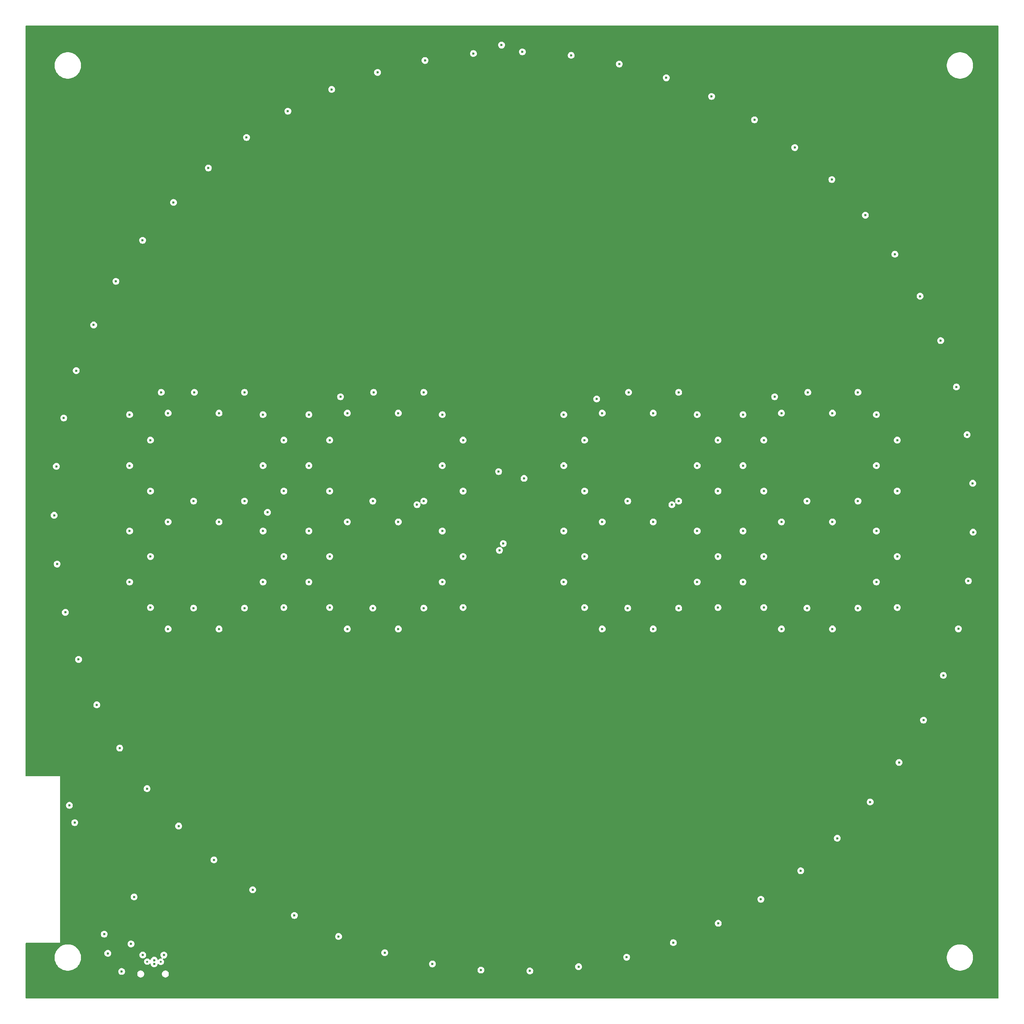
<source format=gbr>
%TF.GenerationSoftware,KiCad,Pcbnew,8.0.9*%
%TF.CreationDate,2025-07-03T09:04:04+02:00*%
%TF.ProjectId,Project,50726f6a-6563-4742-9e6b-696361645f70,rev?*%
%TF.SameCoordinates,Original*%
%TF.FileFunction,Copper,L3,Inr*%
%TF.FilePolarity,Positive*%
%FSLAX46Y46*%
G04 Gerber Fmt 4.6, Leading zero omitted, Abs format (unit mm)*
G04 Created by KiCad (PCBNEW 8.0.9) date 2025-07-03 09:04:04*
%MOMM*%
%LPD*%
G01*
G04 APERTURE LIST*
%TA.AperFunction,ComponentPad*%
%ADD10O,1.000000X1.800000*%
%TD*%
%TA.AperFunction,ComponentPad*%
%ADD11O,1.000000X2.200000*%
%TD*%
%TA.AperFunction,ViaPad*%
%ADD12C,0.600000*%
%TD*%
%TA.AperFunction,ViaPad*%
%ADD13C,0.500000*%
%TD*%
G04 APERTURE END LIST*
D10*
%TO.N,GND*%
%TO.C,J1*%
X250744400Y-328412737D03*
D11*
X250744400Y-332592737D03*
D10*
X259384400Y-328412737D03*
D11*
X259384400Y-332592737D03*
%TD*%
D12*
%TO.N,LED_CIRCLE*%
X337100000Y-110400000D03*
%TO.N,+5V*%
X244419800Y-324210737D03*
%TO.N,Net-(F3-Pad2)*%
X247671000Y-328477937D03*
%TO.N,GND*%
X234102000Y-293441200D03*
X234102000Y-310941200D03*
X240422000Y-302091200D03*
X240422000Y-300691200D03*
X241822000Y-300691200D03*
X241822000Y-302091200D03*
X243222000Y-302091200D03*
X243222000Y-300691200D03*
X243222000Y-299291200D03*
X241822000Y-299291200D03*
X240422000Y-299291200D03*
%TO.N,+5V*%
X393950001Y-224800000D03*
%TO.N,GND*%
X398850001Y-224800000D03*
X393950001Y-230800000D03*
%TO.N,+5V*%
X398850001Y-230800000D03*
%TO.N,GND*%
X398850001Y-236800000D03*
%TO.N,+5V*%
X393950001Y-236800000D03*
%TO.N,GND*%
X393950001Y-242800000D03*
%TO.N,+5V*%
X398850001Y-242800000D03*
%TO.N,GND*%
X403000000Y-242950000D03*
%TO.N,+5V*%
X403000000Y-247850000D03*
%TO.N,GND*%
X409000000Y-247850000D03*
%TO.N,+5V*%
X409000000Y-242950000D03*
%TO.N,GND*%
X415000000Y-242950000D03*
%TO.N,+5V*%
X415000000Y-247850000D03*
%TO.N,GND*%
X421000000Y-247850000D03*
%TO.N,+5V*%
X421000000Y-242950000D03*
%TO.N,GND*%
X425350000Y-242800000D03*
%TO.N,+5V*%
X430250000Y-242800000D03*
%TO.N,GND*%
X430250000Y-236800000D03*
%TO.N,+5V*%
X425350000Y-236800000D03*
%TO.N,GND*%
X425350000Y-230800000D03*
%TO.N,+5V*%
X430250000Y-230800000D03*
%TO.N,GND*%
X430250000Y-224800000D03*
%TO.N,+5V*%
X425350000Y-224800000D03*
%TO.N,GND*%
X398850000Y-197400000D03*
%TO.N,+5V*%
X393950000Y-197400000D03*
%TO.N,GND*%
X393950001Y-203400000D03*
%TO.N,+5V*%
X398850001Y-203400000D03*
%TO.N,GND*%
X398850001Y-209400000D03*
%TO.N,+5V*%
X393950001Y-209400000D03*
%TO.N,GND*%
X393950001Y-215400000D03*
%TO.N,+5V*%
X398850001Y-215400000D03*
%TO.N,GND*%
X403000000Y-217750000D03*
%TO.N,+5V*%
X403000000Y-222650000D03*
%TO.N,GND*%
X409000000Y-222650000D03*
%TO.N,+5V*%
X409000000Y-217750000D03*
%TO.N,GND*%
X415000000Y-217750000D03*
%TO.N,+5V*%
X415000000Y-222650000D03*
%TO.N,GND*%
X421000000Y-222650000D03*
%TO.N,+5V*%
X421000000Y-217750000D03*
%TO.N,GND*%
X425350000Y-215400000D03*
%TO.N,+5V*%
X430250000Y-215400000D03*
%TO.N,GND*%
X430250000Y-209399999D03*
%TO.N,+5V*%
X425350000Y-209399999D03*
%TO.N,GND*%
X425350000Y-203399999D03*
%TO.N,+5V*%
X430250000Y-203399999D03*
%TO.N,GND*%
X430250000Y-197399999D03*
%TO.N,+5V*%
X425350000Y-197399999D03*
X421000000Y-192150000D03*
%TO.N,GND*%
X421000000Y-197050000D03*
%TO.N,+5V*%
X415000000Y-197050000D03*
%TO.N,GND*%
X415000000Y-192150000D03*
%TO.N,+5V*%
X409200000Y-192150000D03*
X403000000Y-197050000D03*
%TO.N,GND*%
X403000000Y-192150000D03*
X356650001Y-224800000D03*
%TO.N,+5V*%
X351750001Y-224800000D03*
%TO.N,GND*%
X351750001Y-230800000D03*
%TO.N,+5V*%
X356650001Y-230800000D03*
%TO.N,GND*%
X356650001Y-236800000D03*
%TO.N,+5V*%
X351750001Y-236800000D03*
%TO.N,GND*%
X351750001Y-242800000D03*
%TO.N,+5V*%
X356650001Y-242800000D03*
%TO.N,GND*%
X360800000Y-242950000D03*
%TO.N,+5V*%
X360800000Y-247850000D03*
%TO.N,GND*%
X366800000Y-247850000D03*
%TO.N,+5V*%
X366800000Y-242950000D03*
%TO.N,GND*%
X372800000Y-242950000D03*
%TO.N,+5V*%
X372800000Y-247850000D03*
%TO.N,GND*%
X378800000Y-247850000D03*
%TO.N,+5V*%
X378800000Y-242950000D03*
%TO.N,GND*%
X383150000Y-242800000D03*
%TO.N,+5V*%
X388050000Y-242800000D03*
%TO.N,GND*%
X388050000Y-236800000D03*
%TO.N,+5V*%
X383150000Y-236800000D03*
%TO.N,GND*%
X383150000Y-230800000D03*
%TO.N,+5V*%
X388050000Y-230800000D03*
%TO.N,GND*%
X388050000Y-224800000D03*
%TO.N,+5V*%
X383150000Y-224800000D03*
X351750000Y-197400000D03*
%TO.N,GND*%
X356650000Y-197400000D03*
%TO.N,+5V*%
X356650001Y-203400000D03*
%TO.N,GND*%
X351750001Y-203400000D03*
%TO.N,+5V*%
X351750001Y-209400000D03*
%TO.N,GND*%
X356650001Y-209400000D03*
%TO.N,+5V*%
X356650001Y-215400000D03*
%TO.N,GND*%
X351750001Y-215400000D03*
X360800000Y-217750000D03*
%TO.N,+5V*%
X360800000Y-222650000D03*
%TO.N,GND*%
X366800000Y-222650000D03*
%TO.N,+5V*%
X366800000Y-217750000D03*
%TO.N,GND*%
X372800000Y-217750000D03*
%TO.N,+5V*%
X372800000Y-222650000D03*
%TO.N,GND*%
X378800000Y-222650000D03*
%TO.N,+5V*%
X378800000Y-217750000D03*
%TO.N,GND*%
X383150000Y-215400000D03*
%TO.N,+5V*%
X388050000Y-215400000D03*
%TO.N,GND*%
X388050000Y-209399999D03*
%TO.N,+5V*%
X383150000Y-209399999D03*
%TO.N,GND*%
X383150000Y-203399999D03*
%TO.N,+5V*%
X388050000Y-203399999D03*
%TO.N,GND*%
X388050000Y-197399999D03*
%TO.N,+5V*%
X383150000Y-197399999D03*
X378800000Y-192150000D03*
%TO.N,GND*%
X378800000Y-197050000D03*
%TO.N,+5V*%
X372800000Y-197050000D03*
%TO.N,GND*%
X372800000Y-192150000D03*
%TO.N,+5V*%
X367000000Y-192150000D03*
%TO.N,GND*%
X367000000Y-197050000D03*
%TO.N,+5V*%
X360800000Y-197050000D03*
%TO.N,GND*%
X360800000Y-192150000D03*
%TO.N,+5V*%
X337500000Y-227750000D03*
%TO.N,GND*%
X342400000Y-227750000D03*
%TO.N,+5V*%
X342400000Y-212400000D03*
%TO.N,GND*%
X337500000Y-212400000D03*
X296650001Y-224800000D03*
%TO.N,+5V*%
X291750001Y-224800000D03*
X296650001Y-230800000D03*
%TO.N,GND*%
X291750001Y-230800000D03*
%TO.N,+5V*%
X291750001Y-236800000D03*
%TO.N,GND*%
X296650001Y-236800000D03*
%TO.N,+5V*%
X296650001Y-242800000D03*
%TO.N,GND*%
X291750001Y-242800000D03*
X300800000Y-242950000D03*
%TO.N,+5V*%
X300800000Y-247850000D03*
%TO.N,GND*%
X306800000Y-247850000D03*
%TO.N,+5V*%
X306800000Y-242950000D03*
%TO.N,GND*%
X312800000Y-242950000D03*
%TO.N,+5V*%
X312800000Y-247850000D03*
%TO.N,GND*%
X318800000Y-247850000D03*
%TO.N,+5V*%
X318800000Y-242950000D03*
X328050000Y-242800000D03*
%TO.N,GND*%
X323150000Y-242800000D03*
%TO.N,+5V*%
X323150000Y-236800000D03*
%TO.N,GND*%
X328050000Y-236800000D03*
%TO.N,+5V*%
X328050000Y-230800000D03*
%TO.N,GND*%
X323150000Y-230800000D03*
X328050000Y-224800000D03*
%TO.N,+5V*%
X323150000Y-224800000D03*
%TO.N,GND*%
X296650000Y-197400000D03*
%TO.N,+5V*%
X291750000Y-197400000D03*
X296650001Y-203400000D03*
%TO.N,GND*%
X291750001Y-203400000D03*
X296650001Y-209400000D03*
%TO.N,+5V*%
X291750001Y-209400000D03*
%TO.N,GND*%
X291750001Y-215400000D03*
%TO.N,+5V*%
X296650001Y-215400000D03*
%TO.N,GND*%
X300800000Y-217750000D03*
%TO.N,+5V*%
X300800000Y-222650000D03*
%TO.N,GND*%
X306800000Y-222650000D03*
%TO.N,+5V*%
X306800000Y-217750000D03*
%TO.N,GND*%
X312800000Y-217750000D03*
%TO.N,+5V*%
X312800000Y-222650000D03*
%TO.N,GND*%
X318800000Y-222650000D03*
%TO.N,+5V*%
X318800000Y-217750000D03*
X328050000Y-203399999D03*
%TO.N,GND*%
X323150000Y-215400000D03*
%TO.N,+5V*%
X328050000Y-215400000D03*
%TO.N,GND*%
X328050000Y-209399999D03*
%TO.N,+5V*%
X323150000Y-209399999D03*
%TO.N,GND*%
X323150000Y-203399999D03*
X328050000Y-197399999D03*
%TO.N,+5V*%
X323150000Y-197399999D03*
X318800000Y-192150000D03*
%TO.N,GND*%
X318800000Y-197050000D03*
%TO.N,+5V*%
X312800000Y-197050000D03*
X307000000Y-192150000D03*
%TO.N,GND*%
X307000000Y-197050000D03*
%TO.N,+5V*%
X300800000Y-197050000D03*
%TO.N,GND*%
X300800000Y-192150000D03*
X285850000Y-224800000D03*
%TO.N,+5V*%
X280950000Y-224800000D03*
%TO.N,GND*%
X280950000Y-230800000D03*
%TO.N,+5V*%
X285850000Y-230800000D03*
%TO.N,GND*%
X285850000Y-236800000D03*
%TO.N,+5V*%
X280950000Y-236800000D03*
X285850000Y-242800000D03*
%TO.N,GND*%
X280950000Y-242800000D03*
X276600000Y-247850000D03*
%TO.N,+5V*%
X276600000Y-242950000D03*
X270600000Y-247850000D03*
%TO.N,GND*%
X270600000Y-242950000D03*
X264600000Y-247850000D03*
%TO.N,+5V*%
X264600000Y-242950000D03*
%TO.N,GND*%
X258600000Y-242950000D03*
%TO.N,+5V*%
X258600000Y-247850000D03*
X254450000Y-242800000D03*
%TO.N,GND*%
X249550000Y-242800000D03*
X254450000Y-236800000D03*
%TO.N,+5V*%
X249550000Y-236800000D03*
%TO.N,GND*%
X249550000Y-230800000D03*
%TO.N,+5V*%
X254450000Y-230800000D03*
%TO.N,GND*%
X254450000Y-224800000D03*
%TO.N,+5V*%
X249550000Y-224800000D03*
%TO.N,GND*%
X254450000Y-197400000D03*
%TO.N,+5V*%
X249550000Y-197400000D03*
X254450000Y-203400000D03*
%TO.N,GND*%
X249550000Y-203400000D03*
%TO.N,+5V*%
X249550000Y-209400000D03*
%TO.N,GND*%
X254450000Y-209400000D03*
X249550000Y-215400000D03*
%TO.N,+5V*%
X254450000Y-215400000D03*
X258600000Y-222650000D03*
%TO.N,GND*%
X258600000Y-217750000D03*
%TO.N,+5V*%
X264600000Y-217750000D03*
%TO.N,GND*%
X264600000Y-222650000D03*
%TO.N,+5V*%
X270600000Y-222650000D03*
%TO.N,GND*%
X270600000Y-217750000D03*
X276600000Y-222650000D03*
%TO.N,+5V*%
X276600000Y-217750000D03*
%TO.N,GND*%
X280950000Y-215400000D03*
%TO.N,+5V*%
X285850000Y-215400000D03*
%TO.N,GND*%
X285850000Y-209400000D03*
%TO.N,+5V*%
X280950000Y-209400000D03*
%TO.N,GND*%
X280950000Y-203400000D03*
%TO.N,+5V*%
X285850000Y-203400000D03*
%TO.N,GND*%
X285850000Y-197400000D03*
%TO.N,+5V*%
X280950000Y-197400000D03*
X276600000Y-192150000D03*
%TO.N,GND*%
X276600000Y-197050000D03*
%TO.N,+5V*%
X270600000Y-197050000D03*
%TO.N,GND*%
X270600000Y-192150000D03*
%TO.N,+5V*%
X264800000Y-192150000D03*
%TO.N,GND*%
X264800000Y-197111400D03*
%TO.N,+5V*%
X258600000Y-197050000D03*
%TO.N,GND*%
X258600000Y-192031400D03*
X325614940Y-112921297D03*
%TO.N,+5V*%
X330487178Y-112400435D03*
%TO.N,GND*%
X314293416Y-115058088D03*
X303263158Y-118386178D03*
%TO.N,+5V*%
X297111242Y-120843096D03*
%TO.N,GND*%
X292649142Y-122867856D03*
%TO.N,+5V*%
X286793232Y-125964763D03*
%TO.N,GND*%
X282571628Y-128452345D03*
%TO.N,+5V*%
X277078075Y-132154152D03*
%TO.N,GND*%
X273144801Y-135076370D03*
%TO.N,+5V*%
X268075847Y-139341134D03*
%TO.N,GND*%
X264475469Y-142664878D03*
%TO.N,+5V*%
X259888547Y-147444278D03*
%TO.N,GND*%
X256661857Y-151131888D03*
%TO.N,+5V*%
X252608941Y-156371771D03*
%TO.N,GND*%
X249792499Y-160381467D03*
%TO.N,+5V*%
X246319509Y-166022463D03*
%TO.N,GND*%
X243945227Y-170308813D03*
%TO.N,+5V*%
X241091512Y-176287008D03*
%TO.N,GND*%
X239186292Y-180801444D03*
%TO.N,+5V*%
X236984186Y-187049102D03*
%TO.N,GND*%
X235569614Y-191740476D03*
%TO.N,+5V*%
X234044068Y-198186810D03*
%TO.N,GND*%
X233136172Y-203001966D03*
%TO.N,+5V*%
X232304472Y-209573935D03*
%TO.N,GND*%
X231913538Y-214458315D03*
%TO.N,+5V*%
X231785107Y-221081455D03*
%TO.N,GND*%
X231915567Y-225979723D03*
%TO.N,+5V*%
X232491859Y-232578993D03*
%TO.N,GND*%
X233142231Y-237435639D03*
%TO.N,+5V*%
X234416718Y-243936270D03*
%TO.N,GND*%
X235579636Y-248696272D03*
%TO.N,+5V*%
X237537876Y-255024605D03*
%TO.N,GND*%
X239200162Y-259634031D03*
%TO.N,+5V*%
X241819970Y-265718365D03*
%TO.N,GND*%
X243962790Y-270124987D03*
%TO.N,+5V*%
X247214480Y-275896384D03*
%TO.N,GND*%
X249813556Y-280050274D03*
%TO.N,+5V*%
X253660285Y-285443342D03*
%TO.N,GND*%
X256686169Y-289297434D03*
%TO.N,+5V*%
X261084353Y-294251067D03*
%TO.N,GND*%
X264502759Y-297761695D03*
%TO.N,+5V*%
X269402565Y-302219767D03*
%TO.N,GND*%
X273174761Y-305347151D03*
%TO.N,+5V*%
X278520673Y-309259151D03*
%TO.N,GND*%
X282603919Y-311967859D03*
%TO.N,+5V*%
X288335364Y-315289460D03*
%TO.N,GND*%
X292683396Y-317548800D03*
%TO.N,+5V*%
X298735437Y-320242370D03*
%TO.N,GND*%
X303298989Y-322026744D03*
%TO.N,+5V*%
X309603052Y-324061762D03*
%TO.N,GND*%
X314330418Y-325350952D03*
%TO.N,+5V*%
X320815076Y-326704360D03*
%TO.N,GND*%
X325652694Y-327483758D03*
%TO.N,+5V*%
X332244473Y-328140223D03*
%TO.N,GND*%
X337137529Y-328400999D03*
%TO.N,+5V*%
X343761743Y-328353082D03*
%TO.N,GND*%
X348654797Y-328092282D03*
%TO.N,+5V*%
X355236390Y-327340526D03*
%TO.N,GND*%
X360074004Y-326561104D03*
%TO.N,+5V*%
X366538405Y-325114027D03*
%TO.N,GND*%
X371265765Y-323824813D03*
%TO.N,+5V*%
X377539728Y-321698811D03*
%TO.N,GND*%
X382103272Y-319914415D03*
%TO.N,+5V*%
X388115713Y-317133576D03*
%TO.N,GND*%
X392463733Y-314874214D03*
%TO.N,+5V*%
X398146527Y-311470046D03*
%TO.N,GND*%
X402229759Y-308761318D03*
%TO.N,+5V*%
X407518520Y-304772392D03*
%TO.N,GND*%
X411290700Y-301644988D03*
%TO.N,+5V*%
X416125501Y-297116500D03*
%TO.N,GND*%
X419543889Y-293605856D03*
%TO.N,+5V*%
X423869952Y-288589115D03*
%TO.N,GND*%
X426895816Y-284735007D03*
%TO.N,+5V*%
X430664124Y-279286856D03*
%TO.N,GND*%
X433263180Y-275132952D03*
%TO.N,+5V*%
X436431038Y-269315119D03*
%TO.N,GND*%
X438573836Y-264908487D03*
%TO.N,+5V*%
X441105350Y-258786890D03*
%TO.N,GND*%
X442767614Y-254177456D03*
%TO.N,+5V*%
X444634101Y-247821456D03*
%TO.N,GND*%
X445796995Y-243061448D03*
%TO.N,+5V*%
X446977308Y-236543061D03*
%TO.N,GND*%
X447627656Y-231686411D03*
%TO.N,+5V*%
X448108420Y-225079493D03*
%TO.N,GND*%
X448238854Y-220181229D03*
X447623666Y-208676259D03*
X445789060Y-197301858D03*
X442755823Y-186186902D03*
X438558324Y-175457327D03*
X433244122Y-165234702D03*
%TO.N,+5V*%
X429689889Y-159644539D03*
%TO.N,GND*%
X426873427Y-155634857D03*
%TO.N,+5V*%
X422745132Y-150454153D03*
%TO.N,GND*%
X419518424Y-146766559D03*
%TO.N,+5V*%
X414862842Y-142054016D03*
%TO.N,GND*%
X411262446Y-138730290D03*
%TO.N,+5V*%
X406132327Y-134539301D03*
%TO.N,GND*%
X402199039Y-131617103D03*
%TO.N,+5V*%
X396652508Y-127995155D03*
%TO.N,GND*%
X392430892Y-125507595D03*
%TO.N,+5V*%
X386530795Y-122495726D03*
%TO.N,GND*%
X382068683Y-120470988D03*
%TO.N,+5V*%
X375881869Y-118103323D03*
%TO.N,GND*%
X371229821Y-116564349D03*
%TO.N,+5V*%
X364826388Y-114867714D03*
%TO.N,GND*%
X360037112Y-113831940D03*
%TO.N,+5V*%
X353489615Y-112825561D03*
%TO.N,GND*%
X348617375Y-112304723D03*
%TO.N,+5V*%
X342000000Y-112000000D03*
%TO.N,GND*%
X337100000Y-112000000D03*
%TO.N,+5V*%
X448014624Y-213560637D03*
X446696980Y-202117010D03*
X444170419Y-190878268D03*
X440463566Y-179971753D03*
X435618424Y-169521040D03*
X319082688Y-114022290D03*
X307915198Y-116847180D03*
X249880800Y-321992800D03*
%TO.N,/led_segment/LED_DO*%
X282000000Y-220400000D03*
X299200000Y-193200000D03*
%TO.N,/led_segment1/LED_DO*%
X317200000Y-218600000D03*
X336400000Y-210800000D03*
%TO.N,/led_segment2/LED_DO*%
X377200000Y-218600000D03*
X401400000Y-193200000D03*
D13*
%TO.N,Net-(J1-CC2)*%
X256903900Y-326204637D03*
%TO.N,Net-(J1-CC1)*%
X253703500Y-326153837D03*
D12*
%TO.N,/led_segment2/LED_DI*%
X359500000Y-193700000D03*
X336600000Y-229350000D03*
%TO.N,GND*%
X250402000Y-326090337D03*
X259722800Y-326115737D03*
X250769800Y-323956737D03*
X259394600Y-323993337D03*
X244913600Y-326282337D03*
%TO.N,USB_P*%
X255326920Y-326668073D03*
%TO.N,USB_N*%
X255326920Y-325818073D03*
X252649400Y-324591737D03*
%TO.N,USB_P*%
X257627800Y-324617137D03*
%TO.N,GND*%
X262733200Y-330284937D03*
X247444100Y-330334737D03*
%TO.N,+3V3*%
X243580800Y-319692800D03*
X235377400Y-289364200D03*
%TO.N,ESP_EN*%
X236642000Y-293441200D03*
%TO.N,BOOT0*%
X250612000Y-310941200D03*
%TO.N,LED_SEGMENTS*%
X257000000Y-192150000D03*
%TD*%
%TA.AperFunction,Conductor*%
%TO.N,GND*%
G36*
X454021939Y-105821785D02*
G01*
X454067694Y-105874589D01*
X454078900Y-105926100D01*
X454078900Y-334677100D01*
X454059215Y-334744139D01*
X454006411Y-334789894D01*
X453954900Y-334801100D01*
X225203900Y-334801100D01*
X225136861Y-334781415D01*
X225091106Y-334728611D01*
X225079900Y-334677100D01*
X225079900Y-328477933D01*
X246865435Y-328477933D01*
X246865435Y-328477940D01*
X246885630Y-328657186D01*
X246885631Y-328657191D01*
X246945211Y-328827460D01*
X246987374Y-328894561D01*
X247041184Y-328980199D01*
X247168738Y-329107753D01*
X247321478Y-329203726D01*
X247424323Y-329239713D01*
X247491745Y-329263305D01*
X247491750Y-329263306D01*
X247670996Y-329283502D01*
X247671000Y-329283502D01*
X247671004Y-329283502D01*
X247850249Y-329263306D01*
X247850252Y-329263305D01*
X247850255Y-329263305D01*
X248020522Y-329203726D01*
X248173262Y-329107753D01*
X248213878Y-329067137D01*
X251344353Y-329067137D01*
X251362492Y-329239713D01*
X251362493Y-329239716D01*
X251416112Y-329404745D01*
X251502877Y-329555024D01*
X251502876Y-329555024D01*
X251502878Y-329555026D01*
X251618990Y-329683982D01*
X251759376Y-329785979D01*
X251917895Y-329856557D01*
X251917901Y-329856559D01*
X252087636Y-329892637D01*
X252087637Y-329892637D01*
X252261162Y-329892637D01*
X252261164Y-329892637D01*
X252430899Y-329856559D01*
X252430901Y-329856557D01*
X252430904Y-329856557D01*
X252484299Y-329832783D01*
X252589424Y-329785979D01*
X252729810Y-329683982D01*
X252845922Y-329555026D01*
X252932686Y-329404748D01*
X252986308Y-329239713D01*
X253004447Y-329067137D01*
X257124353Y-329067137D01*
X257142492Y-329239713D01*
X257142493Y-329239716D01*
X257196112Y-329404745D01*
X257282877Y-329555024D01*
X257282876Y-329555024D01*
X257282878Y-329555026D01*
X257398990Y-329683982D01*
X257539376Y-329785979D01*
X257697895Y-329856557D01*
X257697901Y-329856559D01*
X257867636Y-329892637D01*
X257867637Y-329892637D01*
X258041162Y-329892637D01*
X258041164Y-329892637D01*
X258210899Y-329856559D01*
X258210901Y-329856557D01*
X258210904Y-329856557D01*
X258264299Y-329832783D01*
X258369424Y-329785979D01*
X258509810Y-329683982D01*
X258625922Y-329555026D01*
X258712686Y-329404748D01*
X258766308Y-329239713D01*
X258784447Y-329067137D01*
X258766308Y-328894561D01*
X258712686Y-328729526D01*
X258625922Y-328579248D01*
X258583683Y-328532336D01*
X258509811Y-328450293D01*
X258369423Y-328348294D01*
X258210904Y-328277716D01*
X258210898Y-328277714D01*
X258077241Y-328249305D01*
X258041164Y-328241637D01*
X257867636Y-328241637D01*
X257837883Y-328247961D01*
X257697901Y-328277714D01*
X257697896Y-328277716D01*
X257539377Y-328348294D01*
X257539372Y-328348297D01*
X257398991Y-328450290D01*
X257398989Y-328450292D01*
X257282877Y-328579249D01*
X257196112Y-328729528D01*
X257142493Y-328894557D01*
X257142492Y-328894561D01*
X257124353Y-329067137D01*
X253004447Y-329067137D01*
X252986308Y-328894561D01*
X252932686Y-328729526D01*
X252845922Y-328579248D01*
X252803683Y-328532336D01*
X252729811Y-328450293D01*
X252589423Y-328348294D01*
X252430904Y-328277716D01*
X252430898Y-328277714D01*
X252297241Y-328249305D01*
X252261164Y-328241637D01*
X252087636Y-328241637D01*
X252057883Y-328247961D01*
X251917901Y-328277714D01*
X251917896Y-328277716D01*
X251759377Y-328348294D01*
X251759372Y-328348297D01*
X251618991Y-328450290D01*
X251618989Y-328450292D01*
X251502877Y-328579249D01*
X251416112Y-328729528D01*
X251362493Y-328894557D01*
X251362492Y-328894561D01*
X251344353Y-329067137D01*
X248213878Y-329067137D01*
X248300816Y-328980199D01*
X248396789Y-328827459D01*
X248456368Y-328657192D01*
X248470436Y-328532336D01*
X248476565Y-328477940D01*
X248476565Y-328477933D01*
X248456369Y-328298687D01*
X248456368Y-328298682D01*
X248400919Y-328140219D01*
X331438908Y-328140219D01*
X331438908Y-328140226D01*
X331459103Y-328319472D01*
X331459104Y-328319477D01*
X331518684Y-328489746D01*
X331574923Y-328579249D01*
X331614657Y-328642485D01*
X331742211Y-328770039D01*
X331894951Y-328866012D01*
X332065218Y-328925591D01*
X332065223Y-328925592D01*
X332244469Y-328945788D01*
X332244473Y-328945788D01*
X332244477Y-328945788D01*
X332423722Y-328925592D01*
X332423725Y-328925591D01*
X332423728Y-328925591D01*
X332593995Y-328866012D01*
X332746735Y-328770039D01*
X332874289Y-328642485D01*
X332970262Y-328489745D01*
X333018084Y-328353078D01*
X342956178Y-328353078D01*
X342956178Y-328353085D01*
X342976373Y-328532331D01*
X342976374Y-328532336D01*
X343035954Y-328702605D01*
X343078326Y-328770039D01*
X343131927Y-328855344D01*
X343259481Y-328982898D01*
X343412221Y-329078871D01*
X343494761Y-329107753D01*
X343582488Y-329138450D01*
X343582493Y-329138451D01*
X343761739Y-329158647D01*
X343761743Y-329158647D01*
X343761747Y-329158647D01*
X343940992Y-329138451D01*
X343940995Y-329138450D01*
X343940998Y-329138450D01*
X344111265Y-329078871D01*
X344264005Y-328982898D01*
X344391559Y-328855344D01*
X344487532Y-328702604D01*
X344547111Y-328532337D01*
X344553240Y-328477940D01*
X344567308Y-328353085D01*
X344567308Y-328353078D01*
X344547112Y-328173832D01*
X344547111Y-328173827D01*
X344537406Y-328146091D01*
X344487532Y-328003560D01*
X344391559Y-327850820D01*
X344264005Y-327723266D01*
X344215151Y-327692569D01*
X344111266Y-327627293D01*
X343940997Y-327567713D01*
X343940992Y-327567712D01*
X343761747Y-327547517D01*
X343761739Y-327547517D01*
X343582493Y-327567712D01*
X343582488Y-327567713D01*
X343412219Y-327627293D01*
X343259480Y-327723266D01*
X343131927Y-327850819D01*
X343035954Y-328003558D01*
X342976374Y-328173827D01*
X342976373Y-328173832D01*
X342956178Y-328353078D01*
X333018084Y-328353078D01*
X333029841Y-328319478D01*
X333029842Y-328319472D01*
X333050038Y-328140226D01*
X333050038Y-328140219D01*
X333029842Y-327960973D01*
X333029841Y-327960968D01*
X333014773Y-327917906D01*
X332970262Y-327790701D01*
X332874289Y-327637961D01*
X332746735Y-327510407D01*
X332656076Y-327453442D01*
X332593996Y-327414434D01*
X332423727Y-327354854D01*
X332423722Y-327354853D01*
X332296524Y-327340522D01*
X354430825Y-327340522D01*
X354430825Y-327340529D01*
X354451020Y-327519775D01*
X354451021Y-327519780D01*
X354510601Y-327690049D01*
X354606574Y-327842788D01*
X354734128Y-327970342D01*
X354886868Y-328066315D01*
X355057135Y-328125894D01*
X355057140Y-328125895D01*
X355236386Y-328146091D01*
X355236390Y-328146091D01*
X355236394Y-328146091D01*
X355415639Y-328125895D01*
X355415642Y-328125894D01*
X355415645Y-328125894D01*
X355585912Y-328066315D01*
X355738652Y-327970342D01*
X355866206Y-327842788D01*
X355962179Y-327690048D01*
X356021758Y-327519781D01*
X356022240Y-327515506D01*
X356041955Y-327340529D01*
X356041955Y-327340522D01*
X356021759Y-327161276D01*
X356021758Y-327161271D01*
X355971484Y-327017596D01*
X355962179Y-326991004D01*
X355866206Y-326838264D01*
X355738652Y-326710710D01*
X355712421Y-326694228D01*
X355585913Y-326614737D01*
X355415644Y-326555157D01*
X355415639Y-326555156D01*
X355236394Y-326534961D01*
X355236386Y-326534961D01*
X355057140Y-326555156D01*
X355057135Y-326555157D01*
X354886866Y-326614737D01*
X354734127Y-326710710D01*
X354606574Y-326838263D01*
X354510601Y-326991002D01*
X354451021Y-327161271D01*
X354451020Y-327161276D01*
X354430825Y-327340522D01*
X332296524Y-327340522D01*
X332244477Y-327334658D01*
X332244469Y-327334658D01*
X332065223Y-327354853D01*
X332065218Y-327354854D01*
X331894949Y-327414434D01*
X331742210Y-327510407D01*
X331614657Y-327637960D01*
X331518684Y-327790699D01*
X331459104Y-327960968D01*
X331459103Y-327960973D01*
X331438908Y-328140219D01*
X248400919Y-328140219D01*
X248396788Y-328128413D01*
X248300815Y-327975674D01*
X248173262Y-327848121D01*
X248020523Y-327752148D01*
X247850254Y-327692568D01*
X247850249Y-327692567D01*
X247671004Y-327672372D01*
X247670996Y-327672372D01*
X247491750Y-327692567D01*
X247491745Y-327692568D01*
X247321476Y-327752148D01*
X247168737Y-327848121D01*
X247041184Y-327975674D01*
X246945211Y-328128413D01*
X246885631Y-328298682D01*
X246885630Y-328298687D01*
X246865435Y-328477933D01*
X225079900Y-328477933D01*
X225079900Y-325025875D01*
X231899500Y-325025875D01*
X231899500Y-325374124D01*
X231938489Y-325720158D01*
X231938490Y-325720167D01*
X231938491Y-325720171D01*
X231948076Y-325762165D01*
X232015982Y-326059684D01*
X232015985Y-326059692D01*
X232130999Y-326388382D01*
X232282092Y-326702130D01*
X232467371Y-326996999D01*
X232467372Y-326997001D01*
X232684487Y-327269256D01*
X232930743Y-327515512D01*
X233202998Y-327732627D01*
X233203001Y-327732628D01*
X233203003Y-327732630D01*
X233497867Y-327917906D01*
X233811621Y-328069002D01*
X234058488Y-328155384D01*
X234140307Y-328184014D01*
X234140315Y-328184017D01*
X234140318Y-328184017D01*
X234140319Y-328184018D01*
X234479829Y-328261509D01*
X234825876Y-328300499D01*
X234825877Y-328300500D01*
X234825880Y-328300500D01*
X235174123Y-328300500D01*
X235174123Y-328300499D01*
X235520171Y-328261509D01*
X235859681Y-328184018D01*
X236188379Y-328069002D01*
X236502133Y-327917906D01*
X236796997Y-327732630D01*
X236847232Y-327692569D01*
X237069256Y-327515512D01*
X237069258Y-327515509D01*
X237069263Y-327515506D01*
X237315506Y-327269263D01*
X237365461Y-327206622D01*
X237532627Y-326997001D01*
X237532628Y-326996999D01*
X237532630Y-326996997D01*
X237717906Y-326702133D01*
X237869002Y-326388379D01*
X237951073Y-326153834D01*
X252948251Y-326153834D01*
X252948251Y-326153839D01*
X252967185Y-326321893D01*
X253023045Y-326481531D01*
X253023047Y-326481534D01*
X253113018Y-326624721D01*
X253113023Y-326624727D01*
X253232609Y-326744313D01*
X253232615Y-326744318D01*
X253375802Y-326834289D01*
X253375805Y-326834291D01*
X253375809Y-326834292D01*
X253375810Y-326834293D01*
X253413062Y-326847328D01*
X253535443Y-326890151D01*
X253703497Y-326909086D01*
X253703500Y-326909086D01*
X253703503Y-326909086D01*
X253871556Y-326890151D01*
X253886017Y-326885091D01*
X254031190Y-326834293D01*
X254031192Y-326834291D01*
X254031194Y-326834291D01*
X254031197Y-326834289D01*
X254174384Y-326744318D01*
X254174385Y-326744317D01*
X254174390Y-326744314D01*
X254293977Y-326624727D01*
X254294103Y-326624525D01*
X254294218Y-326624423D01*
X254298320Y-326619281D01*
X254299220Y-326619999D01*
X254346438Y-326578235D01*
X254415491Y-326567587D01*
X254479340Y-326595962D01*
X254517712Y-326654351D01*
X254522317Y-326676615D01*
X254541550Y-326847322D01*
X254541551Y-326847327D01*
X254601131Y-327017596D01*
X254623932Y-327053883D01*
X254697104Y-327170335D01*
X254824658Y-327297889D01*
X254977398Y-327393862D01*
X255147665Y-327453441D01*
X255147670Y-327453442D01*
X255326916Y-327473638D01*
X255326920Y-327473638D01*
X255326924Y-327473638D01*
X255506169Y-327453442D01*
X255506172Y-327453441D01*
X255506175Y-327453441D01*
X255676442Y-327393862D01*
X255829182Y-327297889D01*
X255956736Y-327170335D01*
X256052709Y-327017595D01*
X256112288Y-326847328D01*
X256113310Y-326838264D01*
X256121223Y-326768027D01*
X256148289Y-326703612D01*
X256205883Y-326664057D01*
X256275720Y-326661918D01*
X256332124Y-326694228D01*
X256433009Y-326795113D01*
X256433015Y-326795118D01*
X256576202Y-326885089D01*
X256576205Y-326885091D01*
X256576209Y-326885092D01*
X256576210Y-326885093D01*
X256644778Y-326909086D01*
X256735843Y-326940951D01*
X256903897Y-326959886D01*
X256903900Y-326959886D01*
X256903903Y-326959886D01*
X257071956Y-326940951D01*
X257071959Y-326940950D01*
X257231590Y-326885093D01*
X257231592Y-326885091D01*
X257231594Y-326885091D01*
X257231597Y-326885089D01*
X257374784Y-326795118D01*
X257374785Y-326795117D01*
X257374790Y-326795114D01*
X257465548Y-326704356D01*
X320009511Y-326704356D01*
X320009511Y-326704363D01*
X320029706Y-326883609D01*
X320029707Y-326883614D01*
X320089287Y-327053883D01*
X320156764Y-327161271D01*
X320185260Y-327206622D01*
X320312814Y-327334176D01*
X320465554Y-327430149D01*
X320635821Y-327489728D01*
X320635826Y-327489729D01*
X320815072Y-327509925D01*
X320815076Y-327509925D01*
X320815080Y-327509925D01*
X320994325Y-327489729D01*
X320994328Y-327489728D01*
X320994331Y-327489728D01*
X321164598Y-327430149D01*
X321317338Y-327334176D01*
X321444892Y-327206622D01*
X321540865Y-327053882D01*
X321600444Y-326883615D01*
X321604533Y-326847327D01*
X321620641Y-326704363D01*
X321620641Y-326704356D01*
X321600445Y-326525110D01*
X321600444Y-326525105D01*
X321585195Y-326481527D01*
X321540865Y-326354838D01*
X321444892Y-326202098D01*
X321317338Y-326074544D01*
X321293701Y-326059692D01*
X321164599Y-325978571D01*
X320994330Y-325918991D01*
X320994325Y-325918990D01*
X320815080Y-325898795D01*
X320815072Y-325898795D01*
X320635826Y-325918990D01*
X320635821Y-325918991D01*
X320465552Y-325978571D01*
X320312813Y-326074544D01*
X320185260Y-326202097D01*
X320089287Y-326354836D01*
X320029707Y-326525105D01*
X320029706Y-326525110D01*
X320009511Y-326704356D01*
X257465548Y-326704356D01*
X257494377Y-326675527D01*
X257526301Y-326624721D01*
X257584352Y-326532334D01*
X257584354Y-326532331D01*
X257584354Y-326532329D01*
X257584356Y-326532327D01*
X257640213Y-326372696D01*
X257640213Y-326372695D01*
X257640214Y-326372693D01*
X257659149Y-326204639D01*
X257659149Y-326204634D01*
X257640214Y-326036580D01*
X257584354Y-325876942D01*
X257584352Y-325876939D01*
X257494381Y-325733752D01*
X257494376Y-325733746D01*
X257377472Y-325616842D01*
X257343987Y-325555519D01*
X257348971Y-325485827D01*
X257390843Y-325429894D01*
X257456307Y-325405477D01*
X257479036Y-325405941D01*
X257627796Y-325422702D01*
X257627800Y-325422702D01*
X257627804Y-325422702D01*
X257807049Y-325402506D01*
X257807052Y-325402505D01*
X257807055Y-325402505D01*
X257977322Y-325342926D01*
X258130062Y-325246953D01*
X258257616Y-325119399D01*
X258260994Y-325114023D01*
X365732840Y-325114023D01*
X365732840Y-325114030D01*
X365753035Y-325293276D01*
X365753036Y-325293281D01*
X365812616Y-325463550D01*
X365875328Y-325563355D01*
X365908589Y-325616289D01*
X366036143Y-325743843D01*
X366188883Y-325839816D01*
X366357435Y-325898795D01*
X366359150Y-325899395D01*
X366359155Y-325899396D01*
X366538401Y-325919592D01*
X366538405Y-325919592D01*
X366538409Y-325919592D01*
X366717654Y-325899396D01*
X366717657Y-325899395D01*
X366717660Y-325899395D01*
X366887927Y-325839816D01*
X367040667Y-325743843D01*
X367168221Y-325616289D01*
X367264194Y-325463549D01*
X367323773Y-325293282D01*
X367328212Y-325253886D01*
X367343970Y-325114030D01*
X367343970Y-325114023D01*
X367334038Y-325025875D01*
X441899500Y-325025875D01*
X441899500Y-325374124D01*
X441938489Y-325720158D01*
X441938490Y-325720167D01*
X441938491Y-325720171D01*
X441948076Y-325762165D01*
X442015982Y-326059684D01*
X442015985Y-326059692D01*
X442130999Y-326388382D01*
X442282092Y-326702130D01*
X442467371Y-326996999D01*
X442467372Y-326997001D01*
X442684487Y-327269256D01*
X442930743Y-327515512D01*
X443202998Y-327732627D01*
X443203001Y-327732628D01*
X443203003Y-327732630D01*
X443497867Y-327917906D01*
X443811621Y-328069002D01*
X444058488Y-328155384D01*
X444140307Y-328184014D01*
X444140315Y-328184017D01*
X444140318Y-328184017D01*
X444140319Y-328184018D01*
X444479829Y-328261509D01*
X444825876Y-328300499D01*
X444825877Y-328300500D01*
X444825880Y-328300500D01*
X445174123Y-328300500D01*
X445174123Y-328300499D01*
X445520171Y-328261509D01*
X445859681Y-328184018D01*
X446188379Y-328069002D01*
X446502133Y-327917906D01*
X446796997Y-327732630D01*
X446847232Y-327692569D01*
X447069256Y-327515512D01*
X447069258Y-327515509D01*
X447069263Y-327515506D01*
X447315506Y-327269263D01*
X447365461Y-327206622D01*
X447532627Y-326997001D01*
X447532628Y-326996999D01*
X447532630Y-326996997D01*
X447717906Y-326702133D01*
X447869002Y-326388379D01*
X447984018Y-326059681D01*
X448061509Y-325720171D01*
X448100500Y-325374120D01*
X448100500Y-325025880D01*
X448061509Y-324679829D01*
X447984018Y-324340319D01*
X447869002Y-324011621D01*
X447717906Y-323697867D01*
X447532630Y-323403003D01*
X447532628Y-323403000D01*
X447532627Y-323402998D01*
X447315512Y-323130743D01*
X447069256Y-322884487D01*
X446797001Y-322667372D01*
X446796999Y-322667371D01*
X446502130Y-322482092D01*
X446188382Y-322330999D01*
X445859692Y-322215985D01*
X445859684Y-322215982D01*
X445605048Y-322157863D01*
X445520171Y-322138491D01*
X445520167Y-322138490D01*
X445520158Y-322138489D01*
X445174124Y-322099500D01*
X445174120Y-322099500D01*
X444825880Y-322099500D01*
X444825875Y-322099500D01*
X444479841Y-322138489D01*
X444479829Y-322138491D01*
X444140315Y-322215982D01*
X444140307Y-322215985D01*
X443811617Y-322330999D01*
X443497869Y-322482092D01*
X443203000Y-322667371D01*
X443202998Y-322667372D01*
X442930743Y-322884487D01*
X442684487Y-323130743D01*
X442467372Y-323402998D01*
X442467371Y-323403000D01*
X442282092Y-323697869D01*
X442130999Y-324011617D01*
X442015985Y-324340307D01*
X442015982Y-324340315D01*
X441938491Y-324679829D01*
X441938489Y-324679841D01*
X441899500Y-325025875D01*
X367334038Y-325025875D01*
X367323774Y-324934777D01*
X367323773Y-324934772D01*
X367290804Y-324840552D01*
X367264194Y-324764505D01*
X367168221Y-324611765D01*
X367040667Y-324484211D01*
X366966935Y-324437882D01*
X366887928Y-324388238D01*
X366717659Y-324328658D01*
X366717654Y-324328657D01*
X366538409Y-324308462D01*
X366538401Y-324308462D01*
X366359155Y-324328657D01*
X366359150Y-324328658D01*
X366188881Y-324388238D01*
X366036142Y-324484211D01*
X365908589Y-324611764D01*
X365812616Y-324764503D01*
X365753036Y-324934772D01*
X365753035Y-324934777D01*
X365732840Y-325114023D01*
X258260994Y-325114023D01*
X258353589Y-324966659D01*
X258413168Y-324796392D01*
X258414164Y-324787551D01*
X258433365Y-324617140D01*
X258433365Y-324617133D01*
X258413169Y-324437887D01*
X258413168Y-324437882D01*
X258403861Y-324411284D01*
X258353589Y-324267615D01*
X258257616Y-324114875D01*
X258204499Y-324061758D01*
X308797487Y-324061758D01*
X308797487Y-324061765D01*
X308817682Y-324241011D01*
X308817683Y-324241016D01*
X308877263Y-324411285D01*
X308923086Y-324484211D01*
X308973236Y-324564024D01*
X309100790Y-324691578D01*
X309191132Y-324748344D01*
X309227176Y-324770992D01*
X309253530Y-324787551D01*
X309404998Y-324840552D01*
X309423797Y-324847130D01*
X309423802Y-324847131D01*
X309603048Y-324867327D01*
X309603052Y-324867327D01*
X309603056Y-324867327D01*
X309782301Y-324847131D01*
X309782304Y-324847130D01*
X309782307Y-324847130D01*
X309952574Y-324787551D01*
X310105314Y-324691578D01*
X310232868Y-324564024D01*
X310328841Y-324411284D01*
X310388420Y-324241017D01*
X310388421Y-324241011D01*
X310408617Y-324061765D01*
X310408617Y-324061758D01*
X310388421Y-323882512D01*
X310388420Y-323882507D01*
X310328840Y-323712238D01*
X310289634Y-323649842D01*
X310232868Y-323559500D01*
X310105314Y-323431946D01*
X310094844Y-323425367D01*
X309952575Y-323335973D01*
X309782306Y-323276393D01*
X309782301Y-323276392D01*
X309603056Y-323256197D01*
X309603048Y-323256197D01*
X309423802Y-323276392D01*
X309423797Y-323276393D01*
X309253528Y-323335973D01*
X309100789Y-323431946D01*
X308973236Y-323559499D01*
X308877263Y-323712238D01*
X308817683Y-323882507D01*
X308817682Y-323882512D01*
X308797487Y-324061758D01*
X258204499Y-324061758D01*
X258130062Y-323987321D01*
X258089638Y-323961921D01*
X257977323Y-323891348D01*
X257807054Y-323831768D01*
X257807049Y-323831767D01*
X257627804Y-323811572D01*
X257627796Y-323811572D01*
X257448550Y-323831767D01*
X257448545Y-323831768D01*
X257278276Y-323891348D01*
X257125537Y-323987321D01*
X256997984Y-324114874D01*
X256902011Y-324267613D01*
X256842431Y-324437882D01*
X256842430Y-324437887D01*
X256822235Y-324617133D01*
X256822235Y-324617140D01*
X256842430Y-324796386D01*
X256842431Y-324796391D01*
X256902011Y-324966660D01*
X256997984Y-325119399D01*
X257130462Y-325251877D01*
X257128452Y-325253886D01*
X257161245Y-325300603D01*
X257164097Y-325370415D01*
X257128753Y-325430686D01*
X257066435Y-325462280D01*
X257029910Y-325463585D01*
X256903904Y-325449388D01*
X256903897Y-325449388D01*
X256735843Y-325468322D01*
X256576205Y-325524182D01*
X256576202Y-325524184D01*
X256433015Y-325614155D01*
X256324340Y-325722830D01*
X256263017Y-325756314D01*
X256193325Y-325751330D01*
X256137392Y-325709458D01*
X256113438Y-325649029D01*
X256112288Y-325638822D01*
X256112288Y-325638818D01*
X256052709Y-325468551D01*
X256052566Y-325468324D01*
X256011210Y-325402506D01*
X255956736Y-325315811D01*
X255829182Y-325188257D01*
X255676443Y-325092284D01*
X255506174Y-325032704D01*
X255506169Y-325032703D01*
X255326924Y-325012508D01*
X255326916Y-325012508D01*
X255147670Y-325032703D01*
X255147665Y-325032704D01*
X254977396Y-325092284D01*
X254824657Y-325188257D01*
X254697104Y-325315810D01*
X254601131Y-325468549D01*
X254541551Y-325638818D01*
X254541550Y-325638822D01*
X254539368Y-325658196D01*
X254512301Y-325722610D01*
X254454706Y-325762165D01*
X254384869Y-325764302D01*
X254324963Y-325728344D01*
X254311155Y-325710285D01*
X254293978Y-325682948D01*
X254174390Y-325563360D01*
X254174384Y-325563355D01*
X254031197Y-325473384D01*
X254031194Y-325473382D01*
X253871556Y-325417522D01*
X253703503Y-325398588D01*
X253703497Y-325398588D01*
X253535443Y-325417522D01*
X253375805Y-325473382D01*
X253375802Y-325473384D01*
X253232615Y-325563355D01*
X253232609Y-325563360D01*
X253113023Y-325682946D01*
X253113018Y-325682952D01*
X253023047Y-325826139D01*
X253023045Y-325826142D01*
X252967185Y-325985780D01*
X252948251Y-326153834D01*
X237951073Y-326153834D01*
X237984018Y-326059681D01*
X238061509Y-325720171D01*
X238100500Y-325374120D01*
X238100500Y-325025880D01*
X238061509Y-324679829D01*
X237984018Y-324340319D01*
X237938674Y-324210733D01*
X243614235Y-324210733D01*
X243614235Y-324210740D01*
X243634430Y-324389986D01*
X243634431Y-324389991D01*
X243694011Y-324560260D01*
X243769142Y-324679829D01*
X243789984Y-324712999D01*
X243917538Y-324840553D01*
X243928007Y-324847131D01*
X244067486Y-324934772D01*
X244070278Y-324936526D01*
X244156396Y-324966660D01*
X244240545Y-324996105D01*
X244240550Y-324996106D01*
X244419796Y-325016302D01*
X244419800Y-325016302D01*
X244419804Y-325016302D01*
X244599049Y-324996106D01*
X244599052Y-324996105D01*
X244599055Y-324996105D01*
X244769322Y-324936526D01*
X244922062Y-324840553D01*
X245049616Y-324712999D01*
X245125813Y-324591733D01*
X251843835Y-324591733D01*
X251843835Y-324591740D01*
X251864030Y-324770986D01*
X251864031Y-324770991D01*
X251923611Y-324941260D01*
X251976779Y-325025875D01*
X252019584Y-325093999D01*
X252147138Y-325221553D01*
X252198596Y-325253886D01*
X252297148Y-325315811D01*
X252299878Y-325317526D01*
X252451026Y-325370415D01*
X252470145Y-325377105D01*
X252470150Y-325377106D01*
X252649396Y-325397302D01*
X252649400Y-325397302D01*
X252649404Y-325397302D01*
X252828649Y-325377106D01*
X252828652Y-325377105D01*
X252828655Y-325377105D01*
X252998922Y-325317526D01*
X253151662Y-325221553D01*
X253279216Y-325093999D01*
X253375189Y-324941259D01*
X253434768Y-324770992D01*
X253435499Y-324764503D01*
X253454965Y-324591740D01*
X253454965Y-324591733D01*
X253434769Y-324412487D01*
X253434768Y-324412482D01*
X253375188Y-324242213D01*
X253279215Y-324089474D01*
X253151662Y-323961921D01*
X252998923Y-323865948D01*
X252828654Y-323806368D01*
X252828649Y-323806367D01*
X252649404Y-323786172D01*
X252649396Y-323786172D01*
X252470150Y-323806367D01*
X252470145Y-323806368D01*
X252299876Y-323865948D01*
X252147137Y-323961921D01*
X252019584Y-324089474D01*
X251923611Y-324242213D01*
X251864031Y-324412482D01*
X251864030Y-324412487D01*
X251843835Y-324591733D01*
X245125813Y-324591733D01*
X245145589Y-324560259D01*
X245205168Y-324389992D01*
X245210765Y-324340319D01*
X245225365Y-324210740D01*
X245225365Y-324210733D01*
X245205169Y-324031487D01*
X245205168Y-324031482D01*
X245189715Y-323987321D01*
X245145589Y-323861215D01*
X245049616Y-323708475D01*
X244922062Y-323580921D01*
X244887969Y-323559499D01*
X244769323Y-323484948D01*
X244599054Y-323425368D01*
X244599049Y-323425367D01*
X244419804Y-323405172D01*
X244419796Y-323405172D01*
X244240550Y-323425367D01*
X244240545Y-323425368D01*
X244070276Y-323484948D01*
X243917537Y-323580921D01*
X243789984Y-323708474D01*
X243694011Y-323861213D01*
X243634431Y-324031482D01*
X243634430Y-324031487D01*
X243614235Y-324210733D01*
X237938674Y-324210733D01*
X237869002Y-324011621D01*
X237717906Y-323697867D01*
X237532630Y-323403003D01*
X237532628Y-323403000D01*
X237532627Y-323402998D01*
X237315512Y-323130743D01*
X237069256Y-322884487D01*
X236797001Y-322667372D01*
X236796999Y-322667371D01*
X236502130Y-322482092D01*
X236188382Y-322330999D01*
X235859692Y-322215985D01*
X235859684Y-322215982D01*
X235605048Y-322157863D01*
X235520171Y-322138491D01*
X235520167Y-322138490D01*
X235520158Y-322138489D01*
X235174124Y-322099500D01*
X235174120Y-322099500D01*
X234825880Y-322099500D01*
X234825875Y-322099500D01*
X234479841Y-322138489D01*
X234479829Y-322138491D01*
X234140315Y-322215982D01*
X234140307Y-322215985D01*
X233811617Y-322330999D01*
X233497869Y-322482092D01*
X233203000Y-322667371D01*
X233202998Y-322667372D01*
X232930743Y-322884487D01*
X232684487Y-323130743D01*
X232467372Y-323402998D01*
X232467371Y-323403000D01*
X232282092Y-323697869D01*
X232130999Y-324011617D01*
X232015985Y-324340307D01*
X232015982Y-324340315D01*
X231938491Y-324679829D01*
X231938489Y-324679841D01*
X231899500Y-325025875D01*
X225079900Y-325025875D01*
X225079900Y-321992796D01*
X249075235Y-321992796D01*
X249075235Y-321992803D01*
X249095430Y-322172049D01*
X249095431Y-322172054D01*
X249155011Y-322342323D01*
X249242834Y-322482092D01*
X249250984Y-322495062D01*
X249378538Y-322622616D01*
X249531278Y-322718589D01*
X249701545Y-322778168D01*
X249701550Y-322778169D01*
X249880796Y-322798365D01*
X249880800Y-322798365D01*
X249880804Y-322798365D01*
X250060049Y-322778169D01*
X250060052Y-322778168D01*
X250060055Y-322778168D01*
X250230322Y-322718589D01*
X250383062Y-322622616D01*
X250510616Y-322495062D01*
X250606589Y-322342322D01*
X250666168Y-322172055D01*
X250686365Y-321992800D01*
X250666168Y-321813545D01*
X250626019Y-321698807D01*
X376734163Y-321698807D01*
X376734163Y-321698814D01*
X376754358Y-321878060D01*
X376754359Y-321878065D01*
X376813939Y-322048334D01*
X376846089Y-322099500D01*
X376909912Y-322201073D01*
X377037466Y-322328627D01*
X377190206Y-322424600D01*
X377354509Y-322482092D01*
X377360473Y-322484179D01*
X377360478Y-322484180D01*
X377539724Y-322504376D01*
X377539728Y-322504376D01*
X377539732Y-322504376D01*
X377718977Y-322484180D01*
X377718980Y-322484179D01*
X377718983Y-322484179D01*
X377889250Y-322424600D01*
X378041990Y-322328627D01*
X378169544Y-322201073D01*
X378265517Y-322048333D01*
X378325096Y-321878066D01*
X378341215Y-321735006D01*
X378345293Y-321698814D01*
X378345293Y-321698807D01*
X378325097Y-321519561D01*
X378325096Y-321519556D01*
X378265516Y-321349287D01*
X378176382Y-321207432D01*
X378169544Y-321196549D01*
X378041990Y-321068995D01*
X377976330Y-321027738D01*
X377889251Y-320973022D01*
X377718982Y-320913442D01*
X377718977Y-320913441D01*
X377539732Y-320893246D01*
X377539724Y-320893246D01*
X377360478Y-320913441D01*
X377360473Y-320913442D01*
X377190204Y-320973022D01*
X377037465Y-321068995D01*
X376909912Y-321196548D01*
X376813939Y-321349287D01*
X376754359Y-321519556D01*
X376754358Y-321519561D01*
X376734163Y-321698807D01*
X250626019Y-321698807D01*
X250606589Y-321643278D01*
X250510616Y-321490538D01*
X250383062Y-321362984D01*
X250361267Y-321349289D01*
X250230323Y-321267011D01*
X250060054Y-321207431D01*
X250060049Y-321207430D01*
X249880804Y-321187235D01*
X249880796Y-321187235D01*
X249701550Y-321207430D01*
X249701545Y-321207431D01*
X249531276Y-321267011D01*
X249378537Y-321362984D01*
X249250984Y-321490537D01*
X249155011Y-321643276D01*
X249095431Y-321813545D01*
X249095430Y-321813550D01*
X249075235Y-321992796D01*
X225079900Y-321992796D01*
X225079900Y-321847800D01*
X225099585Y-321780761D01*
X225152389Y-321735006D01*
X225203900Y-321723800D01*
X233218400Y-321723800D01*
X233218400Y-319692796D01*
X242775235Y-319692796D01*
X242775235Y-319692803D01*
X242795430Y-319872049D01*
X242795431Y-319872054D01*
X242855011Y-320042323D01*
X242868076Y-320063115D01*
X242950984Y-320195062D01*
X243078538Y-320322616D01*
X243231278Y-320418589D01*
X243401545Y-320478168D01*
X243401550Y-320478169D01*
X243580796Y-320498365D01*
X243580800Y-320498365D01*
X243580804Y-320498365D01*
X243760049Y-320478169D01*
X243760052Y-320478168D01*
X243760055Y-320478168D01*
X243930322Y-320418589D01*
X244083062Y-320322616D01*
X244163312Y-320242366D01*
X297929872Y-320242366D01*
X297929872Y-320242373D01*
X297950067Y-320421619D01*
X297950068Y-320421624D01*
X298009648Y-320591893D01*
X298105621Y-320744632D01*
X298233175Y-320872186D01*
X298385915Y-320968159D01*
X298399813Y-320973022D01*
X298556182Y-321027738D01*
X298556187Y-321027739D01*
X298735433Y-321047935D01*
X298735437Y-321047935D01*
X298735441Y-321047935D01*
X298914686Y-321027739D01*
X298914689Y-321027738D01*
X298914692Y-321027738D01*
X299084959Y-320968159D01*
X299237699Y-320872186D01*
X299365253Y-320744632D01*
X299461226Y-320591892D01*
X299520805Y-320421625D01*
X299521147Y-320418589D01*
X299541002Y-320242373D01*
X299541002Y-320242366D01*
X299520806Y-320063120D01*
X299520805Y-320063115D01*
X299461225Y-319892846D01*
X299365252Y-319740107D01*
X299237699Y-319612554D01*
X299084960Y-319516581D01*
X298914691Y-319457001D01*
X298914686Y-319457000D01*
X298735441Y-319436805D01*
X298735433Y-319436805D01*
X298556187Y-319457000D01*
X298556182Y-319457001D01*
X298385913Y-319516581D01*
X298233174Y-319612554D01*
X298105621Y-319740107D01*
X298009648Y-319892846D01*
X297950068Y-320063115D01*
X297950067Y-320063120D01*
X297929872Y-320242366D01*
X244163312Y-320242366D01*
X244210616Y-320195062D01*
X244306589Y-320042322D01*
X244366168Y-319872055D01*
X244386365Y-319692800D01*
X244366510Y-319516581D01*
X244366169Y-319513550D01*
X244366168Y-319513545D01*
X244346382Y-319457000D01*
X244306589Y-319343278D01*
X244210616Y-319190538D01*
X244083062Y-319062984D01*
X243930323Y-318967011D01*
X243760054Y-318907431D01*
X243760049Y-318907430D01*
X243580804Y-318887235D01*
X243580796Y-318887235D01*
X243401550Y-318907430D01*
X243401545Y-318907431D01*
X243231276Y-318967011D01*
X243078537Y-319062984D01*
X242950984Y-319190537D01*
X242855011Y-319343276D01*
X242795431Y-319513545D01*
X242795430Y-319513550D01*
X242775235Y-319692796D01*
X233218400Y-319692796D01*
X233218400Y-317133572D01*
X387310148Y-317133572D01*
X387310148Y-317133579D01*
X387330343Y-317312825D01*
X387330344Y-317312830D01*
X387389924Y-317483099D01*
X387485897Y-317635838D01*
X387613451Y-317763392D01*
X387766191Y-317859365D01*
X387936458Y-317918944D01*
X387936463Y-317918945D01*
X388115709Y-317939141D01*
X388115713Y-317939141D01*
X388115717Y-317939141D01*
X388294962Y-317918945D01*
X388294965Y-317918944D01*
X388294968Y-317918944D01*
X388465235Y-317859365D01*
X388617975Y-317763392D01*
X388745529Y-317635838D01*
X388841502Y-317483098D01*
X388901081Y-317312831D01*
X388921278Y-317133576D01*
X388901081Y-316954321D01*
X388841502Y-316784054D01*
X388745529Y-316631314D01*
X388617975Y-316503760D01*
X388465236Y-316407787D01*
X388294967Y-316348207D01*
X388294962Y-316348206D01*
X388115717Y-316328011D01*
X388115709Y-316328011D01*
X387936463Y-316348206D01*
X387936458Y-316348207D01*
X387766189Y-316407787D01*
X387613450Y-316503760D01*
X387485897Y-316631313D01*
X387389924Y-316784052D01*
X387330344Y-316954321D01*
X387330343Y-316954326D01*
X387310148Y-317133572D01*
X233218400Y-317133572D01*
X233218400Y-315289456D01*
X287529799Y-315289456D01*
X287529799Y-315289463D01*
X287549994Y-315468709D01*
X287549995Y-315468714D01*
X287609575Y-315638983D01*
X287705548Y-315791722D01*
X287833102Y-315919276D01*
X287985842Y-316015249D01*
X288156109Y-316074828D01*
X288156114Y-316074829D01*
X288335360Y-316095025D01*
X288335364Y-316095025D01*
X288335368Y-316095025D01*
X288514613Y-316074829D01*
X288514616Y-316074828D01*
X288514619Y-316074828D01*
X288684886Y-316015249D01*
X288837626Y-315919276D01*
X288965180Y-315791722D01*
X289061153Y-315638982D01*
X289120732Y-315468715D01*
X289140929Y-315289460D01*
X289120732Y-315110205D01*
X289061153Y-314939938D01*
X288965180Y-314787198D01*
X288837626Y-314659644D01*
X288684887Y-314563671D01*
X288514618Y-314504091D01*
X288514613Y-314504090D01*
X288335368Y-314483895D01*
X288335360Y-314483895D01*
X288156114Y-314504090D01*
X288156109Y-314504091D01*
X287985840Y-314563671D01*
X287833101Y-314659644D01*
X287705548Y-314787197D01*
X287609575Y-314939936D01*
X287549995Y-315110205D01*
X287549994Y-315110210D01*
X287529799Y-315289456D01*
X233218400Y-315289456D01*
X233218400Y-310941196D01*
X249806435Y-310941196D01*
X249806435Y-310941203D01*
X249826630Y-311120449D01*
X249826631Y-311120454D01*
X249886211Y-311290723D01*
X249886254Y-311290791D01*
X249982184Y-311443462D01*
X250109738Y-311571016D01*
X250262478Y-311666989D01*
X250432745Y-311726568D01*
X250432750Y-311726569D01*
X250611996Y-311746765D01*
X250612000Y-311746765D01*
X250612004Y-311746765D01*
X250791249Y-311726569D01*
X250791252Y-311726568D01*
X250791255Y-311726568D01*
X250961522Y-311666989D01*
X251114262Y-311571016D01*
X251215236Y-311470042D01*
X397340962Y-311470042D01*
X397340962Y-311470049D01*
X397361157Y-311649295D01*
X397361158Y-311649300D01*
X397420738Y-311819569D01*
X397516711Y-311972308D01*
X397644265Y-312099862D01*
X397797005Y-312195835D01*
X397967272Y-312255414D01*
X397967277Y-312255415D01*
X398146523Y-312275611D01*
X398146527Y-312275611D01*
X398146531Y-312275611D01*
X398325776Y-312255415D01*
X398325779Y-312255414D01*
X398325782Y-312255414D01*
X398496049Y-312195835D01*
X398648789Y-312099862D01*
X398776343Y-311972308D01*
X398872316Y-311819568D01*
X398931895Y-311649301D01*
X398952092Y-311470046D01*
X398931895Y-311290791D01*
X398872316Y-311120524D01*
X398776343Y-310967784D01*
X398648789Y-310840230D01*
X398496050Y-310744257D01*
X398325781Y-310684677D01*
X398325776Y-310684676D01*
X398146531Y-310664481D01*
X398146523Y-310664481D01*
X397967277Y-310684676D01*
X397967272Y-310684677D01*
X397797003Y-310744257D01*
X397644264Y-310840230D01*
X397516711Y-310967783D01*
X397420738Y-311120522D01*
X397361158Y-311290791D01*
X397361157Y-311290796D01*
X397340962Y-311470042D01*
X251215236Y-311470042D01*
X251241816Y-311443462D01*
X251337789Y-311290722D01*
X251397368Y-311120455D01*
X251417565Y-310941200D01*
X251397368Y-310761945D01*
X251337789Y-310591678D01*
X251241816Y-310438938D01*
X251114262Y-310311384D01*
X250961523Y-310215411D01*
X250791254Y-310155831D01*
X250791249Y-310155830D01*
X250612004Y-310135635D01*
X250611996Y-310135635D01*
X250432750Y-310155830D01*
X250432745Y-310155831D01*
X250262476Y-310215411D01*
X250109737Y-310311384D01*
X249982184Y-310438937D01*
X249886211Y-310591676D01*
X249826631Y-310761945D01*
X249826630Y-310761950D01*
X249806435Y-310941196D01*
X233218400Y-310941196D01*
X233218400Y-309259147D01*
X277715108Y-309259147D01*
X277715108Y-309259154D01*
X277735303Y-309438400D01*
X277735304Y-309438405D01*
X277794884Y-309608674D01*
X277890857Y-309761413D01*
X278018411Y-309888967D01*
X278171151Y-309984940D01*
X278341418Y-310044519D01*
X278341423Y-310044520D01*
X278520669Y-310064716D01*
X278520673Y-310064716D01*
X278520677Y-310064716D01*
X278699922Y-310044520D01*
X278699925Y-310044519D01*
X278699928Y-310044519D01*
X278870195Y-309984940D01*
X279022935Y-309888967D01*
X279150489Y-309761413D01*
X279246462Y-309608673D01*
X279306041Y-309438406D01*
X279326238Y-309259151D01*
X279306041Y-309079896D01*
X279246462Y-308909629D01*
X279150489Y-308756889D01*
X279022935Y-308629335D01*
X278870196Y-308533362D01*
X278699927Y-308473782D01*
X278699922Y-308473781D01*
X278520677Y-308453586D01*
X278520669Y-308453586D01*
X278341423Y-308473781D01*
X278341418Y-308473782D01*
X278171149Y-308533362D01*
X278018410Y-308629335D01*
X277890857Y-308756888D01*
X277794884Y-308909627D01*
X277735304Y-309079896D01*
X277735303Y-309079901D01*
X277715108Y-309259147D01*
X233218400Y-309259147D01*
X233218400Y-304772388D01*
X406712955Y-304772388D01*
X406712955Y-304772395D01*
X406733150Y-304951641D01*
X406733151Y-304951646D01*
X406792731Y-305121915D01*
X406888704Y-305274654D01*
X407016258Y-305402208D01*
X407168998Y-305498181D01*
X407339265Y-305557760D01*
X407339270Y-305557761D01*
X407518516Y-305577957D01*
X407518520Y-305577957D01*
X407518524Y-305577957D01*
X407697769Y-305557761D01*
X407697772Y-305557760D01*
X407697775Y-305557760D01*
X407868042Y-305498181D01*
X408020782Y-305402208D01*
X408148336Y-305274654D01*
X408244309Y-305121914D01*
X408303888Y-304951647D01*
X408324085Y-304772392D01*
X408303888Y-304593137D01*
X408244309Y-304422870D01*
X408148336Y-304270130D01*
X408020782Y-304142576D01*
X407868043Y-304046603D01*
X407697774Y-303987023D01*
X407697769Y-303987022D01*
X407518524Y-303966827D01*
X407518516Y-303966827D01*
X407339270Y-303987022D01*
X407339265Y-303987023D01*
X407168996Y-304046603D01*
X407016257Y-304142576D01*
X406888704Y-304270129D01*
X406792731Y-304422868D01*
X406733151Y-304593137D01*
X406733150Y-304593142D01*
X406712955Y-304772388D01*
X233218400Y-304772388D01*
X233218400Y-302219763D01*
X268597000Y-302219763D01*
X268597000Y-302219770D01*
X268617195Y-302399016D01*
X268617196Y-302399021D01*
X268676776Y-302569290D01*
X268772749Y-302722029D01*
X268900303Y-302849583D01*
X269053043Y-302945556D01*
X269223310Y-303005135D01*
X269223315Y-303005136D01*
X269402561Y-303025332D01*
X269402565Y-303025332D01*
X269402569Y-303025332D01*
X269581814Y-303005136D01*
X269581817Y-303005135D01*
X269581820Y-303005135D01*
X269752087Y-302945556D01*
X269904827Y-302849583D01*
X270032381Y-302722029D01*
X270128354Y-302569289D01*
X270187933Y-302399022D01*
X270208130Y-302219767D01*
X270187933Y-302040512D01*
X270128354Y-301870245D01*
X270032381Y-301717505D01*
X269904827Y-301589951D01*
X269752088Y-301493978D01*
X269581819Y-301434398D01*
X269581814Y-301434397D01*
X269402569Y-301414202D01*
X269402561Y-301414202D01*
X269223315Y-301434397D01*
X269223310Y-301434398D01*
X269053041Y-301493978D01*
X268900302Y-301589951D01*
X268772749Y-301717504D01*
X268676776Y-301870243D01*
X268617196Y-302040512D01*
X268617195Y-302040517D01*
X268597000Y-302219763D01*
X233218400Y-302219763D01*
X233218400Y-297116496D01*
X415319936Y-297116496D01*
X415319936Y-297116503D01*
X415340131Y-297295749D01*
X415340132Y-297295754D01*
X415399712Y-297466023D01*
X415495685Y-297618762D01*
X415623239Y-297746316D01*
X415775979Y-297842289D01*
X415946246Y-297901868D01*
X415946251Y-297901869D01*
X416125497Y-297922065D01*
X416125501Y-297922065D01*
X416125505Y-297922065D01*
X416304750Y-297901869D01*
X416304753Y-297901868D01*
X416304756Y-297901868D01*
X416475023Y-297842289D01*
X416627763Y-297746316D01*
X416755317Y-297618762D01*
X416851290Y-297466022D01*
X416910869Y-297295755D01*
X416931066Y-297116500D01*
X416910869Y-296937245D01*
X416851290Y-296766978D01*
X416755317Y-296614238D01*
X416627763Y-296486684D01*
X416475024Y-296390711D01*
X416304755Y-296331131D01*
X416304750Y-296331130D01*
X416125505Y-296310935D01*
X416125497Y-296310935D01*
X415946251Y-296331130D01*
X415946246Y-296331131D01*
X415775977Y-296390711D01*
X415623238Y-296486684D01*
X415495685Y-296614237D01*
X415399712Y-296766976D01*
X415340132Y-296937245D01*
X415340131Y-296937250D01*
X415319936Y-297116496D01*
X233218400Y-297116496D01*
X233218400Y-294251063D01*
X260278788Y-294251063D01*
X260278788Y-294251070D01*
X260298983Y-294430316D01*
X260298984Y-294430321D01*
X260358564Y-294600590D01*
X260454537Y-294753329D01*
X260582091Y-294880883D01*
X260734831Y-294976856D01*
X260905098Y-295036435D01*
X260905103Y-295036436D01*
X261084349Y-295056632D01*
X261084353Y-295056632D01*
X261084357Y-295056632D01*
X261263602Y-295036436D01*
X261263605Y-295036435D01*
X261263608Y-295036435D01*
X261433875Y-294976856D01*
X261586615Y-294880883D01*
X261714169Y-294753329D01*
X261810142Y-294600589D01*
X261869721Y-294430322D01*
X261889918Y-294251067D01*
X261889433Y-294246765D01*
X261869722Y-294071817D01*
X261869721Y-294071812D01*
X261810141Y-293901543D01*
X261714168Y-293748804D01*
X261586615Y-293621251D01*
X261433876Y-293525278D01*
X261263607Y-293465698D01*
X261263602Y-293465697D01*
X261084357Y-293445502D01*
X261084349Y-293445502D01*
X260905103Y-293465697D01*
X260905098Y-293465698D01*
X260734829Y-293525278D01*
X260582090Y-293621251D01*
X260454537Y-293748804D01*
X260358564Y-293901543D01*
X260298984Y-294071812D01*
X260298983Y-294071817D01*
X260278788Y-294251063D01*
X233218400Y-294251063D01*
X233218400Y-293441196D01*
X235836435Y-293441196D01*
X235836435Y-293441203D01*
X235856630Y-293620449D01*
X235856631Y-293620454D01*
X235916211Y-293790723D01*
X235985846Y-293901545D01*
X236012184Y-293943462D01*
X236139738Y-294071016D01*
X236292478Y-294166989D01*
X236462745Y-294226568D01*
X236462750Y-294226569D01*
X236641996Y-294246765D01*
X236642000Y-294246765D01*
X236642004Y-294246765D01*
X236821249Y-294226569D01*
X236821252Y-294226568D01*
X236821255Y-294226568D01*
X236991522Y-294166989D01*
X237144262Y-294071016D01*
X237271816Y-293943462D01*
X237367789Y-293790722D01*
X237427368Y-293620455D01*
X237444805Y-293465697D01*
X237447565Y-293441203D01*
X237447565Y-293441196D01*
X237427369Y-293261950D01*
X237427368Y-293261945D01*
X237367788Y-293091676D01*
X237271815Y-292938937D01*
X237144262Y-292811384D01*
X236991523Y-292715411D01*
X236821254Y-292655831D01*
X236821249Y-292655830D01*
X236642004Y-292635635D01*
X236641996Y-292635635D01*
X236462750Y-292655830D01*
X236462745Y-292655831D01*
X236292476Y-292715411D01*
X236139737Y-292811384D01*
X236012184Y-292938937D01*
X235916211Y-293091676D01*
X235856631Y-293261945D01*
X235856630Y-293261950D01*
X235836435Y-293441196D01*
X233218400Y-293441196D01*
X233218400Y-289364196D01*
X234571835Y-289364196D01*
X234571835Y-289364203D01*
X234592030Y-289543449D01*
X234592031Y-289543454D01*
X234651611Y-289713723D01*
X234747584Y-289866462D01*
X234875138Y-289994016D01*
X235027878Y-290089989D01*
X235198145Y-290149568D01*
X235198150Y-290149569D01*
X235377396Y-290169765D01*
X235377400Y-290169765D01*
X235377404Y-290169765D01*
X235556649Y-290149569D01*
X235556652Y-290149568D01*
X235556655Y-290149568D01*
X235726922Y-290089989D01*
X235879662Y-289994016D01*
X236007216Y-289866462D01*
X236103189Y-289713722D01*
X236162768Y-289543455D01*
X236179531Y-289394680D01*
X236182965Y-289364203D01*
X236182965Y-289364196D01*
X236162769Y-289184950D01*
X236162768Y-289184945D01*
X236103188Y-289014676D01*
X236007215Y-288861937D01*
X235879662Y-288734384D01*
X235726923Y-288638411D01*
X235586032Y-288589111D01*
X423064387Y-288589111D01*
X423064387Y-288589118D01*
X423084582Y-288768364D01*
X423084583Y-288768369D01*
X423144163Y-288938638D01*
X423240136Y-289091377D01*
X423367690Y-289218931D01*
X423520430Y-289314904D01*
X423690697Y-289374483D01*
X423690702Y-289374484D01*
X423869948Y-289394680D01*
X423869952Y-289394680D01*
X423869956Y-289394680D01*
X424049201Y-289374484D01*
X424049204Y-289374483D01*
X424049207Y-289374483D01*
X424219474Y-289314904D01*
X424372214Y-289218931D01*
X424499768Y-289091377D01*
X424595741Y-288938637D01*
X424655320Y-288768370D01*
X424655321Y-288768364D01*
X424675517Y-288589118D01*
X424675517Y-288589111D01*
X424655321Y-288409865D01*
X424655320Y-288409860D01*
X424595740Y-288239591D01*
X424499767Y-288086852D01*
X424372214Y-287959299D01*
X424219475Y-287863326D01*
X424049206Y-287803746D01*
X424049201Y-287803745D01*
X423869956Y-287783550D01*
X423869948Y-287783550D01*
X423690702Y-287803745D01*
X423690697Y-287803746D01*
X423520428Y-287863326D01*
X423367689Y-287959299D01*
X423240136Y-288086852D01*
X423144163Y-288239591D01*
X423084583Y-288409860D01*
X423084582Y-288409865D01*
X423064387Y-288589111D01*
X235586032Y-288589111D01*
X235556654Y-288578831D01*
X235556649Y-288578830D01*
X235377404Y-288558635D01*
X235377396Y-288558635D01*
X235198150Y-288578830D01*
X235198145Y-288578831D01*
X235027876Y-288638411D01*
X234875137Y-288734384D01*
X234747584Y-288861937D01*
X234651611Y-289014676D01*
X234592031Y-289184945D01*
X234592030Y-289184950D01*
X234571835Y-289364196D01*
X233218400Y-289364196D01*
X233218400Y-285443338D01*
X252854720Y-285443338D01*
X252854720Y-285443345D01*
X252874915Y-285622591D01*
X252874916Y-285622596D01*
X252934496Y-285792865D01*
X253030469Y-285945604D01*
X253158023Y-286073158D01*
X253310763Y-286169131D01*
X253481030Y-286228710D01*
X253481035Y-286228711D01*
X253660281Y-286248907D01*
X253660285Y-286248907D01*
X253660289Y-286248907D01*
X253839534Y-286228711D01*
X253839537Y-286228710D01*
X253839540Y-286228710D01*
X254009807Y-286169131D01*
X254162547Y-286073158D01*
X254290101Y-285945604D01*
X254386074Y-285792864D01*
X254445653Y-285622597D01*
X254465850Y-285443342D01*
X254445653Y-285264087D01*
X254386074Y-285093820D01*
X254290101Y-284941080D01*
X254162547Y-284813526D01*
X254009808Y-284717553D01*
X253839539Y-284657973D01*
X253839534Y-284657972D01*
X253660289Y-284637777D01*
X253660281Y-284637777D01*
X253481035Y-284657972D01*
X253481030Y-284657973D01*
X253310761Y-284717553D01*
X253158022Y-284813526D01*
X253030469Y-284941079D01*
X252934496Y-285093818D01*
X252874916Y-285264087D01*
X252874915Y-285264092D01*
X252854720Y-285443338D01*
X233218400Y-285443338D01*
X233218400Y-282531600D01*
X225203900Y-282531600D01*
X225136861Y-282511915D01*
X225091106Y-282459111D01*
X225079900Y-282407600D01*
X225079900Y-279286852D01*
X429858559Y-279286852D01*
X429858559Y-279286859D01*
X429878754Y-279466105D01*
X429878755Y-279466110D01*
X429938335Y-279636379D01*
X430034308Y-279789118D01*
X430161862Y-279916672D01*
X430314602Y-280012645D01*
X430484869Y-280072224D01*
X430484874Y-280072225D01*
X430664120Y-280092421D01*
X430664124Y-280092421D01*
X430664128Y-280092421D01*
X430843373Y-280072225D01*
X430843376Y-280072224D01*
X430843379Y-280072224D01*
X431013646Y-280012645D01*
X431166386Y-279916672D01*
X431293940Y-279789118D01*
X431389913Y-279636378D01*
X431449492Y-279466111D01*
X431469689Y-279286856D01*
X431449492Y-279107601D01*
X431389913Y-278937334D01*
X431293940Y-278784594D01*
X431166386Y-278657040D01*
X431013647Y-278561067D01*
X430843378Y-278501487D01*
X430843373Y-278501486D01*
X430664128Y-278481291D01*
X430664120Y-278481291D01*
X430484874Y-278501486D01*
X430484869Y-278501487D01*
X430314600Y-278561067D01*
X430161861Y-278657040D01*
X430034308Y-278784593D01*
X429938335Y-278937332D01*
X429878755Y-279107601D01*
X429878754Y-279107606D01*
X429858559Y-279286852D01*
X225079900Y-279286852D01*
X225079900Y-275896380D01*
X246408915Y-275896380D01*
X246408915Y-275896387D01*
X246429110Y-276075633D01*
X246429111Y-276075638D01*
X246488691Y-276245907D01*
X246584664Y-276398646D01*
X246712218Y-276526200D01*
X246864958Y-276622173D01*
X247035225Y-276681752D01*
X247035230Y-276681753D01*
X247214476Y-276701949D01*
X247214480Y-276701949D01*
X247214484Y-276701949D01*
X247393729Y-276681753D01*
X247393732Y-276681752D01*
X247393735Y-276681752D01*
X247564002Y-276622173D01*
X247716742Y-276526200D01*
X247844296Y-276398646D01*
X247940269Y-276245906D01*
X247999848Y-276075639D01*
X248020045Y-275896384D01*
X247999848Y-275717129D01*
X247940269Y-275546862D01*
X247844296Y-275394122D01*
X247716742Y-275266568D01*
X247564003Y-275170595D01*
X247393734Y-275111015D01*
X247393729Y-275111014D01*
X247214484Y-275090819D01*
X247214476Y-275090819D01*
X247035230Y-275111014D01*
X247035225Y-275111015D01*
X246864956Y-275170595D01*
X246712217Y-275266568D01*
X246584664Y-275394121D01*
X246488691Y-275546860D01*
X246429111Y-275717129D01*
X246429110Y-275717134D01*
X246408915Y-275896380D01*
X225079900Y-275896380D01*
X225079900Y-269315115D01*
X435625473Y-269315115D01*
X435625473Y-269315122D01*
X435645668Y-269494368D01*
X435645669Y-269494373D01*
X435705249Y-269664642D01*
X435801222Y-269817381D01*
X435928776Y-269944935D01*
X436081516Y-270040908D01*
X436251783Y-270100487D01*
X436251788Y-270100488D01*
X436431034Y-270120684D01*
X436431038Y-270120684D01*
X436431042Y-270120684D01*
X436610287Y-270100488D01*
X436610290Y-270100487D01*
X436610293Y-270100487D01*
X436780560Y-270040908D01*
X436933300Y-269944935D01*
X437060854Y-269817381D01*
X437156827Y-269664641D01*
X437216406Y-269494374D01*
X437236603Y-269315119D01*
X437216406Y-269135864D01*
X437156827Y-268965597D01*
X437060854Y-268812857D01*
X436933300Y-268685303D01*
X436780561Y-268589330D01*
X436610292Y-268529750D01*
X436610287Y-268529749D01*
X436431042Y-268509554D01*
X436431034Y-268509554D01*
X436251788Y-268529749D01*
X436251783Y-268529750D01*
X436081514Y-268589330D01*
X435928775Y-268685303D01*
X435801222Y-268812856D01*
X435705249Y-268965595D01*
X435645669Y-269135864D01*
X435645668Y-269135869D01*
X435625473Y-269315115D01*
X225079900Y-269315115D01*
X225079900Y-265718361D01*
X241014405Y-265718361D01*
X241014405Y-265718368D01*
X241034600Y-265897614D01*
X241034601Y-265897619D01*
X241094181Y-266067888D01*
X241190154Y-266220627D01*
X241317708Y-266348181D01*
X241470448Y-266444154D01*
X241640715Y-266503733D01*
X241640720Y-266503734D01*
X241819966Y-266523930D01*
X241819970Y-266523930D01*
X241819974Y-266523930D01*
X241999219Y-266503734D01*
X241999222Y-266503733D01*
X241999225Y-266503733D01*
X242169492Y-266444154D01*
X242322232Y-266348181D01*
X242449786Y-266220627D01*
X242545759Y-266067887D01*
X242605338Y-265897620D01*
X242625535Y-265718365D01*
X242605338Y-265539110D01*
X242545759Y-265368843D01*
X242449786Y-265216103D01*
X242322232Y-265088549D01*
X242169493Y-264992576D01*
X241999224Y-264932996D01*
X241999219Y-264932995D01*
X241819974Y-264912800D01*
X241819966Y-264912800D01*
X241640720Y-264932995D01*
X241640715Y-264932996D01*
X241470446Y-264992576D01*
X241317707Y-265088549D01*
X241190154Y-265216102D01*
X241094181Y-265368841D01*
X241034601Y-265539110D01*
X241034600Y-265539115D01*
X241014405Y-265718361D01*
X225079900Y-265718361D01*
X225079900Y-258786886D01*
X440299785Y-258786886D01*
X440299785Y-258786893D01*
X440319980Y-258966139D01*
X440319981Y-258966144D01*
X440379561Y-259136413D01*
X440475534Y-259289152D01*
X440603088Y-259416706D01*
X440755828Y-259512679D01*
X440926095Y-259572258D01*
X440926100Y-259572259D01*
X441105346Y-259592455D01*
X441105350Y-259592455D01*
X441105354Y-259592455D01*
X441284599Y-259572259D01*
X441284602Y-259572258D01*
X441284605Y-259572258D01*
X441454872Y-259512679D01*
X441607612Y-259416706D01*
X441735166Y-259289152D01*
X441831139Y-259136412D01*
X441890718Y-258966145D01*
X441910915Y-258786890D01*
X441890718Y-258607635D01*
X441831139Y-258437368D01*
X441735166Y-258284628D01*
X441607612Y-258157074D01*
X441454873Y-258061101D01*
X441284604Y-258001521D01*
X441284599Y-258001520D01*
X441105354Y-257981325D01*
X441105346Y-257981325D01*
X440926100Y-258001520D01*
X440926095Y-258001521D01*
X440755826Y-258061101D01*
X440603087Y-258157074D01*
X440475534Y-258284627D01*
X440379561Y-258437366D01*
X440319981Y-258607635D01*
X440319980Y-258607640D01*
X440299785Y-258786886D01*
X225079900Y-258786886D01*
X225079900Y-255024601D01*
X236732311Y-255024601D01*
X236732311Y-255024608D01*
X236752506Y-255203854D01*
X236752507Y-255203859D01*
X236812087Y-255374128D01*
X236908060Y-255526867D01*
X237035614Y-255654421D01*
X237188354Y-255750394D01*
X237358621Y-255809973D01*
X237358626Y-255809974D01*
X237537872Y-255830170D01*
X237537876Y-255830170D01*
X237537880Y-255830170D01*
X237717125Y-255809974D01*
X237717128Y-255809973D01*
X237717131Y-255809973D01*
X237887398Y-255750394D01*
X238040138Y-255654421D01*
X238167692Y-255526867D01*
X238263665Y-255374127D01*
X238323244Y-255203860D01*
X238343441Y-255024605D01*
X238323244Y-254845350D01*
X238263665Y-254675083D01*
X238167692Y-254522343D01*
X238040138Y-254394789D01*
X237887399Y-254298816D01*
X237717130Y-254239236D01*
X237717125Y-254239235D01*
X237537880Y-254219040D01*
X237537872Y-254219040D01*
X237358626Y-254239235D01*
X237358621Y-254239236D01*
X237188352Y-254298816D01*
X237035613Y-254394789D01*
X236908060Y-254522342D01*
X236812087Y-254675081D01*
X236752507Y-254845350D01*
X236752506Y-254845355D01*
X236732311Y-255024601D01*
X225079900Y-255024601D01*
X225079900Y-247849996D01*
X257794435Y-247849996D01*
X257794435Y-247850003D01*
X257814630Y-248029249D01*
X257814631Y-248029254D01*
X257874211Y-248199523D01*
X257970184Y-248352262D01*
X258097738Y-248479816D01*
X258188080Y-248536582D01*
X258205050Y-248547245D01*
X258250478Y-248575789D01*
X258339171Y-248606824D01*
X258420745Y-248635368D01*
X258420750Y-248635369D01*
X258599996Y-248655565D01*
X258600000Y-248655565D01*
X258600004Y-248655565D01*
X258779249Y-248635369D01*
X258779252Y-248635368D01*
X258779255Y-248635368D01*
X258949522Y-248575789D01*
X259102262Y-248479816D01*
X259229816Y-248352262D01*
X259325789Y-248199522D01*
X259385368Y-248029255D01*
X259388584Y-248000711D01*
X259405565Y-247850003D01*
X259405565Y-247849996D01*
X269794435Y-247849996D01*
X269794435Y-247850003D01*
X269814630Y-248029249D01*
X269814631Y-248029254D01*
X269874211Y-248199523D01*
X269970184Y-248352262D01*
X270097738Y-248479816D01*
X270188080Y-248536582D01*
X270205050Y-248547245D01*
X270250478Y-248575789D01*
X270339171Y-248606824D01*
X270420745Y-248635368D01*
X270420750Y-248635369D01*
X270599996Y-248655565D01*
X270600000Y-248655565D01*
X270600004Y-248655565D01*
X270779249Y-248635369D01*
X270779252Y-248635368D01*
X270779255Y-248635368D01*
X270949522Y-248575789D01*
X271102262Y-248479816D01*
X271229816Y-248352262D01*
X271325789Y-248199522D01*
X271385368Y-248029255D01*
X271388584Y-248000711D01*
X271405565Y-247850003D01*
X271405565Y-247849996D01*
X299994435Y-247849996D01*
X299994435Y-247850003D01*
X300014630Y-248029249D01*
X300014631Y-248029254D01*
X300074211Y-248199523D01*
X300170184Y-248352262D01*
X300297738Y-248479816D01*
X300388080Y-248536582D01*
X300405050Y-248547245D01*
X300450478Y-248575789D01*
X300539171Y-248606824D01*
X300620745Y-248635368D01*
X300620750Y-248635369D01*
X300799996Y-248655565D01*
X300800000Y-248655565D01*
X300800004Y-248655565D01*
X300979249Y-248635369D01*
X300979252Y-248635368D01*
X300979255Y-248635368D01*
X301149522Y-248575789D01*
X301302262Y-248479816D01*
X301429816Y-248352262D01*
X301525789Y-248199522D01*
X301585368Y-248029255D01*
X301588584Y-248000711D01*
X301605565Y-247850003D01*
X301605565Y-247849996D01*
X311994435Y-247849996D01*
X311994435Y-247850003D01*
X312014630Y-248029249D01*
X312014631Y-248029254D01*
X312074211Y-248199523D01*
X312170184Y-248352262D01*
X312297738Y-248479816D01*
X312388080Y-248536582D01*
X312405050Y-248547245D01*
X312450478Y-248575789D01*
X312539171Y-248606824D01*
X312620745Y-248635368D01*
X312620750Y-248635369D01*
X312799996Y-248655565D01*
X312800000Y-248655565D01*
X312800004Y-248655565D01*
X312979249Y-248635369D01*
X312979252Y-248635368D01*
X312979255Y-248635368D01*
X313149522Y-248575789D01*
X313302262Y-248479816D01*
X313429816Y-248352262D01*
X313525789Y-248199522D01*
X313585368Y-248029255D01*
X313588584Y-248000711D01*
X313605565Y-247850003D01*
X313605565Y-247849996D01*
X359994435Y-247849996D01*
X359994435Y-247850003D01*
X360014630Y-248029249D01*
X360014631Y-248029254D01*
X360074211Y-248199523D01*
X360170184Y-248352262D01*
X360297738Y-248479816D01*
X360388080Y-248536582D01*
X360405050Y-248547245D01*
X360450478Y-248575789D01*
X360539171Y-248606824D01*
X360620745Y-248635368D01*
X360620750Y-248635369D01*
X360799996Y-248655565D01*
X360800000Y-248655565D01*
X360800004Y-248655565D01*
X360979249Y-248635369D01*
X360979252Y-248635368D01*
X360979255Y-248635368D01*
X361149522Y-248575789D01*
X361302262Y-248479816D01*
X361429816Y-248352262D01*
X361525789Y-248199522D01*
X361585368Y-248029255D01*
X361588584Y-248000711D01*
X361605565Y-247850003D01*
X361605565Y-247849996D01*
X371994435Y-247849996D01*
X371994435Y-247850003D01*
X372014630Y-248029249D01*
X372014631Y-248029254D01*
X372074211Y-248199523D01*
X372170184Y-248352262D01*
X372297738Y-248479816D01*
X372388080Y-248536582D01*
X372405050Y-248547245D01*
X372450478Y-248575789D01*
X372539171Y-248606824D01*
X372620745Y-248635368D01*
X372620750Y-248635369D01*
X372799996Y-248655565D01*
X372800000Y-248655565D01*
X372800004Y-248655565D01*
X372979249Y-248635369D01*
X372979252Y-248635368D01*
X372979255Y-248635368D01*
X373149522Y-248575789D01*
X373302262Y-248479816D01*
X373429816Y-248352262D01*
X373525789Y-248199522D01*
X373585368Y-248029255D01*
X373588584Y-248000711D01*
X373605565Y-247850003D01*
X373605565Y-247849996D01*
X402194435Y-247849996D01*
X402194435Y-247850003D01*
X402214630Y-248029249D01*
X402214631Y-248029254D01*
X402274211Y-248199523D01*
X402370184Y-248352262D01*
X402497738Y-248479816D01*
X402588080Y-248536582D01*
X402605050Y-248547245D01*
X402650478Y-248575789D01*
X402739171Y-248606824D01*
X402820745Y-248635368D01*
X402820750Y-248635369D01*
X402999996Y-248655565D01*
X403000000Y-248655565D01*
X403000004Y-248655565D01*
X403179249Y-248635369D01*
X403179252Y-248635368D01*
X403179255Y-248635368D01*
X403349522Y-248575789D01*
X403502262Y-248479816D01*
X403629816Y-248352262D01*
X403725789Y-248199522D01*
X403785368Y-248029255D01*
X403788584Y-248000711D01*
X403805565Y-247850003D01*
X403805565Y-247849996D01*
X414194435Y-247849996D01*
X414194435Y-247850003D01*
X414214630Y-248029249D01*
X414214631Y-248029254D01*
X414274211Y-248199523D01*
X414370184Y-248352262D01*
X414497738Y-248479816D01*
X414588080Y-248536582D01*
X414605050Y-248547245D01*
X414650478Y-248575789D01*
X414739171Y-248606824D01*
X414820745Y-248635368D01*
X414820750Y-248635369D01*
X414999996Y-248655565D01*
X415000000Y-248655565D01*
X415000004Y-248655565D01*
X415179249Y-248635369D01*
X415179252Y-248635368D01*
X415179255Y-248635368D01*
X415349522Y-248575789D01*
X415502262Y-248479816D01*
X415629816Y-248352262D01*
X415725789Y-248199522D01*
X415785368Y-248029255D01*
X415788584Y-248000711D01*
X415805565Y-247850003D01*
X415805565Y-247849996D01*
X415802349Y-247821452D01*
X443828536Y-247821452D01*
X443828536Y-247821459D01*
X443848731Y-248000705D01*
X443848732Y-248000710D01*
X443908312Y-248170979D01*
X443926247Y-248199522D01*
X444004285Y-248323718D01*
X444131839Y-248451272D01*
X444284579Y-248547245D01*
X444454846Y-248606824D01*
X444454851Y-248606825D01*
X444634097Y-248627021D01*
X444634101Y-248627021D01*
X444634105Y-248627021D01*
X444813350Y-248606825D01*
X444813353Y-248606824D01*
X444813356Y-248606824D01*
X444983623Y-248547245D01*
X445136363Y-248451272D01*
X445263917Y-248323718D01*
X445359890Y-248170978D01*
X445419469Y-248000711D01*
X445436450Y-247850000D01*
X445439666Y-247821459D01*
X445439666Y-247821452D01*
X445419470Y-247642206D01*
X445419469Y-247642201D01*
X445359889Y-247471932D01*
X445263916Y-247319193D01*
X445136363Y-247191640D01*
X444983624Y-247095667D01*
X444813355Y-247036087D01*
X444813350Y-247036086D01*
X444634105Y-247015891D01*
X444634097Y-247015891D01*
X444454851Y-247036086D01*
X444454846Y-247036087D01*
X444284577Y-247095667D01*
X444131838Y-247191640D01*
X444004285Y-247319193D01*
X443908312Y-247471932D01*
X443848732Y-247642201D01*
X443848731Y-247642206D01*
X443828536Y-247821452D01*
X415802349Y-247821452D01*
X415785369Y-247670750D01*
X415785368Y-247670745D01*
X415725788Y-247500476D01*
X415629815Y-247347737D01*
X415502262Y-247220184D01*
X415349523Y-247124211D01*
X415179254Y-247064631D01*
X415179249Y-247064630D01*
X415000004Y-247044435D01*
X414999996Y-247044435D01*
X414820750Y-247064630D01*
X414820745Y-247064631D01*
X414650476Y-247124211D01*
X414497737Y-247220184D01*
X414370184Y-247347737D01*
X414274211Y-247500476D01*
X414214631Y-247670745D01*
X414214630Y-247670750D01*
X414194435Y-247849996D01*
X403805565Y-247849996D01*
X403785369Y-247670750D01*
X403785368Y-247670745D01*
X403725788Y-247500476D01*
X403629815Y-247347737D01*
X403502262Y-247220184D01*
X403349523Y-247124211D01*
X403179254Y-247064631D01*
X403179249Y-247064630D01*
X403000004Y-247044435D01*
X402999996Y-247044435D01*
X402820750Y-247064630D01*
X402820745Y-247064631D01*
X402650476Y-247124211D01*
X402497737Y-247220184D01*
X402370184Y-247347737D01*
X402274211Y-247500476D01*
X402214631Y-247670745D01*
X402214630Y-247670750D01*
X402194435Y-247849996D01*
X373605565Y-247849996D01*
X373585369Y-247670750D01*
X373585368Y-247670745D01*
X373525788Y-247500476D01*
X373429815Y-247347737D01*
X373302262Y-247220184D01*
X373149523Y-247124211D01*
X372979254Y-247064631D01*
X372979249Y-247064630D01*
X372800004Y-247044435D01*
X372799996Y-247044435D01*
X372620750Y-247064630D01*
X372620745Y-247064631D01*
X372450476Y-247124211D01*
X372297737Y-247220184D01*
X372170184Y-247347737D01*
X372074211Y-247500476D01*
X372014631Y-247670745D01*
X372014630Y-247670750D01*
X371994435Y-247849996D01*
X361605565Y-247849996D01*
X361585369Y-247670750D01*
X361585368Y-247670745D01*
X361525788Y-247500476D01*
X361429815Y-247347737D01*
X361302262Y-247220184D01*
X361149523Y-247124211D01*
X360979254Y-247064631D01*
X360979249Y-247064630D01*
X360800004Y-247044435D01*
X360799996Y-247044435D01*
X360620750Y-247064630D01*
X360620745Y-247064631D01*
X360450476Y-247124211D01*
X360297737Y-247220184D01*
X360170184Y-247347737D01*
X360074211Y-247500476D01*
X360014631Y-247670745D01*
X360014630Y-247670750D01*
X359994435Y-247849996D01*
X313605565Y-247849996D01*
X313585369Y-247670750D01*
X313585368Y-247670745D01*
X313525788Y-247500476D01*
X313429815Y-247347737D01*
X313302262Y-247220184D01*
X313149523Y-247124211D01*
X312979254Y-247064631D01*
X312979249Y-247064630D01*
X312800004Y-247044435D01*
X312799996Y-247044435D01*
X312620750Y-247064630D01*
X312620745Y-247064631D01*
X312450476Y-247124211D01*
X312297737Y-247220184D01*
X312170184Y-247347737D01*
X312074211Y-247500476D01*
X312014631Y-247670745D01*
X312014630Y-247670750D01*
X311994435Y-247849996D01*
X301605565Y-247849996D01*
X301585369Y-247670750D01*
X301585368Y-247670745D01*
X301525788Y-247500476D01*
X301429815Y-247347737D01*
X301302262Y-247220184D01*
X301149523Y-247124211D01*
X300979254Y-247064631D01*
X300979249Y-247064630D01*
X300800004Y-247044435D01*
X300799996Y-247044435D01*
X300620750Y-247064630D01*
X300620745Y-247064631D01*
X300450476Y-247124211D01*
X300297737Y-247220184D01*
X300170184Y-247347737D01*
X300074211Y-247500476D01*
X300014631Y-247670745D01*
X300014630Y-247670750D01*
X299994435Y-247849996D01*
X271405565Y-247849996D01*
X271385369Y-247670750D01*
X271385368Y-247670745D01*
X271325788Y-247500476D01*
X271229815Y-247347737D01*
X271102262Y-247220184D01*
X270949523Y-247124211D01*
X270779254Y-247064631D01*
X270779249Y-247064630D01*
X270600004Y-247044435D01*
X270599996Y-247044435D01*
X270420750Y-247064630D01*
X270420745Y-247064631D01*
X270250476Y-247124211D01*
X270097737Y-247220184D01*
X269970184Y-247347737D01*
X269874211Y-247500476D01*
X269814631Y-247670745D01*
X269814630Y-247670750D01*
X269794435Y-247849996D01*
X259405565Y-247849996D01*
X259385369Y-247670750D01*
X259385368Y-247670745D01*
X259325788Y-247500476D01*
X259229815Y-247347737D01*
X259102262Y-247220184D01*
X258949523Y-247124211D01*
X258779254Y-247064631D01*
X258779249Y-247064630D01*
X258600004Y-247044435D01*
X258599996Y-247044435D01*
X258420750Y-247064630D01*
X258420745Y-247064631D01*
X258250476Y-247124211D01*
X258097737Y-247220184D01*
X257970184Y-247347737D01*
X257874211Y-247500476D01*
X257814631Y-247670745D01*
X257814630Y-247670750D01*
X257794435Y-247849996D01*
X225079900Y-247849996D01*
X225079900Y-243936266D01*
X233611153Y-243936266D01*
X233611153Y-243936273D01*
X233631348Y-244115519D01*
X233631349Y-244115524D01*
X233690929Y-244285793D01*
X233786902Y-244438532D01*
X233914456Y-244566086D01*
X234067196Y-244662059D01*
X234237463Y-244721638D01*
X234237468Y-244721639D01*
X234416714Y-244741835D01*
X234416718Y-244741835D01*
X234416722Y-244741835D01*
X234595967Y-244721639D01*
X234595970Y-244721638D01*
X234595973Y-244721638D01*
X234766240Y-244662059D01*
X234918980Y-244566086D01*
X235046534Y-244438532D01*
X235142507Y-244285792D01*
X235202086Y-244115525D01*
X235222283Y-243936270D01*
X235202086Y-243757015D01*
X235142507Y-243586748D01*
X235138151Y-243579816D01*
X235103300Y-243524350D01*
X235046534Y-243434008D01*
X234918980Y-243306454D01*
X234766241Y-243210481D01*
X234595972Y-243150901D01*
X234595967Y-243150900D01*
X234416722Y-243130705D01*
X234416714Y-243130705D01*
X234237468Y-243150900D01*
X234237463Y-243150901D01*
X234067194Y-243210481D01*
X233914455Y-243306454D01*
X233786902Y-243434007D01*
X233690929Y-243586746D01*
X233631349Y-243757015D01*
X233631348Y-243757020D01*
X233611153Y-243936266D01*
X225079900Y-243936266D01*
X225079900Y-242799996D01*
X253644435Y-242799996D01*
X253644435Y-242800003D01*
X253664630Y-242979249D01*
X253664631Y-242979254D01*
X253724211Y-243149523D01*
X253762514Y-243210481D01*
X253820184Y-243302262D01*
X253947738Y-243429816D01*
X254100478Y-243525789D01*
X254254878Y-243579816D01*
X254270745Y-243585368D01*
X254270750Y-243585369D01*
X254449996Y-243605565D01*
X254450000Y-243605565D01*
X254450004Y-243605565D01*
X254629249Y-243585369D01*
X254629252Y-243585368D01*
X254629255Y-243585368D01*
X254799522Y-243525789D01*
X254952262Y-243429816D01*
X255079816Y-243302262D01*
X255175789Y-243149522D01*
X255235368Y-242979255D01*
X255238664Y-242950003D01*
X255238665Y-242949996D01*
X263794435Y-242949996D01*
X263794435Y-242950003D01*
X263814630Y-243129249D01*
X263814631Y-243129254D01*
X263874211Y-243299523D01*
X263956080Y-243429815D01*
X263970184Y-243452262D01*
X264097738Y-243579816D01*
X264250478Y-243675789D01*
X264420745Y-243735368D01*
X264420750Y-243735369D01*
X264599996Y-243755565D01*
X264600000Y-243755565D01*
X264600004Y-243755565D01*
X264779249Y-243735369D01*
X264779252Y-243735368D01*
X264779255Y-243735368D01*
X264949522Y-243675789D01*
X265102262Y-243579816D01*
X265229816Y-243452262D01*
X265325789Y-243299522D01*
X265385368Y-243129255D01*
X265402269Y-242979254D01*
X265405565Y-242950003D01*
X265405565Y-242949996D01*
X275794435Y-242949996D01*
X275794435Y-242950003D01*
X275814630Y-243129249D01*
X275814631Y-243129254D01*
X275874211Y-243299523D01*
X275956080Y-243429815D01*
X275970184Y-243452262D01*
X276097738Y-243579816D01*
X276250478Y-243675789D01*
X276420745Y-243735368D01*
X276420750Y-243735369D01*
X276599996Y-243755565D01*
X276600000Y-243755565D01*
X276600004Y-243755565D01*
X276779249Y-243735369D01*
X276779252Y-243735368D01*
X276779255Y-243735368D01*
X276949522Y-243675789D01*
X277102262Y-243579816D01*
X277229816Y-243452262D01*
X277325789Y-243299522D01*
X277385368Y-243129255D01*
X277402269Y-242979254D01*
X277405565Y-242950003D01*
X277405565Y-242949996D01*
X277388664Y-242799996D01*
X285044435Y-242799996D01*
X285044435Y-242800003D01*
X285064630Y-242979249D01*
X285064631Y-242979254D01*
X285124211Y-243149523D01*
X285162514Y-243210481D01*
X285220184Y-243302262D01*
X285347738Y-243429816D01*
X285500478Y-243525789D01*
X285654878Y-243579816D01*
X285670745Y-243585368D01*
X285670750Y-243585369D01*
X285849996Y-243605565D01*
X285850000Y-243605565D01*
X285850004Y-243605565D01*
X286029249Y-243585369D01*
X286029252Y-243585368D01*
X286029255Y-243585368D01*
X286199522Y-243525789D01*
X286352262Y-243429816D01*
X286479816Y-243302262D01*
X286575789Y-243149522D01*
X286635368Y-242979255D01*
X286638664Y-242950003D01*
X286655565Y-242800003D01*
X286655565Y-242799996D01*
X295844436Y-242799996D01*
X295844436Y-242800003D01*
X295864631Y-242979249D01*
X295864632Y-242979254D01*
X295924212Y-243149523D01*
X295962515Y-243210481D01*
X296020185Y-243302262D01*
X296147739Y-243429816D01*
X296300479Y-243525789D01*
X296454879Y-243579816D01*
X296470746Y-243585368D01*
X296470751Y-243585369D01*
X296649997Y-243605565D01*
X296650001Y-243605565D01*
X296650005Y-243605565D01*
X296829250Y-243585369D01*
X296829253Y-243585368D01*
X296829256Y-243585368D01*
X296999523Y-243525789D01*
X297152263Y-243429816D01*
X297279817Y-243302262D01*
X297375790Y-243149522D01*
X297435369Y-242979255D01*
X297438665Y-242950003D01*
X297438666Y-242949996D01*
X305994435Y-242949996D01*
X305994435Y-242950003D01*
X306014630Y-243129249D01*
X306014631Y-243129254D01*
X306074211Y-243299523D01*
X306156080Y-243429815D01*
X306170184Y-243452262D01*
X306297738Y-243579816D01*
X306450478Y-243675789D01*
X306620745Y-243735368D01*
X306620750Y-243735369D01*
X306799996Y-243755565D01*
X306800000Y-243755565D01*
X306800004Y-243755565D01*
X306979249Y-243735369D01*
X306979252Y-243735368D01*
X306979255Y-243735368D01*
X307149522Y-243675789D01*
X307302262Y-243579816D01*
X307429816Y-243452262D01*
X307525789Y-243299522D01*
X307585368Y-243129255D01*
X307602269Y-242979254D01*
X307605565Y-242950003D01*
X307605565Y-242949996D01*
X317994435Y-242949996D01*
X317994435Y-242950003D01*
X318014630Y-243129249D01*
X318014631Y-243129254D01*
X318074211Y-243299523D01*
X318156080Y-243429815D01*
X318170184Y-243452262D01*
X318297738Y-243579816D01*
X318450478Y-243675789D01*
X318620745Y-243735368D01*
X318620750Y-243735369D01*
X318799996Y-243755565D01*
X318800000Y-243755565D01*
X318800004Y-243755565D01*
X318979249Y-243735369D01*
X318979252Y-243735368D01*
X318979255Y-243735368D01*
X319149522Y-243675789D01*
X319302262Y-243579816D01*
X319429816Y-243452262D01*
X319525789Y-243299522D01*
X319585368Y-243129255D01*
X319602269Y-242979254D01*
X319605565Y-242950003D01*
X319605565Y-242949996D01*
X319588664Y-242799996D01*
X327244435Y-242799996D01*
X327244435Y-242800003D01*
X327264630Y-242979249D01*
X327264631Y-242979254D01*
X327324211Y-243149523D01*
X327362514Y-243210481D01*
X327420184Y-243302262D01*
X327547738Y-243429816D01*
X327700478Y-243525789D01*
X327854878Y-243579816D01*
X327870745Y-243585368D01*
X327870750Y-243585369D01*
X328049996Y-243605565D01*
X328050000Y-243605565D01*
X328050004Y-243605565D01*
X328229249Y-243585369D01*
X328229252Y-243585368D01*
X328229255Y-243585368D01*
X328399522Y-243525789D01*
X328552262Y-243429816D01*
X328679816Y-243302262D01*
X328775789Y-243149522D01*
X328835368Y-242979255D01*
X328838664Y-242950003D01*
X328855565Y-242800003D01*
X328855565Y-242799996D01*
X355844436Y-242799996D01*
X355844436Y-242800003D01*
X355864631Y-242979249D01*
X355864632Y-242979254D01*
X355924212Y-243149523D01*
X355962515Y-243210481D01*
X356020185Y-243302262D01*
X356147739Y-243429816D01*
X356300479Y-243525789D01*
X356454879Y-243579816D01*
X356470746Y-243585368D01*
X356470751Y-243585369D01*
X356649997Y-243605565D01*
X356650001Y-243605565D01*
X356650005Y-243605565D01*
X356829250Y-243585369D01*
X356829253Y-243585368D01*
X356829256Y-243585368D01*
X356999523Y-243525789D01*
X357152263Y-243429816D01*
X357279817Y-243302262D01*
X357375790Y-243149522D01*
X357435369Y-242979255D01*
X357438665Y-242950003D01*
X357438666Y-242949996D01*
X365994435Y-242949996D01*
X365994435Y-242950003D01*
X366014630Y-243129249D01*
X366014631Y-243129254D01*
X366074211Y-243299523D01*
X366156080Y-243429815D01*
X366170184Y-243452262D01*
X366297738Y-243579816D01*
X366450478Y-243675789D01*
X366620745Y-243735368D01*
X366620750Y-243735369D01*
X366799996Y-243755565D01*
X366800000Y-243755565D01*
X366800004Y-243755565D01*
X366979249Y-243735369D01*
X366979252Y-243735368D01*
X366979255Y-243735368D01*
X367149522Y-243675789D01*
X367302262Y-243579816D01*
X367429816Y-243452262D01*
X367525789Y-243299522D01*
X367585368Y-243129255D01*
X367602269Y-242979254D01*
X367605565Y-242950003D01*
X367605565Y-242949996D01*
X377994435Y-242949996D01*
X377994435Y-242950003D01*
X378014630Y-243129249D01*
X378014631Y-243129254D01*
X378074211Y-243299523D01*
X378156080Y-243429815D01*
X378170184Y-243452262D01*
X378297738Y-243579816D01*
X378450478Y-243675789D01*
X378620745Y-243735368D01*
X378620750Y-243735369D01*
X378799996Y-243755565D01*
X378800000Y-243755565D01*
X378800004Y-243755565D01*
X378979249Y-243735369D01*
X378979252Y-243735368D01*
X378979255Y-243735368D01*
X379149522Y-243675789D01*
X379302262Y-243579816D01*
X379429816Y-243452262D01*
X379525789Y-243299522D01*
X379585368Y-243129255D01*
X379602269Y-242979254D01*
X379605565Y-242950003D01*
X379605565Y-242949996D01*
X379588664Y-242799996D01*
X387244435Y-242799996D01*
X387244435Y-242800003D01*
X387264630Y-242979249D01*
X387264631Y-242979254D01*
X387324211Y-243149523D01*
X387362514Y-243210481D01*
X387420184Y-243302262D01*
X387547738Y-243429816D01*
X387700478Y-243525789D01*
X387854878Y-243579816D01*
X387870745Y-243585368D01*
X387870750Y-243585369D01*
X388049996Y-243605565D01*
X388050000Y-243605565D01*
X388050004Y-243605565D01*
X388229249Y-243585369D01*
X388229252Y-243585368D01*
X388229255Y-243585368D01*
X388399522Y-243525789D01*
X388552262Y-243429816D01*
X388679816Y-243302262D01*
X388775789Y-243149522D01*
X388835368Y-242979255D01*
X388838664Y-242950003D01*
X388855565Y-242800003D01*
X388855565Y-242799996D01*
X398044436Y-242799996D01*
X398044436Y-242800003D01*
X398064631Y-242979249D01*
X398064632Y-242979254D01*
X398124212Y-243149523D01*
X398162515Y-243210481D01*
X398220185Y-243302262D01*
X398347739Y-243429816D01*
X398500479Y-243525789D01*
X398654879Y-243579816D01*
X398670746Y-243585368D01*
X398670751Y-243585369D01*
X398849997Y-243605565D01*
X398850001Y-243605565D01*
X398850005Y-243605565D01*
X399029250Y-243585369D01*
X399029253Y-243585368D01*
X399029256Y-243585368D01*
X399199523Y-243525789D01*
X399352263Y-243429816D01*
X399479817Y-243302262D01*
X399575790Y-243149522D01*
X399635369Y-242979255D01*
X399638665Y-242950003D01*
X399638666Y-242949996D01*
X408194435Y-242949996D01*
X408194435Y-242950003D01*
X408214630Y-243129249D01*
X408214631Y-243129254D01*
X408274211Y-243299523D01*
X408356080Y-243429815D01*
X408370184Y-243452262D01*
X408497738Y-243579816D01*
X408650478Y-243675789D01*
X408820745Y-243735368D01*
X408820750Y-243735369D01*
X408999996Y-243755565D01*
X409000000Y-243755565D01*
X409000004Y-243755565D01*
X409179249Y-243735369D01*
X409179252Y-243735368D01*
X409179255Y-243735368D01*
X409349522Y-243675789D01*
X409502262Y-243579816D01*
X409629816Y-243452262D01*
X409725789Y-243299522D01*
X409785368Y-243129255D01*
X409802269Y-242979254D01*
X409805565Y-242950003D01*
X409805565Y-242949996D01*
X420194435Y-242949996D01*
X420194435Y-242950003D01*
X420214630Y-243129249D01*
X420214631Y-243129254D01*
X420274211Y-243299523D01*
X420356080Y-243429815D01*
X420370184Y-243452262D01*
X420497738Y-243579816D01*
X420650478Y-243675789D01*
X420820745Y-243735368D01*
X420820750Y-243735369D01*
X420999996Y-243755565D01*
X421000000Y-243755565D01*
X421000004Y-243755565D01*
X421179249Y-243735369D01*
X421179252Y-243735368D01*
X421179255Y-243735368D01*
X421349522Y-243675789D01*
X421502262Y-243579816D01*
X421629816Y-243452262D01*
X421725789Y-243299522D01*
X421785368Y-243129255D01*
X421802269Y-242979254D01*
X421805565Y-242950003D01*
X421805565Y-242949996D01*
X421788664Y-242799996D01*
X429444435Y-242799996D01*
X429444435Y-242800003D01*
X429464630Y-242979249D01*
X429464631Y-242979254D01*
X429524211Y-243149523D01*
X429562514Y-243210481D01*
X429620184Y-243302262D01*
X429747738Y-243429816D01*
X429900478Y-243525789D01*
X430054878Y-243579816D01*
X430070745Y-243585368D01*
X430070750Y-243585369D01*
X430249996Y-243605565D01*
X430250000Y-243605565D01*
X430250004Y-243605565D01*
X430429249Y-243585369D01*
X430429252Y-243585368D01*
X430429255Y-243585368D01*
X430599522Y-243525789D01*
X430752262Y-243429816D01*
X430879816Y-243302262D01*
X430975789Y-243149522D01*
X431035368Y-242979255D01*
X431038664Y-242950003D01*
X431055565Y-242800003D01*
X431055565Y-242799996D01*
X431035369Y-242620750D01*
X431035368Y-242620745D01*
X430975788Y-242450476D01*
X430936582Y-242388080D01*
X430879816Y-242297738D01*
X430752262Y-242170184D01*
X430743426Y-242164632D01*
X430599523Y-242074211D01*
X430429254Y-242014631D01*
X430429249Y-242014630D01*
X430250004Y-241994435D01*
X430249996Y-241994435D01*
X430070750Y-242014630D01*
X430070745Y-242014631D01*
X429900476Y-242074211D01*
X429747737Y-242170184D01*
X429620184Y-242297737D01*
X429524211Y-242450476D01*
X429464631Y-242620745D01*
X429464630Y-242620750D01*
X429444435Y-242799996D01*
X421788664Y-242799996D01*
X421785369Y-242770750D01*
X421785368Y-242770745D01*
X421732882Y-242620750D01*
X421725789Y-242600478D01*
X421629816Y-242447738D01*
X421502262Y-242320184D01*
X421349523Y-242224211D01*
X421179254Y-242164631D01*
X421179249Y-242164630D01*
X421000004Y-242144435D01*
X420999996Y-242144435D01*
X420820750Y-242164630D01*
X420820745Y-242164631D01*
X420650476Y-242224211D01*
X420497737Y-242320184D01*
X420370184Y-242447737D01*
X420274211Y-242600476D01*
X420214631Y-242770745D01*
X420214630Y-242770750D01*
X420194435Y-242949996D01*
X409805565Y-242949996D01*
X409785369Y-242770750D01*
X409785368Y-242770745D01*
X409732882Y-242620750D01*
X409725789Y-242600478D01*
X409629816Y-242447738D01*
X409502262Y-242320184D01*
X409349523Y-242224211D01*
X409179254Y-242164631D01*
X409179249Y-242164630D01*
X409000004Y-242144435D01*
X408999996Y-242144435D01*
X408820750Y-242164630D01*
X408820745Y-242164631D01*
X408650476Y-242224211D01*
X408497737Y-242320184D01*
X408370184Y-242447737D01*
X408274211Y-242600476D01*
X408214631Y-242770745D01*
X408214630Y-242770750D01*
X408194435Y-242949996D01*
X399638666Y-242949996D01*
X399655566Y-242800003D01*
X399655566Y-242799996D01*
X399635370Y-242620750D01*
X399635369Y-242620745D01*
X399575789Y-242450476D01*
X399536583Y-242388080D01*
X399479817Y-242297738D01*
X399352263Y-242170184D01*
X399343427Y-242164632D01*
X399199524Y-242074211D01*
X399029255Y-242014631D01*
X399029250Y-242014630D01*
X398850005Y-241994435D01*
X398849997Y-241994435D01*
X398670751Y-242014630D01*
X398670746Y-242014631D01*
X398500477Y-242074211D01*
X398347738Y-242170184D01*
X398220185Y-242297737D01*
X398124212Y-242450476D01*
X398064632Y-242620745D01*
X398064631Y-242620750D01*
X398044436Y-242799996D01*
X388855565Y-242799996D01*
X388835369Y-242620750D01*
X388835368Y-242620745D01*
X388775788Y-242450476D01*
X388736582Y-242388080D01*
X388679816Y-242297738D01*
X388552262Y-242170184D01*
X388543426Y-242164632D01*
X388399523Y-242074211D01*
X388229254Y-242014631D01*
X388229249Y-242014630D01*
X388050004Y-241994435D01*
X388049996Y-241994435D01*
X387870750Y-242014630D01*
X387870745Y-242014631D01*
X387700476Y-242074211D01*
X387547737Y-242170184D01*
X387420184Y-242297737D01*
X387324211Y-242450476D01*
X387264631Y-242620745D01*
X387264630Y-242620750D01*
X387244435Y-242799996D01*
X379588664Y-242799996D01*
X379585369Y-242770750D01*
X379585368Y-242770745D01*
X379532882Y-242620750D01*
X379525789Y-242600478D01*
X379429816Y-242447738D01*
X379302262Y-242320184D01*
X379149523Y-242224211D01*
X378979254Y-242164631D01*
X378979249Y-242164630D01*
X378800004Y-242144435D01*
X378799996Y-242144435D01*
X378620750Y-242164630D01*
X378620745Y-242164631D01*
X378450476Y-242224211D01*
X378297737Y-242320184D01*
X378170184Y-242447737D01*
X378074211Y-242600476D01*
X378014631Y-242770745D01*
X378014630Y-242770750D01*
X377994435Y-242949996D01*
X367605565Y-242949996D01*
X367585369Y-242770750D01*
X367585368Y-242770745D01*
X367532882Y-242620750D01*
X367525789Y-242600478D01*
X367429816Y-242447738D01*
X367302262Y-242320184D01*
X367149523Y-242224211D01*
X366979254Y-242164631D01*
X366979249Y-242164630D01*
X366800004Y-242144435D01*
X366799996Y-242144435D01*
X366620750Y-242164630D01*
X366620745Y-242164631D01*
X366450476Y-242224211D01*
X366297737Y-242320184D01*
X366170184Y-242447737D01*
X366074211Y-242600476D01*
X366014631Y-242770745D01*
X366014630Y-242770750D01*
X365994435Y-242949996D01*
X357438666Y-242949996D01*
X357455566Y-242800003D01*
X357455566Y-242799996D01*
X357435370Y-242620750D01*
X357435369Y-242620745D01*
X357375789Y-242450476D01*
X357336583Y-242388080D01*
X357279817Y-242297738D01*
X357152263Y-242170184D01*
X357143427Y-242164632D01*
X356999524Y-242074211D01*
X356829255Y-242014631D01*
X356829250Y-242014630D01*
X356650005Y-241994435D01*
X356649997Y-241994435D01*
X356470751Y-242014630D01*
X356470746Y-242014631D01*
X356300477Y-242074211D01*
X356147738Y-242170184D01*
X356020185Y-242297737D01*
X355924212Y-242450476D01*
X355864632Y-242620745D01*
X355864631Y-242620750D01*
X355844436Y-242799996D01*
X328855565Y-242799996D01*
X328835369Y-242620750D01*
X328835368Y-242620745D01*
X328775788Y-242450476D01*
X328736582Y-242388080D01*
X328679816Y-242297738D01*
X328552262Y-242170184D01*
X328543426Y-242164632D01*
X328399523Y-242074211D01*
X328229254Y-242014631D01*
X328229249Y-242014630D01*
X328050004Y-241994435D01*
X328049996Y-241994435D01*
X327870750Y-242014630D01*
X327870745Y-242014631D01*
X327700476Y-242074211D01*
X327547737Y-242170184D01*
X327420184Y-242297737D01*
X327324211Y-242450476D01*
X327264631Y-242620745D01*
X327264630Y-242620750D01*
X327244435Y-242799996D01*
X319588664Y-242799996D01*
X319585369Y-242770750D01*
X319585368Y-242770745D01*
X319532882Y-242620750D01*
X319525789Y-242600478D01*
X319429816Y-242447738D01*
X319302262Y-242320184D01*
X319149523Y-242224211D01*
X318979254Y-242164631D01*
X318979249Y-242164630D01*
X318800004Y-242144435D01*
X318799996Y-242144435D01*
X318620750Y-242164630D01*
X318620745Y-242164631D01*
X318450476Y-242224211D01*
X318297737Y-242320184D01*
X318170184Y-242447737D01*
X318074211Y-242600476D01*
X318014631Y-242770745D01*
X318014630Y-242770750D01*
X317994435Y-242949996D01*
X307605565Y-242949996D01*
X307585369Y-242770750D01*
X307585368Y-242770745D01*
X307532882Y-242620750D01*
X307525789Y-242600478D01*
X307429816Y-242447738D01*
X307302262Y-242320184D01*
X307149523Y-242224211D01*
X306979254Y-242164631D01*
X306979249Y-242164630D01*
X306800004Y-242144435D01*
X306799996Y-242144435D01*
X306620750Y-242164630D01*
X306620745Y-242164631D01*
X306450476Y-242224211D01*
X306297737Y-242320184D01*
X306170184Y-242447737D01*
X306074211Y-242600476D01*
X306014631Y-242770745D01*
X306014630Y-242770750D01*
X305994435Y-242949996D01*
X297438666Y-242949996D01*
X297455566Y-242800003D01*
X297455566Y-242799996D01*
X297435370Y-242620750D01*
X297435369Y-242620745D01*
X297375789Y-242450476D01*
X297336583Y-242388080D01*
X297279817Y-242297738D01*
X297152263Y-242170184D01*
X297143427Y-242164632D01*
X296999524Y-242074211D01*
X296829255Y-242014631D01*
X296829250Y-242014630D01*
X296650005Y-241994435D01*
X296649997Y-241994435D01*
X296470751Y-242014630D01*
X296470746Y-242014631D01*
X296300477Y-242074211D01*
X296147738Y-242170184D01*
X296020185Y-242297737D01*
X295924212Y-242450476D01*
X295864632Y-242620745D01*
X295864631Y-242620750D01*
X295844436Y-242799996D01*
X286655565Y-242799996D01*
X286635369Y-242620750D01*
X286635368Y-242620745D01*
X286575788Y-242450476D01*
X286536582Y-242388080D01*
X286479816Y-242297738D01*
X286352262Y-242170184D01*
X286343426Y-242164632D01*
X286199523Y-242074211D01*
X286029254Y-242014631D01*
X286029249Y-242014630D01*
X285850004Y-241994435D01*
X285849996Y-241994435D01*
X285670750Y-242014630D01*
X285670745Y-242014631D01*
X285500476Y-242074211D01*
X285347737Y-242170184D01*
X285220184Y-242297737D01*
X285124211Y-242450476D01*
X285064631Y-242620745D01*
X285064630Y-242620750D01*
X285044435Y-242799996D01*
X277388664Y-242799996D01*
X277385369Y-242770750D01*
X277385368Y-242770745D01*
X277332882Y-242620750D01*
X277325789Y-242600478D01*
X277229816Y-242447738D01*
X277102262Y-242320184D01*
X276949523Y-242224211D01*
X276779254Y-242164631D01*
X276779249Y-242164630D01*
X276600004Y-242144435D01*
X276599996Y-242144435D01*
X276420750Y-242164630D01*
X276420745Y-242164631D01*
X276250476Y-242224211D01*
X276097737Y-242320184D01*
X275970184Y-242447737D01*
X275874211Y-242600476D01*
X275814631Y-242770745D01*
X275814630Y-242770750D01*
X275794435Y-242949996D01*
X265405565Y-242949996D01*
X265385369Y-242770750D01*
X265385368Y-242770745D01*
X265332882Y-242620750D01*
X265325789Y-242600478D01*
X265229816Y-242447738D01*
X265102262Y-242320184D01*
X264949523Y-242224211D01*
X264779254Y-242164631D01*
X264779249Y-242164630D01*
X264600004Y-242144435D01*
X264599996Y-242144435D01*
X264420750Y-242164630D01*
X264420745Y-242164631D01*
X264250476Y-242224211D01*
X264097737Y-242320184D01*
X263970184Y-242447737D01*
X263874211Y-242600476D01*
X263814631Y-242770745D01*
X263814630Y-242770750D01*
X263794435Y-242949996D01*
X255238665Y-242949996D01*
X255255565Y-242800003D01*
X255255565Y-242799996D01*
X255235369Y-242620750D01*
X255235368Y-242620745D01*
X255175788Y-242450476D01*
X255136582Y-242388080D01*
X255079816Y-242297738D01*
X254952262Y-242170184D01*
X254943426Y-242164632D01*
X254799523Y-242074211D01*
X254629254Y-242014631D01*
X254629249Y-242014630D01*
X254450004Y-241994435D01*
X254449996Y-241994435D01*
X254270750Y-242014630D01*
X254270745Y-242014631D01*
X254100476Y-242074211D01*
X253947737Y-242170184D01*
X253820184Y-242297737D01*
X253724211Y-242450476D01*
X253664631Y-242620745D01*
X253664630Y-242620750D01*
X253644435Y-242799996D01*
X225079900Y-242799996D01*
X225079900Y-236799996D01*
X248744435Y-236799996D01*
X248744435Y-236800003D01*
X248764630Y-236979249D01*
X248764631Y-236979254D01*
X248824211Y-237149523D01*
X248899189Y-237268849D01*
X248920184Y-237302262D01*
X249047738Y-237429816D01*
X249200478Y-237525789D01*
X249370745Y-237585368D01*
X249370750Y-237585369D01*
X249549996Y-237605565D01*
X249550000Y-237605565D01*
X249550004Y-237605565D01*
X249729249Y-237585369D01*
X249729252Y-237585368D01*
X249729255Y-237585368D01*
X249899522Y-237525789D01*
X250052262Y-237429816D01*
X250179816Y-237302262D01*
X250275789Y-237149522D01*
X250335368Y-236979255D01*
X250335369Y-236979249D01*
X250355565Y-236800003D01*
X250355565Y-236799996D01*
X280144435Y-236799996D01*
X280144435Y-236800003D01*
X280164630Y-236979249D01*
X280164631Y-236979254D01*
X280224211Y-237149523D01*
X280299189Y-237268849D01*
X280320184Y-237302262D01*
X280447738Y-237429816D01*
X280600478Y-237525789D01*
X280770745Y-237585368D01*
X280770750Y-237585369D01*
X280949996Y-237605565D01*
X280950000Y-237605565D01*
X280950004Y-237605565D01*
X281129249Y-237585369D01*
X281129252Y-237585368D01*
X281129255Y-237585368D01*
X281299522Y-237525789D01*
X281452262Y-237429816D01*
X281579816Y-237302262D01*
X281675789Y-237149522D01*
X281735368Y-236979255D01*
X281735369Y-236979249D01*
X281755565Y-236800003D01*
X281755565Y-236799996D01*
X290944436Y-236799996D01*
X290944436Y-236800003D01*
X290964631Y-236979249D01*
X290964632Y-236979254D01*
X291024212Y-237149523D01*
X291099190Y-237268849D01*
X291120185Y-237302262D01*
X291247739Y-237429816D01*
X291400479Y-237525789D01*
X291570746Y-237585368D01*
X291570751Y-237585369D01*
X291749997Y-237605565D01*
X291750001Y-237605565D01*
X291750005Y-237605565D01*
X291929250Y-237585369D01*
X291929253Y-237585368D01*
X291929256Y-237585368D01*
X292099523Y-237525789D01*
X292252263Y-237429816D01*
X292379817Y-237302262D01*
X292475790Y-237149522D01*
X292535369Y-236979255D01*
X292535370Y-236979249D01*
X292555566Y-236800003D01*
X292555566Y-236799996D01*
X322344435Y-236799996D01*
X322344435Y-236800003D01*
X322364630Y-236979249D01*
X322364631Y-236979254D01*
X322424211Y-237149523D01*
X322499189Y-237268849D01*
X322520184Y-237302262D01*
X322647738Y-237429816D01*
X322800478Y-237525789D01*
X322970745Y-237585368D01*
X322970750Y-237585369D01*
X323149996Y-237605565D01*
X323150000Y-237605565D01*
X323150004Y-237605565D01*
X323329249Y-237585369D01*
X323329252Y-237585368D01*
X323329255Y-237585368D01*
X323499522Y-237525789D01*
X323652262Y-237429816D01*
X323779816Y-237302262D01*
X323875789Y-237149522D01*
X323935368Y-236979255D01*
X323935369Y-236979249D01*
X323955565Y-236800003D01*
X323955565Y-236799996D01*
X350944436Y-236799996D01*
X350944436Y-236800003D01*
X350964631Y-236979249D01*
X350964632Y-236979254D01*
X351024212Y-237149523D01*
X351099190Y-237268849D01*
X351120185Y-237302262D01*
X351247739Y-237429816D01*
X351400479Y-237525789D01*
X351570746Y-237585368D01*
X351570751Y-237585369D01*
X351749997Y-237605565D01*
X351750001Y-237605565D01*
X351750005Y-237605565D01*
X351929250Y-237585369D01*
X351929253Y-237585368D01*
X351929256Y-237585368D01*
X352099523Y-237525789D01*
X352252263Y-237429816D01*
X352379817Y-237302262D01*
X352475790Y-237149522D01*
X352535369Y-236979255D01*
X352535370Y-236979249D01*
X352555566Y-236800003D01*
X352555566Y-236799996D01*
X382344435Y-236799996D01*
X382344435Y-236800003D01*
X382364630Y-236979249D01*
X382364631Y-236979254D01*
X382424211Y-237149523D01*
X382499189Y-237268849D01*
X382520184Y-237302262D01*
X382647738Y-237429816D01*
X382800478Y-237525789D01*
X382970745Y-237585368D01*
X382970750Y-237585369D01*
X383149996Y-237605565D01*
X383150000Y-237605565D01*
X383150004Y-237605565D01*
X383329249Y-237585369D01*
X383329252Y-237585368D01*
X383329255Y-237585368D01*
X383499522Y-237525789D01*
X383652262Y-237429816D01*
X383779816Y-237302262D01*
X383875789Y-237149522D01*
X383935368Y-236979255D01*
X383935369Y-236979249D01*
X383955565Y-236800003D01*
X383955565Y-236799996D01*
X393144436Y-236799996D01*
X393144436Y-236800003D01*
X393164631Y-236979249D01*
X393164632Y-236979254D01*
X393224212Y-237149523D01*
X393299190Y-237268849D01*
X393320185Y-237302262D01*
X393447739Y-237429816D01*
X393600479Y-237525789D01*
X393770746Y-237585368D01*
X393770751Y-237585369D01*
X393949997Y-237605565D01*
X393950001Y-237605565D01*
X393950005Y-237605565D01*
X394129250Y-237585369D01*
X394129253Y-237585368D01*
X394129256Y-237585368D01*
X394299523Y-237525789D01*
X394452263Y-237429816D01*
X394579817Y-237302262D01*
X394675790Y-237149522D01*
X394735369Y-236979255D01*
X394735370Y-236979249D01*
X394755566Y-236800003D01*
X394755566Y-236799996D01*
X424544435Y-236799996D01*
X424544435Y-236800003D01*
X424564630Y-236979249D01*
X424564631Y-236979254D01*
X424624211Y-237149523D01*
X424699189Y-237268849D01*
X424720184Y-237302262D01*
X424847738Y-237429816D01*
X425000478Y-237525789D01*
X425170745Y-237585368D01*
X425170750Y-237585369D01*
X425349996Y-237605565D01*
X425350000Y-237605565D01*
X425350004Y-237605565D01*
X425529249Y-237585369D01*
X425529252Y-237585368D01*
X425529255Y-237585368D01*
X425699522Y-237525789D01*
X425852262Y-237429816D01*
X425979816Y-237302262D01*
X426075789Y-237149522D01*
X426135368Y-236979255D01*
X426135369Y-236979249D01*
X426155565Y-236800003D01*
X426155565Y-236799996D01*
X426135369Y-236620750D01*
X426135368Y-236620745D01*
X426108184Y-236543057D01*
X446171743Y-236543057D01*
X446171743Y-236543064D01*
X446191938Y-236722310D01*
X446191939Y-236722315D01*
X446251519Y-236892584D01*
X446347492Y-237045323D01*
X446475046Y-237172877D01*
X446627786Y-237268850D01*
X446723272Y-237302262D01*
X446798053Y-237328429D01*
X446798058Y-237328430D01*
X446977304Y-237348626D01*
X446977308Y-237348626D01*
X446977312Y-237348626D01*
X447156557Y-237328430D01*
X447156560Y-237328429D01*
X447156563Y-237328429D01*
X447326830Y-237268850D01*
X447479570Y-237172877D01*
X447607124Y-237045323D01*
X447703097Y-236892583D01*
X447762676Y-236722316D01*
X447774120Y-236620750D01*
X447782873Y-236543064D01*
X447782873Y-236543057D01*
X447762677Y-236363811D01*
X447762676Y-236363806D01*
X447703096Y-236193537D01*
X447607123Y-236040798D01*
X447479570Y-235913245D01*
X447326831Y-235817272D01*
X447156562Y-235757692D01*
X447156557Y-235757691D01*
X446977312Y-235737496D01*
X446977304Y-235737496D01*
X446798058Y-235757691D01*
X446798053Y-235757692D01*
X446627784Y-235817272D01*
X446475045Y-235913245D01*
X446347492Y-236040798D01*
X446251519Y-236193537D01*
X446191939Y-236363806D01*
X446191938Y-236363811D01*
X446171743Y-236543057D01*
X426108184Y-236543057D01*
X426075788Y-236450476D01*
X425979815Y-236297737D01*
X425852262Y-236170184D01*
X425699523Y-236074211D01*
X425529254Y-236014631D01*
X425529249Y-236014630D01*
X425350004Y-235994435D01*
X425349996Y-235994435D01*
X425170750Y-236014630D01*
X425170745Y-236014631D01*
X425000476Y-236074211D01*
X424847737Y-236170184D01*
X424720184Y-236297737D01*
X424624211Y-236450476D01*
X424564631Y-236620745D01*
X424564630Y-236620750D01*
X424544435Y-236799996D01*
X394755566Y-236799996D01*
X394735370Y-236620750D01*
X394735369Y-236620745D01*
X394675789Y-236450476D01*
X394579816Y-236297737D01*
X394452263Y-236170184D01*
X394299524Y-236074211D01*
X394129255Y-236014631D01*
X394129250Y-236014630D01*
X393950005Y-235994435D01*
X393949997Y-235994435D01*
X393770751Y-236014630D01*
X393770746Y-236014631D01*
X393600477Y-236074211D01*
X393447738Y-236170184D01*
X393320185Y-236297737D01*
X393224212Y-236450476D01*
X393164632Y-236620745D01*
X393164631Y-236620750D01*
X393144436Y-236799996D01*
X383955565Y-236799996D01*
X383935369Y-236620750D01*
X383935368Y-236620745D01*
X383875788Y-236450476D01*
X383779815Y-236297737D01*
X383652262Y-236170184D01*
X383499523Y-236074211D01*
X383329254Y-236014631D01*
X383329249Y-236014630D01*
X383150004Y-235994435D01*
X383149996Y-235994435D01*
X382970750Y-236014630D01*
X382970745Y-236014631D01*
X382800476Y-236074211D01*
X382647737Y-236170184D01*
X382520184Y-236297737D01*
X382424211Y-236450476D01*
X382364631Y-236620745D01*
X382364630Y-236620750D01*
X382344435Y-236799996D01*
X352555566Y-236799996D01*
X352535370Y-236620750D01*
X352535369Y-236620745D01*
X352475789Y-236450476D01*
X352379816Y-236297737D01*
X352252263Y-236170184D01*
X352099524Y-236074211D01*
X351929255Y-236014631D01*
X351929250Y-236014630D01*
X351750005Y-235994435D01*
X351749997Y-235994435D01*
X351570751Y-236014630D01*
X351570746Y-236014631D01*
X351400477Y-236074211D01*
X351247738Y-236170184D01*
X351120185Y-236297737D01*
X351024212Y-236450476D01*
X350964632Y-236620745D01*
X350964631Y-236620750D01*
X350944436Y-236799996D01*
X323955565Y-236799996D01*
X323935369Y-236620750D01*
X323935368Y-236620745D01*
X323875788Y-236450476D01*
X323779815Y-236297737D01*
X323652262Y-236170184D01*
X323499523Y-236074211D01*
X323329254Y-236014631D01*
X323329249Y-236014630D01*
X323150004Y-235994435D01*
X323149996Y-235994435D01*
X322970750Y-236014630D01*
X322970745Y-236014631D01*
X322800476Y-236074211D01*
X322647737Y-236170184D01*
X322520184Y-236297737D01*
X322424211Y-236450476D01*
X322364631Y-236620745D01*
X322364630Y-236620750D01*
X322344435Y-236799996D01*
X292555566Y-236799996D01*
X292535370Y-236620750D01*
X292535369Y-236620745D01*
X292475789Y-236450476D01*
X292379816Y-236297737D01*
X292252263Y-236170184D01*
X292099524Y-236074211D01*
X291929255Y-236014631D01*
X291929250Y-236014630D01*
X291750005Y-235994435D01*
X291749997Y-235994435D01*
X291570751Y-236014630D01*
X291570746Y-236014631D01*
X291400477Y-236074211D01*
X291247738Y-236170184D01*
X291120185Y-236297737D01*
X291024212Y-236450476D01*
X290964632Y-236620745D01*
X290964631Y-236620750D01*
X290944436Y-236799996D01*
X281755565Y-236799996D01*
X281735369Y-236620750D01*
X281735368Y-236620745D01*
X281675788Y-236450476D01*
X281579815Y-236297737D01*
X281452262Y-236170184D01*
X281299523Y-236074211D01*
X281129254Y-236014631D01*
X281129249Y-236014630D01*
X280950004Y-235994435D01*
X280949996Y-235994435D01*
X280770750Y-236014630D01*
X280770745Y-236014631D01*
X280600476Y-236074211D01*
X280447737Y-236170184D01*
X280320184Y-236297737D01*
X280224211Y-236450476D01*
X280164631Y-236620745D01*
X280164630Y-236620750D01*
X280144435Y-236799996D01*
X250355565Y-236799996D01*
X250335369Y-236620750D01*
X250335368Y-236620745D01*
X250275788Y-236450476D01*
X250179815Y-236297737D01*
X250052262Y-236170184D01*
X249899523Y-236074211D01*
X249729254Y-236014631D01*
X249729249Y-236014630D01*
X249550004Y-235994435D01*
X249549996Y-235994435D01*
X249370750Y-236014630D01*
X249370745Y-236014631D01*
X249200476Y-236074211D01*
X249047737Y-236170184D01*
X248920184Y-236297737D01*
X248824211Y-236450476D01*
X248764631Y-236620745D01*
X248764630Y-236620750D01*
X248744435Y-236799996D01*
X225079900Y-236799996D01*
X225079900Y-232578989D01*
X231686294Y-232578989D01*
X231686294Y-232578996D01*
X231706489Y-232758242D01*
X231706490Y-232758247D01*
X231766070Y-232928516D01*
X231862043Y-233081255D01*
X231989597Y-233208809D01*
X232142337Y-233304782D01*
X232312604Y-233364361D01*
X232312609Y-233364362D01*
X232491855Y-233384558D01*
X232491859Y-233384558D01*
X232491863Y-233384558D01*
X232671108Y-233364362D01*
X232671111Y-233364361D01*
X232671114Y-233364361D01*
X232841381Y-233304782D01*
X232994121Y-233208809D01*
X233121675Y-233081255D01*
X233217648Y-232928515D01*
X233277227Y-232758248D01*
X233297424Y-232578993D01*
X233277227Y-232399738D01*
X233217648Y-232229471D01*
X233121675Y-232076731D01*
X232994121Y-231949177D01*
X232841382Y-231853204D01*
X232671113Y-231793624D01*
X232671108Y-231793623D01*
X232491863Y-231773428D01*
X232491855Y-231773428D01*
X232312609Y-231793623D01*
X232312604Y-231793624D01*
X232142335Y-231853204D01*
X231989596Y-231949177D01*
X231862043Y-232076730D01*
X231766070Y-232229469D01*
X231706490Y-232399738D01*
X231706489Y-232399743D01*
X231686294Y-232578989D01*
X225079900Y-232578989D01*
X225079900Y-230799996D01*
X253644435Y-230799996D01*
X253644435Y-230800003D01*
X253664630Y-230979249D01*
X253664631Y-230979254D01*
X253724211Y-231149523D01*
X253820184Y-231302262D01*
X253947738Y-231429816D01*
X254100478Y-231525789D01*
X254270745Y-231585368D01*
X254270750Y-231585369D01*
X254449996Y-231605565D01*
X254450000Y-231605565D01*
X254450004Y-231605565D01*
X254629249Y-231585369D01*
X254629252Y-231585368D01*
X254629255Y-231585368D01*
X254799522Y-231525789D01*
X254952262Y-231429816D01*
X255079816Y-231302262D01*
X255175789Y-231149522D01*
X255235368Y-230979255D01*
X255255565Y-230800000D01*
X255255565Y-230799996D01*
X285044435Y-230799996D01*
X285044435Y-230800003D01*
X285064630Y-230979249D01*
X285064631Y-230979254D01*
X285124211Y-231149523D01*
X285220184Y-231302262D01*
X285347738Y-231429816D01*
X285500478Y-231525789D01*
X285670745Y-231585368D01*
X285670750Y-231585369D01*
X285849996Y-231605565D01*
X285850000Y-231605565D01*
X285850004Y-231605565D01*
X286029249Y-231585369D01*
X286029252Y-231585368D01*
X286029255Y-231585368D01*
X286199522Y-231525789D01*
X286352262Y-231429816D01*
X286479816Y-231302262D01*
X286575789Y-231149522D01*
X286635368Y-230979255D01*
X286655565Y-230800000D01*
X286655565Y-230799996D01*
X295844436Y-230799996D01*
X295844436Y-230800003D01*
X295864631Y-230979249D01*
X295864632Y-230979254D01*
X295924212Y-231149523D01*
X296020185Y-231302262D01*
X296147739Y-231429816D01*
X296300479Y-231525789D01*
X296470746Y-231585368D01*
X296470751Y-231585369D01*
X296649997Y-231605565D01*
X296650001Y-231605565D01*
X296650005Y-231605565D01*
X296829250Y-231585369D01*
X296829253Y-231585368D01*
X296829256Y-231585368D01*
X296999523Y-231525789D01*
X297152263Y-231429816D01*
X297279817Y-231302262D01*
X297375790Y-231149522D01*
X297435369Y-230979255D01*
X297455566Y-230800000D01*
X297455566Y-230799996D01*
X327244435Y-230799996D01*
X327244435Y-230800003D01*
X327264630Y-230979249D01*
X327264631Y-230979254D01*
X327324211Y-231149523D01*
X327420184Y-231302262D01*
X327547738Y-231429816D01*
X327700478Y-231525789D01*
X327870745Y-231585368D01*
X327870750Y-231585369D01*
X328049996Y-231605565D01*
X328050000Y-231605565D01*
X328050004Y-231605565D01*
X328229249Y-231585369D01*
X328229252Y-231585368D01*
X328229255Y-231585368D01*
X328399522Y-231525789D01*
X328552262Y-231429816D01*
X328679816Y-231302262D01*
X328775789Y-231149522D01*
X328835368Y-230979255D01*
X328855565Y-230800000D01*
X328855565Y-230799996D01*
X355844436Y-230799996D01*
X355844436Y-230800003D01*
X355864631Y-230979249D01*
X355864632Y-230979254D01*
X355924212Y-231149523D01*
X356020185Y-231302262D01*
X356147739Y-231429816D01*
X356300479Y-231525789D01*
X356470746Y-231585368D01*
X356470751Y-231585369D01*
X356649997Y-231605565D01*
X356650001Y-231605565D01*
X356650005Y-231605565D01*
X356829250Y-231585369D01*
X356829253Y-231585368D01*
X356829256Y-231585368D01*
X356999523Y-231525789D01*
X357152263Y-231429816D01*
X357279817Y-231302262D01*
X357375790Y-231149522D01*
X357435369Y-230979255D01*
X357455566Y-230800000D01*
X357455566Y-230799996D01*
X387244435Y-230799996D01*
X387244435Y-230800003D01*
X387264630Y-230979249D01*
X387264631Y-230979254D01*
X387324211Y-231149523D01*
X387420184Y-231302262D01*
X387547738Y-231429816D01*
X387700478Y-231525789D01*
X387870745Y-231585368D01*
X387870750Y-231585369D01*
X388049996Y-231605565D01*
X388050000Y-231605565D01*
X388050004Y-231605565D01*
X388229249Y-231585369D01*
X388229252Y-231585368D01*
X388229255Y-231585368D01*
X388399522Y-231525789D01*
X388552262Y-231429816D01*
X388679816Y-231302262D01*
X388775789Y-231149522D01*
X388835368Y-230979255D01*
X388855565Y-230800000D01*
X388855565Y-230799996D01*
X398044436Y-230799996D01*
X398044436Y-230800003D01*
X398064631Y-230979249D01*
X398064632Y-230979254D01*
X398124212Y-231149523D01*
X398220185Y-231302262D01*
X398347739Y-231429816D01*
X398500479Y-231525789D01*
X398670746Y-231585368D01*
X398670751Y-231585369D01*
X398849997Y-231605565D01*
X398850001Y-231605565D01*
X398850005Y-231605565D01*
X399029250Y-231585369D01*
X399029253Y-231585368D01*
X399029256Y-231585368D01*
X399199523Y-231525789D01*
X399352263Y-231429816D01*
X399479817Y-231302262D01*
X399575790Y-231149522D01*
X399635369Y-230979255D01*
X399655566Y-230800000D01*
X399655566Y-230799996D01*
X429444435Y-230799996D01*
X429444435Y-230800003D01*
X429464630Y-230979249D01*
X429464631Y-230979254D01*
X429524211Y-231149523D01*
X429620184Y-231302262D01*
X429747738Y-231429816D01*
X429900478Y-231525789D01*
X430070745Y-231585368D01*
X430070750Y-231585369D01*
X430249996Y-231605565D01*
X430250000Y-231605565D01*
X430250004Y-231605565D01*
X430429249Y-231585369D01*
X430429252Y-231585368D01*
X430429255Y-231585368D01*
X430599522Y-231525789D01*
X430752262Y-231429816D01*
X430879816Y-231302262D01*
X430975789Y-231149522D01*
X431035368Y-230979255D01*
X431055565Y-230800000D01*
X431035368Y-230620745D01*
X430975789Y-230450478D01*
X430879816Y-230297738D01*
X430752262Y-230170184D01*
X430728996Y-230155565D01*
X430599523Y-230074211D01*
X430429254Y-230014631D01*
X430429249Y-230014630D01*
X430250004Y-229994435D01*
X430249996Y-229994435D01*
X430070750Y-230014630D01*
X430070745Y-230014631D01*
X429900476Y-230074211D01*
X429747737Y-230170184D01*
X429620184Y-230297737D01*
X429524211Y-230450476D01*
X429464631Y-230620745D01*
X429464630Y-230620750D01*
X429444435Y-230799996D01*
X399655566Y-230799996D01*
X399635369Y-230620745D01*
X399575790Y-230450478D01*
X399479817Y-230297738D01*
X399352263Y-230170184D01*
X399328997Y-230155565D01*
X399199524Y-230074211D01*
X399029255Y-230014631D01*
X399029250Y-230014630D01*
X398850005Y-229994435D01*
X398849997Y-229994435D01*
X398670751Y-230014630D01*
X398670746Y-230014631D01*
X398500477Y-230074211D01*
X398347738Y-230170184D01*
X398220185Y-230297737D01*
X398124212Y-230450476D01*
X398064632Y-230620745D01*
X398064631Y-230620750D01*
X398044436Y-230799996D01*
X388855565Y-230799996D01*
X388835368Y-230620745D01*
X388775789Y-230450478D01*
X388679816Y-230297738D01*
X388552262Y-230170184D01*
X388528996Y-230155565D01*
X388399523Y-230074211D01*
X388229254Y-230014631D01*
X388229249Y-230014630D01*
X388050004Y-229994435D01*
X388049996Y-229994435D01*
X387870750Y-230014630D01*
X387870745Y-230014631D01*
X387700476Y-230074211D01*
X387547737Y-230170184D01*
X387420184Y-230297737D01*
X387324211Y-230450476D01*
X387264631Y-230620745D01*
X387264630Y-230620750D01*
X387244435Y-230799996D01*
X357455566Y-230799996D01*
X357435369Y-230620745D01*
X357375790Y-230450478D01*
X357279817Y-230297738D01*
X357152263Y-230170184D01*
X357128997Y-230155565D01*
X356999524Y-230074211D01*
X356829255Y-230014631D01*
X356829250Y-230014630D01*
X356650005Y-229994435D01*
X356649997Y-229994435D01*
X356470751Y-230014630D01*
X356470746Y-230014631D01*
X356300477Y-230074211D01*
X356147738Y-230170184D01*
X356020185Y-230297737D01*
X355924212Y-230450476D01*
X355864632Y-230620745D01*
X355864631Y-230620750D01*
X355844436Y-230799996D01*
X328855565Y-230799996D01*
X328835368Y-230620745D01*
X328775789Y-230450478D01*
X328679816Y-230297738D01*
X328552262Y-230170184D01*
X328528996Y-230155565D01*
X328399523Y-230074211D01*
X328229254Y-230014631D01*
X328229249Y-230014630D01*
X328050004Y-229994435D01*
X328049996Y-229994435D01*
X327870750Y-230014630D01*
X327870745Y-230014631D01*
X327700476Y-230074211D01*
X327547737Y-230170184D01*
X327420184Y-230297737D01*
X327324211Y-230450476D01*
X327264631Y-230620745D01*
X327264630Y-230620750D01*
X327244435Y-230799996D01*
X297455566Y-230799996D01*
X297435369Y-230620745D01*
X297375790Y-230450478D01*
X297279817Y-230297738D01*
X297152263Y-230170184D01*
X297128997Y-230155565D01*
X296999524Y-230074211D01*
X296829255Y-230014631D01*
X296829250Y-230014630D01*
X296650005Y-229994435D01*
X296649997Y-229994435D01*
X296470751Y-230014630D01*
X296470746Y-230014631D01*
X296300477Y-230074211D01*
X296147738Y-230170184D01*
X296020185Y-230297737D01*
X295924212Y-230450476D01*
X295864632Y-230620745D01*
X295864631Y-230620750D01*
X295844436Y-230799996D01*
X286655565Y-230799996D01*
X286635368Y-230620745D01*
X286575789Y-230450478D01*
X286479816Y-230297738D01*
X286352262Y-230170184D01*
X286328996Y-230155565D01*
X286199523Y-230074211D01*
X286029254Y-230014631D01*
X286029249Y-230014630D01*
X285850004Y-229994435D01*
X285849996Y-229994435D01*
X285670750Y-230014630D01*
X285670745Y-230014631D01*
X285500476Y-230074211D01*
X285347737Y-230170184D01*
X285220184Y-230297737D01*
X285124211Y-230450476D01*
X285064631Y-230620745D01*
X285064630Y-230620750D01*
X285044435Y-230799996D01*
X255255565Y-230799996D01*
X255235368Y-230620745D01*
X255175789Y-230450478D01*
X255079816Y-230297738D01*
X254952262Y-230170184D01*
X254928996Y-230155565D01*
X254799523Y-230074211D01*
X254629254Y-230014631D01*
X254629249Y-230014630D01*
X254450004Y-229994435D01*
X254449996Y-229994435D01*
X254270750Y-230014630D01*
X254270745Y-230014631D01*
X254100476Y-230074211D01*
X253947737Y-230170184D01*
X253820184Y-230297737D01*
X253724211Y-230450476D01*
X253664631Y-230620745D01*
X253664630Y-230620750D01*
X253644435Y-230799996D01*
X225079900Y-230799996D01*
X225079900Y-229349996D01*
X335794435Y-229349996D01*
X335794435Y-229350003D01*
X335814630Y-229529249D01*
X335814631Y-229529254D01*
X335874211Y-229699523D01*
X335970184Y-229852262D01*
X336097738Y-229979816D01*
X336188080Y-230036582D01*
X336247966Y-230074211D01*
X336250478Y-230075789D01*
X336420745Y-230135368D01*
X336420750Y-230135369D01*
X336599996Y-230155565D01*
X336600000Y-230155565D01*
X336600004Y-230155565D01*
X336779249Y-230135369D01*
X336779252Y-230135368D01*
X336779255Y-230135368D01*
X336949522Y-230075789D01*
X337102262Y-229979816D01*
X337229816Y-229852262D01*
X337325789Y-229699522D01*
X337385368Y-229529255D01*
X337405565Y-229350000D01*
X337385368Y-229170745D01*
X337325789Y-229000478D01*
X337229816Y-228847738D01*
X337102262Y-228720184D01*
X337102259Y-228720181D01*
X337095742Y-228716087D01*
X337049450Y-228663753D01*
X337038801Y-228594700D01*
X337067176Y-228530851D01*
X337125566Y-228492479D01*
X337195432Y-228491766D01*
X337202668Y-228494051D01*
X337320745Y-228535368D01*
X337320750Y-228535369D01*
X337499996Y-228555565D01*
X337500000Y-228555565D01*
X337500004Y-228555565D01*
X337679249Y-228535369D01*
X337679252Y-228535368D01*
X337679255Y-228535368D01*
X337849522Y-228475789D01*
X338002262Y-228379816D01*
X338129816Y-228252262D01*
X338225789Y-228099522D01*
X338285368Y-227929255D01*
X338305565Y-227750000D01*
X338285368Y-227570745D01*
X338225789Y-227400478D01*
X338129816Y-227247738D01*
X338002262Y-227120184D01*
X337849523Y-227024211D01*
X337679254Y-226964631D01*
X337679249Y-226964630D01*
X337500004Y-226944435D01*
X337499996Y-226944435D01*
X337320750Y-226964630D01*
X337320745Y-226964631D01*
X337150476Y-227024211D01*
X336997737Y-227120184D01*
X336870184Y-227247737D01*
X336774211Y-227400476D01*
X336714631Y-227570745D01*
X336714630Y-227570750D01*
X336694435Y-227749996D01*
X336694435Y-227750003D01*
X336714630Y-227929249D01*
X336714631Y-227929254D01*
X336774211Y-228099523D01*
X336870184Y-228252262D01*
X336997738Y-228379816D01*
X337004256Y-228383912D01*
X337050548Y-228436244D01*
X337061198Y-228505297D01*
X337032825Y-228569146D01*
X336974436Y-228607520D01*
X336904570Y-228608234D01*
X336897332Y-228605948D01*
X336779257Y-228564632D01*
X336779249Y-228564630D01*
X336600004Y-228544435D01*
X336599996Y-228544435D01*
X336420750Y-228564630D01*
X336420745Y-228564631D01*
X336250476Y-228624211D01*
X336097737Y-228720184D01*
X335970184Y-228847737D01*
X335874211Y-229000476D01*
X335814631Y-229170745D01*
X335814630Y-229170750D01*
X335794435Y-229349996D01*
X225079900Y-229349996D01*
X225079900Y-224799996D01*
X248744435Y-224799996D01*
X248744435Y-224800003D01*
X248764630Y-224979249D01*
X248764631Y-224979254D01*
X248824211Y-225149523D01*
X248892842Y-225258747D01*
X248920184Y-225302262D01*
X249047738Y-225429816D01*
X249200478Y-225525789D01*
X249360420Y-225581755D01*
X249370745Y-225585368D01*
X249370750Y-225585369D01*
X249549996Y-225605565D01*
X249550000Y-225605565D01*
X249550004Y-225605565D01*
X249729249Y-225585369D01*
X249729252Y-225585368D01*
X249729255Y-225585368D01*
X249899522Y-225525789D01*
X250052262Y-225429816D01*
X250179816Y-225302262D01*
X250275789Y-225149522D01*
X250335368Y-224979255D01*
X250335369Y-224979249D01*
X250355565Y-224800003D01*
X250355565Y-224799996D01*
X280144435Y-224799996D01*
X280144435Y-224800003D01*
X280164630Y-224979249D01*
X280164631Y-224979254D01*
X280224211Y-225149523D01*
X280292842Y-225258747D01*
X280320184Y-225302262D01*
X280447738Y-225429816D01*
X280600478Y-225525789D01*
X280760420Y-225581755D01*
X280770745Y-225585368D01*
X280770750Y-225585369D01*
X280949996Y-225605565D01*
X280950000Y-225605565D01*
X280950004Y-225605565D01*
X281129249Y-225585369D01*
X281129252Y-225585368D01*
X281129255Y-225585368D01*
X281299522Y-225525789D01*
X281452262Y-225429816D01*
X281579816Y-225302262D01*
X281675789Y-225149522D01*
X281735368Y-224979255D01*
X281735369Y-224979249D01*
X281755565Y-224800003D01*
X281755565Y-224799996D01*
X290944436Y-224799996D01*
X290944436Y-224800003D01*
X290964631Y-224979249D01*
X290964632Y-224979254D01*
X291024212Y-225149523D01*
X291092843Y-225258747D01*
X291120185Y-225302262D01*
X291247739Y-225429816D01*
X291400479Y-225525789D01*
X291560421Y-225581755D01*
X291570746Y-225585368D01*
X291570751Y-225585369D01*
X291749997Y-225605565D01*
X291750001Y-225605565D01*
X291750005Y-225605565D01*
X291929250Y-225585369D01*
X291929253Y-225585368D01*
X291929256Y-225585368D01*
X292099523Y-225525789D01*
X292252263Y-225429816D01*
X292379817Y-225302262D01*
X292475790Y-225149522D01*
X292535369Y-224979255D01*
X292535370Y-224979249D01*
X292555566Y-224800003D01*
X292555566Y-224799996D01*
X322344435Y-224799996D01*
X322344435Y-224800003D01*
X322364630Y-224979249D01*
X322364631Y-224979254D01*
X322424211Y-225149523D01*
X322492842Y-225258747D01*
X322520184Y-225302262D01*
X322647738Y-225429816D01*
X322800478Y-225525789D01*
X322960420Y-225581755D01*
X322970745Y-225585368D01*
X322970750Y-225585369D01*
X323149996Y-225605565D01*
X323150000Y-225605565D01*
X323150004Y-225605565D01*
X323329249Y-225585369D01*
X323329252Y-225585368D01*
X323329255Y-225585368D01*
X323499522Y-225525789D01*
X323652262Y-225429816D01*
X323779816Y-225302262D01*
X323875789Y-225149522D01*
X323935368Y-224979255D01*
X323935369Y-224979249D01*
X323955565Y-224800003D01*
X323955565Y-224799996D01*
X350944436Y-224799996D01*
X350944436Y-224800003D01*
X350964631Y-224979249D01*
X350964632Y-224979254D01*
X351024212Y-225149523D01*
X351092843Y-225258747D01*
X351120185Y-225302262D01*
X351247739Y-225429816D01*
X351400479Y-225525789D01*
X351560421Y-225581755D01*
X351570746Y-225585368D01*
X351570751Y-225585369D01*
X351749997Y-225605565D01*
X351750001Y-225605565D01*
X351750005Y-225605565D01*
X351929250Y-225585369D01*
X351929253Y-225585368D01*
X351929256Y-225585368D01*
X352099523Y-225525789D01*
X352252263Y-225429816D01*
X352379817Y-225302262D01*
X352475790Y-225149522D01*
X352535369Y-224979255D01*
X352535370Y-224979249D01*
X352555566Y-224800003D01*
X352555566Y-224799996D01*
X382344435Y-224799996D01*
X382344435Y-224800003D01*
X382364630Y-224979249D01*
X382364631Y-224979254D01*
X382424211Y-225149523D01*
X382492842Y-225258747D01*
X382520184Y-225302262D01*
X382647738Y-225429816D01*
X382800478Y-225525789D01*
X382960420Y-225581755D01*
X382970745Y-225585368D01*
X382970750Y-225585369D01*
X383149996Y-225605565D01*
X383150000Y-225605565D01*
X383150004Y-225605565D01*
X383329249Y-225585369D01*
X383329252Y-225585368D01*
X383329255Y-225585368D01*
X383499522Y-225525789D01*
X383652262Y-225429816D01*
X383779816Y-225302262D01*
X383875789Y-225149522D01*
X383935368Y-224979255D01*
X383935369Y-224979249D01*
X383955565Y-224800003D01*
X383955565Y-224799996D01*
X393144436Y-224799996D01*
X393144436Y-224800003D01*
X393164631Y-224979249D01*
X393164632Y-224979254D01*
X393224212Y-225149523D01*
X393292843Y-225258747D01*
X393320185Y-225302262D01*
X393447739Y-225429816D01*
X393600479Y-225525789D01*
X393760421Y-225581755D01*
X393770746Y-225585368D01*
X393770751Y-225585369D01*
X393949997Y-225605565D01*
X393950001Y-225605565D01*
X393950005Y-225605565D01*
X394129250Y-225585369D01*
X394129253Y-225585368D01*
X394129256Y-225585368D01*
X394299523Y-225525789D01*
X394452263Y-225429816D01*
X394579817Y-225302262D01*
X394675790Y-225149522D01*
X394735369Y-224979255D01*
X394735370Y-224979249D01*
X394755566Y-224800003D01*
X394755566Y-224799996D01*
X424544435Y-224799996D01*
X424544435Y-224800003D01*
X424564630Y-224979249D01*
X424564631Y-224979254D01*
X424624211Y-225149523D01*
X424692842Y-225258747D01*
X424720184Y-225302262D01*
X424847738Y-225429816D01*
X425000478Y-225525789D01*
X425160420Y-225581755D01*
X425170745Y-225585368D01*
X425170750Y-225585369D01*
X425349996Y-225605565D01*
X425350000Y-225605565D01*
X425350004Y-225605565D01*
X425529249Y-225585369D01*
X425529252Y-225585368D01*
X425529255Y-225585368D01*
X425699522Y-225525789D01*
X425852262Y-225429816D01*
X425979816Y-225302262D01*
X426075789Y-225149522D01*
X426100295Y-225079489D01*
X447302855Y-225079489D01*
X447302855Y-225079496D01*
X447323050Y-225258742D01*
X447323051Y-225258747D01*
X447382631Y-225429016D01*
X447443438Y-225525789D01*
X447478604Y-225581755D01*
X447606158Y-225709309D01*
X447758898Y-225805282D01*
X447929165Y-225864861D01*
X447929170Y-225864862D01*
X448108416Y-225885058D01*
X448108420Y-225885058D01*
X448108424Y-225885058D01*
X448287669Y-225864862D01*
X448287672Y-225864861D01*
X448287675Y-225864861D01*
X448457942Y-225805282D01*
X448610682Y-225709309D01*
X448738236Y-225581755D01*
X448834209Y-225429015D01*
X448893788Y-225258748D01*
X448913985Y-225079493D01*
X448902690Y-224979249D01*
X448893789Y-224900243D01*
X448893788Y-224900238D01*
X448834208Y-224729969D01*
X448765581Y-224620750D01*
X448738236Y-224577231D01*
X448610682Y-224449677D01*
X448457943Y-224353704D01*
X448287674Y-224294124D01*
X448287669Y-224294123D01*
X448108424Y-224273928D01*
X448108416Y-224273928D01*
X447929170Y-224294123D01*
X447929165Y-224294124D01*
X447758896Y-224353704D01*
X447606157Y-224449677D01*
X447478604Y-224577230D01*
X447382631Y-224729969D01*
X447323051Y-224900238D01*
X447323050Y-224900243D01*
X447302855Y-225079489D01*
X426100295Y-225079489D01*
X426135368Y-224979255D01*
X426135369Y-224979249D01*
X426155565Y-224800003D01*
X426155565Y-224799996D01*
X426135369Y-224620750D01*
X426135368Y-224620745D01*
X426075788Y-224450476D01*
X425979815Y-224297737D01*
X425852262Y-224170184D01*
X425699523Y-224074211D01*
X425529254Y-224014631D01*
X425529249Y-224014630D01*
X425350004Y-223994435D01*
X425349996Y-223994435D01*
X425170750Y-224014630D01*
X425170745Y-224014631D01*
X425000476Y-224074211D01*
X424847737Y-224170184D01*
X424720184Y-224297737D01*
X424624211Y-224450476D01*
X424564631Y-224620745D01*
X424564630Y-224620750D01*
X424544435Y-224799996D01*
X394755566Y-224799996D01*
X394735370Y-224620750D01*
X394735369Y-224620745D01*
X394675789Y-224450476D01*
X394579816Y-224297737D01*
X394452263Y-224170184D01*
X394299524Y-224074211D01*
X394129255Y-224014631D01*
X394129250Y-224014630D01*
X393950005Y-223994435D01*
X393949997Y-223994435D01*
X393770751Y-224014630D01*
X393770746Y-224014631D01*
X393600477Y-224074211D01*
X393447738Y-224170184D01*
X393320185Y-224297737D01*
X393224212Y-224450476D01*
X393164632Y-224620745D01*
X393164631Y-224620750D01*
X393144436Y-224799996D01*
X383955565Y-224799996D01*
X383935369Y-224620750D01*
X383935368Y-224620745D01*
X383875788Y-224450476D01*
X383779815Y-224297737D01*
X383652262Y-224170184D01*
X383499523Y-224074211D01*
X383329254Y-224014631D01*
X383329249Y-224014630D01*
X383150004Y-223994435D01*
X383149996Y-223994435D01*
X382970750Y-224014630D01*
X382970745Y-224014631D01*
X382800476Y-224074211D01*
X382647737Y-224170184D01*
X382520184Y-224297737D01*
X382424211Y-224450476D01*
X382364631Y-224620745D01*
X382364630Y-224620750D01*
X382344435Y-224799996D01*
X352555566Y-224799996D01*
X352535370Y-224620750D01*
X352535369Y-224620745D01*
X352475789Y-224450476D01*
X352379816Y-224297737D01*
X352252263Y-224170184D01*
X352099524Y-224074211D01*
X351929255Y-224014631D01*
X351929250Y-224014630D01*
X351750005Y-223994435D01*
X351749997Y-223994435D01*
X351570751Y-224014630D01*
X351570746Y-224014631D01*
X351400477Y-224074211D01*
X351247738Y-224170184D01*
X351120185Y-224297737D01*
X351024212Y-224450476D01*
X350964632Y-224620745D01*
X350964631Y-224620750D01*
X350944436Y-224799996D01*
X323955565Y-224799996D01*
X323935369Y-224620750D01*
X323935368Y-224620745D01*
X323875788Y-224450476D01*
X323779815Y-224297737D01*
X323652262Y-224170184D01*
X323499523Y-224074211D01*
X323329254Y-224014631D01*
X323329249Y-224014630D01*
X323150004Y-223994435D01*
X323149996Y-223994435D01*
X322970750Y-224014630D01*
X322970745Y-224014631D01*
X322800476Y-224074211D01*
X322647737Y-224170184D01*
X322520184Y-224297737D01*
X322424211Y-224450476D01*
X322364631Y-224620745D01*
X322364630Y-224620750D01*
X322344435Y-224799996D01*
X292555566Y-224799996D01*
X292535370Y-224620750D01*
X292535369Y-224620745D01*
X292475789Y-224450476D01*
X292379816Y-224297737D01*
X292252263Y-224170184D01*
X292099524Y-224074211D01*
X291929255Y-224014631D01*
X291929250Y-224014630D01*
X291750005Y-223994435D01*
X291749997Y-223994435D01*
X291570751Y-224014630D01*
X291570746Y-224014631D01*
X291400477Y-224074211D01*
X291247738Y-224170184D01*
X291120185Y-224297737D01*
X291024212Y-224450476D01*
X290964632Y-224620745D01*
X290964631Y-224620750D01*
X290944436Y-224799996D01*
X281755565Y-224799996D01*
X281735369Y-224620750D01*
X281735368Y-224620745D01*
X281675788Y-224450476D01*
X281579815Y-224297737D01*
X281452262Y-224170184D01*
X281299523Y-224074211D01*
X281129254Y-224014631D01*
X281129249Y-224014630D01*
X280950004Y-223994435D01*
X280949996Y-223994435D01*
X280770750Y-224014630D01*
X280770745Y-224014631D01*
X280600476Y-224074211D01*
X280447737Y-224170184D01*
X280320184Y-224297737D01*
X280224211Y-224450476D01*
X280164631Y-224620745D01*
X280164630Y-224620750D01*
X280144435Y-224799996D01*
X250355565Y-224799996D01*
X250335369Y-224620750D01*
X250335368Y-224620745D01*
X250275788Y-224450476D01*
X250179815Y-224297737D01*
X250052262Y-224170184D01*
X249899523Y-224074211D01*
X249729254Y-224014631D01*
X249729249Y-224014630D01*
X249550004Y-223994435D01*
X249549996Y-223994435D01*
X249370750Y-224014630D01*
X249370745Y-224014631D01*
X249200476Y-224074211D01*
X249047737Y-224170184D01*
X248920184Y-224297737D01*
X248824211Y-224450476D01*
X248764631Y-224620745D01*
X248764630Y-224620750D01*
X248744435Y-224799996D01*
X225079900Y-224799996D01*
X225079900Y-222649996D01*
X257794435Y-222649996D01*
X257794435Y-222650003D01*
X257814630Y-222829249D01*
X257814631Y-222829254D01*
X257874211Y-222999523D01*
X257970184Y-223152262D01*
X258097738Y-223279816D01*
X258250478Y-223375789D01*
X258420745Y-223435368D01*
X258420750Y-223435369D01*
X258599996Y-223455565D01*
X258600000Y-223455565D01*
X258600004Y-223455565D01*
X258779249Y-223435369D01*
X258779252Y-223435368D01*
X258779255Y-223435368D01*
X258949522Y-223375789D01*
X259102262Y-223279816D01*
X259229816Y-223152262D01*
X259325789Y-222999522D01*
X259385368Y-222829255D01*
X259405565Y-222650000D01*
X259405565Y-222649996D01*
X269794435Y-222649996D01*
X269794435Y-222650003D01*
X269814630Y-222829249D01*
X269814631Y-222829254D01*
X269874211Y-222999523D01*
X269970184Y-223152262D01*
X270097738Y-223279816D01*
X270250478Y-223375789D01*
X270420745Y-223435368D01*
X270420750Y-223435369D01*
X270599996Y-223455565D01*
X270600000Y-223455565D01*
X270600004Y-223455565D01*
X270779249Y-223435369D01*
X270779252Y-223435368D01*
X270779255Y-223435368D01*
X270949522Y-223375789D01*
X271102262Y-223279816D01*
X271229816Y-223152262D01*
X271325789Y-222999522D01*
X271385368Y-222829255D01*
X271405565Y-222650000D01*
X271405565Y-222649996D01*
X299994435Y-222649996D01*
X299994435Y-222650003D01*
X300014630Y-222829249D01*
X300014631Y-222829254D01*
X300074211Y-222999523D01*
X300170184Y-223152262D01*
X300297738Y-223279816D01*
X300450478Y-223375789D01*
X300620745Y-223435368D01*
X300620750Y-223435369D01*
X300799996Y-223455565D01*
X300800000Y-223455565D01*
X300800004Y-223455565D01*
X300979249Y-223435369D01*
X300979252Y-223435368D01*
X300979255Y-223435368D01*
X301149522Y-223375789D01*
X301302262Y-223279816D01*
X301429816Y-223152262D01*
X301525789Y-222999522D01*
X301585368Y-222829255D01*
X301605565Y-222650000D01*
X301605565Y-222649996D01*
X311994435Y-222649996D01*
X311994435Y-222650003D01*
X312014630Y-222829249D01*
X312014631Y-222829254D01*
X312074211Y-222999523D01*
X312170184Y-223152262D01*
X312297738Y-223279816D01*
X312450478Y-223375789D01*
X312620745Y-223435368D01*
X312620750Y-223435369D01*
X312799996Y-223455565D01*
X312800000Y-223455565D01*
X312800004Y-223455565D01*
X312979249Y-223435369D01*
X312979252Y-223435368D01*
X312979255Y-223435368D01*
X313149522Y-223375789D01*
X313302262Y-223279816D01*
X313429816Y-223152262D01*
X313525789Y-222999522D01*
X313585368Y-222829255D01*
X313605565Y-222650000D01*
X313605565Y-222649996D01*
X359994435Y-222649996D01*
X359994435Y-222650003D01*
X360014630Y-222829249D01*
X360014631Y-222829254D01*
X360074211Y-222999523D01*
X360170184Y-223152262D01*
X360297738Y-223279816D01*
X360450478Y-223375789D01*
X360620745Y-223435368D01*
X360620750Y-223435369D01*
X360799996Y-223455565D01*
X360800000Y-223455565D01*
X360800004Y-223455565D01*
X360979249Y-223435369D01*
X360979252Y-223435368D01*
X360979255Y-223435368D01*
X361149522Y-223375789D01*
X361302262Y-223279816D01*
X361429816Y-223152262D01*
X361525789Y-222999522D01*
X361585368Y-222829255D01*
X361605565Y-222650000D01*
X361605565Y-222649996D01*
X371994435Y-222649996D01*
X371994435Y-222650003D01*
X372014630Y-222829249D01*
X372014631Y-222829254D01*
X372074211Y-222999523D01*
X372170184Y-223152262D01*
X372297738Y-223279816D01*
X372450478Y-223375789D01*
X372620745Y-223435368D01*
X372620750Y-223435369D01*
X372799996Y-223455565D01*
X372800000Y-223455565D01*
X372800004Y-223455565D01*
X372979249Y-223435369D01*
X372979252Y-223435368D01*
X372979255Y-223435368D01*
X373149522Y-223375789D01*
X373302262Y-223279816D01*
X373429816Y-223152262D01*
X373525789Y-222999522D01*
X373585368Y-222829255D01*
X373605565Y-222650000D01*
X373605565Y-222649996D01*
X402194435Y-222649996D01*
X402194435Y-222650003D01*
X402214630Y-222829249D01*
X402214631Y-222829254D01*
X402274211Y-222999523D01*
X402370184Y-223152262D01*
X402497738Y-223279816D01*
X402650478Y-223375789D01*
X402820745Y-223435368D01*
X402820750Y-223435369D01*
X402999996Y-223455565D01*
X403000000Y-223455565D01*
X403000004Y-223455565D01*
X403179249Y-223435369D01*
X403179252Y-223435368D01*
X403179255Y-223435368D01*
X403349522Y-223375789D01*
X403502262Y-223279816D01*
X403629816Y-223152262D01*
X403725789Y-222999522D01*
X403785368Y-222829255D01*
X403805565Y-222650000D01*
X403805565Y-222649996D01*
X414194435Y-222649996D01*
X414194435Y-222650003D01*
X414214630Y-222829249D01*
X414214631Y-222829254D01*
X414274211Y-222999523D01*
X414370184Y-223152262D01*
X414497738Y-223279816D01*
X414650478Y-223375789D01*
X414820745Y-223435368D01*
X414820750Y-223435369D01*
X414999996Y-223455565D01*
X415000000Y-223455565D01*
X415000004Y-223455565D01*
X415179249Y-223435369D01*
X415179252Y-223435368D01*
X415179255Y-223435368D01*
X415349522Y-223375789D01*
X415502262Y-223279816D01*
X415629816Y-223152262D01*
X415725789Y-222999522D01*
X415785368Y-222829255D01*
X415805565Y-222650000D01*
X415785368Y-222470745D01*
X415725789Y-222300478D01*
X415629816Y-222147738D01*
X415502262Y-222020184D01*
X415349523Y-221924211D01*
X415179254Y-221864631D01*
X415179249Y-221864630D01*
X415000004Y-221844435D01*
X414999996Y-221844435D01*
X414820750Y-221864630D01*
X414820745Y-221864631D01*
X414650476Y-221924211D01*
X414497737Y-222020184D01*
X414370184Y-222147737D01*
X414274211Y-222300476D01*
X414214631Y-222470745D01*
X414214630Y-222470750D01*
X414194435Y-222649996D01*
X403805565Y-222649996D01*
X403785368Y-222470745D01*
X403725789Y-222300478D01*
X403629816Y-222147738D01*
X403502262Y-222020184D01*
X403349523Y-221924211D01*
X403179254Y-221864631D01*
X403179249Y-221864630D01*
X403000004Y-221844435D01*
X402999996Y-221844435D01*
X402820750Y-221864630D01*
X402820745Y-221864631D01*
X402650476Y-221924211D01*
X402497737Y-222020184D01*
X402370184Y-222147737D01*
X402274211Y-222300476D01*
X402214631Y-222470745D01*
X402214630Y-222470750D01*
X402194435Y-222649996D01*
X373605565Y-222649996D01*
X373585368Y-222470745D01*
X373525789Y-222300478D01*
X373429816Y-222147738D01*
X373302262Y-222020184D01*
X373149523Y-221924211D01*
X372979254Y-221864631D01*
X372979249Y-221864630D01*
X372800004Y-221844435D01*
X372799996Y-221844435D01*
X372620750Y-221864630D01*
X372620745Y-221864631D01*
X372450476Y-221924211D01*
X372297737Y-222020184D01*
X372170184Y-222147737D01*
X372074211Y-222300476D01*
X372014631Y-222470745D01*
X372014630Y-222470750D01*
X371994435Y-222649996D01*
X361605565Y-222649996D01*
X361585368Y-222470745D01*
X361525789Y-222300478D01*
X361429816Y-222147738D01*
X361302262Y-222020184D01*
X361149523Y-221924211D01*
X360979254Y-221864631D01*
X360979249Y-221864630D01*
X360800004Y-221844435D01*
X360799996Y-221844435D01*
X360620750Y-221864630D01*
X360620745Y-221864631D01*
X360450476Y-221924211D01*
X360297737Y-222020184D01*
X360170184Y-222147737D01*
X360074211Y-222300476D01*
X360014631Y-222470745D01*
X360014630Y-222470750D01*
X359994435Y-222649996D01*
X313605565Y-222649996D01*
X313585368Y-222470745D01*
X313525789Y-222300478D01*
X313429816Y-222147738D01*
X313302262Y-222020184D01*
X313149523Y-221924211D01*
X312979254Y-221864631D01*
X312979249Y-221864630D01*
X312800004Y-221844435D01*
X312799996Y-221844435D01*
X312620750Y-221864630D01*
X312620745Y-221864631D01*
X312450476Y-221924211D01*
X312297737Y-222020184D01*
X312170184Y-222147737D01*
X312074211Y-222300476D01*
X312014631Y-222470745D01*
X312014630Y-222470750D01*
X311994435Y-222649996D01*
X301605565Y-222649996D01*
X301585368Y-222470745D01*
X301525789Y-222300478D01*
X301429816Y-222147738D01*
X301302262Y-222020184D01*
X301149523Y-221924211D01*
X300979254Y-221864631D01*
X300979249Y-221864630D01*
X300800004Y-221844435D01*
X300799996Y-221844435D01*
X300620750Y-221864630D01*
X300620745Y-221864631D01*
X300450476Y-221924211D01*
X300297737Y-222020184D01*
X300170184Y-222147737D01*
X300074211Y-222300476D01*
X300014631Y-222470745D01*
X300014630Y-222470750D01*
X299994435Y-222649996D01*
X271405565Y-222649996D01*
X271385368Y-222470745D01*
X271325789Y-222300478D01*
X271229816Y-222147738D01*
X271102262Y-222020184D01*
X270949523Y-221924211D01*
X270779254Y-221864631D01*
X270779249Y-221864630D01*
X270600004Y-221844435D01*
X270599996Y-221844435D01*
X270420750Y-221864630D01*
X270420745Y-221864631D01*
X270250476Y-221924211D01*
X270097737Y-222020184D01*
X269970184Y-222147737D01*
X269874211Y-222300476D01*
X269814631Y-222470745D01*
X269814630Y-222470750D01*
X269794435Y-222649996D01*
X259405565Y-222649996D01*
X259385368Y-222470745D01*
X259325789Y-222300478D01*
X259229816Y-222147738D01*
X259102262Y-222020184D01*
X258949523Y-221924211D01*
X258779254Y-221864631D01*
X258779249Y-221864630D01*
X258600004Y-221844435D01*
X258599996Y-221844435D01*
X258420750Y-221864630D01*
X258420745Y-221864631D01*
X258250476Y-221924211D01*
X258097737Y-222020184D01*
X257970184Y-222147737D01*
X257874211Y-222300476D01*
X257814631Y-222470745D01*
X257814630Y-222470750D01*
X257794435Y-222649996D01*
X225079900Y-222649996D01*
X225079900Y-221081451D01*
X230979542Y-221081451D01*
X230979542Y-221081458D01*
X230999737Y-221260704D01*
X230999738Y-221260709D01*
X231059318Y-221430978D01*
X231155291Y-221583717D01*
X231282845Y-221711271D01*
X231435585Y-221807244D01*
X231605852Y-221866823D01*
X231605857Y-221866824D01*
X231785103Y-221887020D01*
X231785107Y-221887020D01*
X231785111Y-221887020D01*
X231964356Y-221866824D01*
X231964359Y-221866823D01*
X231964362Y-221866823D01*
X232134629Y-221807244D01*
X232287369Y-221711271D01*
X232414923Y-221583717D01*
X232510896Y-221430977D01*
X232570475Y-221260710D01*
X232570476Y-221260704D01*
X232590672Y-221081458D01*
X232590672Y-221081451D01*
X232570476Y-220902205D01*
X232570475Y-220902200D01*
X232517051Y-220749523D01*
X232510896Y-220731933D01*
X232414923Y-220579193D01*
X232287369Y-220451639D01*
X232205191Y-220400003D01*
X232205180Y-220399996D01*
X281194435Y-220399996D01*
X281194435Y-220400003D01*
X281214630Y-220579249D01*
X281214631Y-220579254D01*
X281274211Y-220749523D01*
X281370145Y-220902200D01*
X281370184Y-220902262D01*
X281497738Y-221029816D01*
X281650478Y-221125789D01*
X281820745Y-221185368D01*
X281820750Y-221185369D01*
X281999996Y-221205565D01*
X282000000Y-221205565D01*
X282000004Y-221205565D01*
X282179249Y-221185369D01*
X282179252Y-221185368D01*
X282179255Y-221185368D01*
X282349522Y-221125789D01*
X282502262Y-221029816D01*
X282629816Y-220902262D01*
X282725789Y-220749522D01*
X282785368Y-220579255D01*
X282805565Y-220400000D01*
X282791581Y-220275890D01*
X282785369Y-220220750D01*
X282785368Y-220220745D01*
X282725788Y-220050476D01*
X282629815Y-219897737D01*
X282502262Y-219770184D01*
X282349523Y-219674211D01*
X282179254Y-219614631D01*
X282179249Y-219614630D01*
X282000004Y-219594435D01*
X281999996Y-219594435D01*
X281820750Y-219614630D01*
X281820745Y-219614631D01*
X281650476Y-219674211D01*
X281497737Y-219770184D01*
X281370184Y-219897737D01*
X281274211Y-220050476D01*
X281214631Y-220220745D01*
X281214630Y-220220750D01*
X281194435Y-220399996D01*
X232205180Y-220399996D01*
X232134630Y-220355666D01*
X231964361Y-220296086D01*
X231964356Y-220296085D01*
X231785111Y-220275890D01*
X231785103Y-220275890D01*
X231605857Y-220296085D01*
X231605852Y-220296086D01*
X231435583Y-220355666D01*
X231282844Y-220451639D01*
X231155291Y-220579192D01*
X231059318Y-220731931D01*
X230999738Y-220902200D01*
X230999737Y-220902205D01*
X230979542Y-221081451D01*
X225079900Y-221081451D01*
X225079900Y-218599996D01*
X316394435Y-218599996D01*
X316394435Y-218600003D01*
X316414630Y-218779249D01*
X316414631Y-218779254D01*
X316474211Y-218949523D01*
X316570184Y-219102262D01*
X316697738Y-219229816D01*
X316850478Y-219325789D01*
X317020745Y-219385368D01*
X317020750Y-219385369D01*
X317199996Y-219405565D01*
X317200000Y-219405565D01*
X317200004Y-219405565D01*
X317379249Y-219385369D01*
X317379252Y-219385368D01*
X317379255Y-219385368D01*
X317549522Y-219325789D01*
X317702262Y-219229816D01*
X317829816Y-219102262D01*
X317925789Y-218949522D01*
X317985368Y-218779255D01*
X318005565Y-218600000D01*
X318005565Y-218599996D01*
X376394435Y-218599996D01*
X376394435Y-218600003D01*
X376414630Y-218779249D01*
X376414631Y-218779254D01*
X376474211Y-218949523D01*
X376570184Y-219102262D01*
X376697738Y-219229816D01*
X376850478Y-219325789D01*
X377020745Y-219385368D01*
X377020750Y-219385369D01*
X377199996Y-219405565D01*
X377200000Y-219405565D01*
X377200004Y-219405565D01*
X377379249Y-219385369D01*
X377379252Y-219385368D01*
X377379255Y-219385368D01*
X377549522Y-219325789D01*
X377702262Y-219229816D01*
X377829816Y-219102262D01*
X377925789Y-218949522D01*
X377985368Y-218779255D01*
X378005565Y-218600000D01*
X378000558Y-218555565D01*
X377985369Y-218420750D01*
X377985366Y-218420737D01*
X377974636Y-218390072D01*
X377971074Y-218320293D01*
X378005802Y-218259666D01*
X378067796Y-218227438D01*
X378137371Y-218233843D01*
X378179358Y-218261436D01*
X378297738Y-218379816D01*
X378450478Y-218475789D01*
X378620745Y-218535368D01*
X378620750Y-218535369D01*
X378799996Y-218555565D01*
X378800000Y-218555565D01*
X378800004Y-218555565D01*
X378979249Y-218535369D01*
X378979252Y-218535368D01*
X378979255Y-218535368D01*
X379149522Y-218475789D01*
X379302262Y-218379816D01*
X379429816Y-218252262D01*
X379525789Y-218099522D01*
X379585368Y-217929255D01*
X379598283Y-217814630D01*
X379605565Y-217750003D01*
X379605565Y-217749996D01*
X408194435Y-217749996D01*
X408194435Y-217750003D01*
X408214630Y-217929249D01*
X408214631Y-217929254D01*
X408274211Y-218099523D01*
X408369062Y-218250476D01*
X408370184Y-218252262D01*
X408497738Y-218379816D01*
X408650478Y-218475789D01*
X408820745Y-218535368D01*
X408820750Y-218535369D01*
X408999996Y-218555565D01*
X409000000Y-218555565D01*
X409000004Y-218555565D01*
X409179249Y-218535369D01*
X409179252Y-218535368D01*
X409179255Y-218535368D01*
X409349522Y-218475789D01*
X409502262Y-218379816D01*
X409629816Y-218252262D01*
X409725789Y-218099522D01*
X409785368Y-217929255D01*
X409798283Y-217814630D01*
X409805565Y-217750003D01*
X409805565Y-217749996D01*
X420194435Y-217749996D01*
X420194435Y-217750003D01*
X420214630Y-217929249D01*
X420214631Y-217929254D01*
X420274211Y-218099523D01*
X420369062Y-218250476D01*
X420370184Y-218252262D01*
X420497738Y-218379816D01*
X420650478Y-218475789D01*
X420820745Y-218535368D01*
X420820750Y-218535369D01*
X420999996Y-218555565D01*
X421000000Y-218555565D01*
X421000004Y-218555565D01*
X421179249Y-218535369D01*
X421179252Y-218535368D01*
X421179255Y-218535368D01*
X421349522Y-218475789D01*
X421502262Y-218379816D01*
X421629816Y-218252262D01*
X421725789Y-218099522D01*
X421785368Y-217929255D01*
X421798283Y-217814630D01*
X421805565Y-217750003D01*
X421805565Y-217749996D01*
X421785369Y-217570750D01*
X421785368Y-217570745D01*
X421725788Y-217400476D01*
X421629815Y-217247737D01*
X421502262Y-217120184D01*
X421349523Y-217024211D01*
X421179254Y-216964631D01*
X421179249Y-216964630D01*
X421000004Y-216944435D01*
X420999996Y-216944435D01*
X420820750Y-216964630D01*
X420820745Y-216964631D01*
X420650476Y-217024211D01*
X420497737Y-217120184D01*
X420370184Y-217247737D01*
X420274211Y-217400476D01*
X420214631Y-217570745D01*
X420214630Y-217570750D01*
X420194435Y-217749996D01*
X409805565Y-217749996D01*
X409785369Y-217570750D01*
X409785368Y-217570745D01*
X409725788Y-217400476D01*
X409629815Y-217247737D01*
X409502262Y-217120184D01*
X409349523Y-217024211D01*
X409179254Y-216964631D01*
X409179249Y-216964630D01*
X409000004Y-216944435D01*
X408999996Y-216944435D01*
X408820750Y-216964630D01*
X408820745Y-216964631D01*
X408650476Y-217024211D01*
X408497737Y-217120184D01*
X408370184Y-217247737D01*
X408274211Y-217400476D01*
X408214631Y-217570745D01*
X408214630Y-217570750D01*
X408194435Y-217749996D01*
X379605565Y-217749996D01*
X379585369Y-217570750D01*
X379585368Y-217570745D01*
X379525788Y-217400476D01*
X379429815Y-217247737D01*
X379302262Y-217120184D01*
X379149523Y-217024211D01*
X378979254Y-216964631D01*
X378979249Y-216964630D01*
X378800004Y-216944435D01*
X378799996Y-216944435D01*
X378620750Y-216964630D01*
X378620745Y-216964631D01*
X378450476Y-217024211D01*
X378297737Y-217120184D01*
X378170184Y-217247737D01*
X378074211Y-217400476D01*
X378014631Y-217570745D01*
X378014630Y-217570750D01*
X377994435Y-217749996D01*
X377994435Y-217750003D01*
X378014630Y-217929249D01*
X378014633Y-217929261D01*
X378025364Y-217959929D01*
X378028925Y-218029708D01*
X377994195Y-218090335D01*
X377932201Y-218122561D01*
X377862626Y-218116155D01*
X377820641Y-218088563D01*
X377702262Y-217970184D01*
X377549523Y-217874211D01*
X377379254Y-217814631D01*
X377379249Y-217814630D01*
X377200004Y-217794435D01*
X377199996Y-217794435D01*
X377020750Y-217814630D01*
X377020745Y-217814631D01*
X376850476Y-217874211D01*
X376697737Y-217970184D01*
X376570184Y-218097737D01*
X376474211Y-218250476D01*
X376414631Y-218420745D01*
X376414630Y-218420750D01*
X376394435Y-218599996D01*
X318005565Y-218599996D01*
X318000558Y-218555565D01*
X317985369Y-218420750D01*
X317985366Y-218420737D01*
X317974636Y-218390072D01*
X317971074Y-218320293D01*
X318005802Y-218259666D01*
X318067796Y-218227438D01*
X318137371Y-218233843D01*
X318179358Y-218261436D01*
X318297738Y-218379816D01*
X318450478Y-218475789D01*
X318620745Y-218535368D01*
X318620750Y-218535369D01*
X318799996Y-218555565D01*
X318800000Y-218555565D01*
X318800004Y-218555565D01*
X318979249Y-218535369D01*
X318979252Y-218535368D01*
X318979255Y-218535368D01*
X319149522Y-218475789D01*
X319302262Y-218379816D01*
X319429816Y-218252262D01*
X319525789Y-218099522D01*
X319585368Y-217929255D01*
X319598283Y-217814630D01*
X319605565Y-217750003D01*
X319605565Y-217749996D01*
X365994435Y-217749996D01*
X365994435Y-217750003D01*
X366014630Y-217929249D01*
X366014631Y-217929254D01*
X366074211Y-218099523D01*
X366169062Y-218250476D01*
X366170184Y-218252262D01*
X366297738Y-218379816D01*
X366450478Y-218475789D01*
X366620745Y-218535368D01*
X366620750Y-218535369D01*
X366799996Y-218555565D01*
X366800000Y-218555565D01*
X366800004Y-218555565D01*
X366979249Y-218535369D01*
X366979252Y-218535368D01*
X366979255Y-218535368D01*
X367149522Y-218475789D01*
X367302262Y-218379816D01*
X367429816Y-218252262D01*
X367525789Y-218099522D01*
X367585368Y-217929255D01*
X367598283Y-217814630D01*
X367605565Y-217750003D01*
X367605565Y-217749996D01*
X367585369Y-217570750D01*
X367585368Y-217570745D01*
X367525788Y-217400476D01*
X367429815Y-217247737D01*
X367302262Y-217120184D01*
X367149523Y-217024211D01*
X366979254Y-216964631D01*
X366979249Y-216964630D01*
X366800004Y-216944435D01*
X366799996Y-216944435D01*
X366620750Y-216964630D01*
X366620745Y-216964631D01*
X366450476Y-217024211D01*
X366297737Y-217120184D01*
X366170184Y-217247737D01*
X366074211Y-217400476D01*
X366014631Y-217570745D01*
X366014630Y-217570750D01*
X365994435Y-217749996D01*
X319605565Y-217749996D01*
X319585369Y-217570750D01*
X319585368Y-217570745D01*
X319525788Y-217400476D01*
X319429815Y-217247737D01*
X319302262Y-217120184D01*
X319149523Y-217024211D01*
X318979254Y-216964631D01*
X318979249Y-216964630D01*
X318800004Y-216944435D01*
X318799996Y-216944435D01*
X318620750Y-216964630D01*
X318620745Y-216964631D01*
X318450476Y-217024211D01*
X318297737Y-217120184D01*
X318170184Y-217247737D01*
X318074211Y-217400476D01*
X318014631Y-217570745D01*
X318014630Y-217570750D01*
X317994435Y-217749996D01*
X317994435Y-217750003D01*
X318014630Y-217929249D01*
X318014633Y-217929261D01*
X318025364Y-217959929D01*
X318028925Y-218029708D01*
X317994195Y-218090335D01*
X317932201Y-218122561D01*
X317862626Y-218116155D01*
X317820641Y-218088563D01*
X317702262Y-217970184D01*
X317549523Y-217874211D01*
X317379254Y-217814631D01*
X317379249Y-217814630D01*
X317200004Y-217794435D01*
X317199996Y-217794435D01*
X317020750Y-217814630D01*
X317020745Y-217814631D01*
X316850476Y-217874211D01*
X316697737Y-217970184D01*
X316570184Y-218097737D01*
X316474211Y-218250476D01*
X316414631Y-218420745D01*
X316414630Y-218420750D01*
X316394435Y-218599996D01*
X225079900Y-218599996D01*
X225079900Y-217749996D01*
X263794435Y-217749996D01*
X263794435Y-217750003D01*
X263814630Y-217929249D01*
X263814631Y-217929254D01*
X263874211Y-218099523D01*
X263969062Y-218250476D01*
X263970184Y-218252262D01*
X264097738Y-218379816D01*
X264250478Y-218475789D01*
X264420745Y-218535368D01*
X264420750Y-218535369D01*
X264599996Y-218555565D01*
X264600000Y-218555565D01*
X264600004Y-218555565D01*
X264779249Y-218535369D01*
X264779252Y-218535368D01*
X264779255Y-218535368D01*
X264949522Y-218475789D01*
X265102262Y-218379816D01*
X265229816Y-218252262D01*
X265325789Y-218099522D01*
X265385368Y-217929255D01*
X265398283Y-217814630D01*
X265405565Y-217750003D01*
X265405565Y-217749996D01*
X275794435Y-217749996D01*
X275794435Y-217750003D01*
X275814630Y-217929249D01*
X275814631Y-217929254D01*
X275874211Y-218099523D01*
X275969062Y-218250476D01*
X275970184Y-218252262D01*
X276097738Y-218379816D01*
X276250478Y-218475789D01*
X276420745Y-218535368D01*
X276420750Y-218535369D01*
X276599996Y-218555565D01*
X276600000Y-218555565D01*
X276600004Y-218555565D01*
X276779249Y-218535369D01*
X276779252Y-218535368D01*
X276779255Y-218535368D01*
X276949522Y-218475789D01*
X277102262Y-218379816D01*
X277229816Y-218252262D01*
X277325789Y-218099522D01*
X277385368Y-217929255D01*
X277398283Y-217814630D01*
X277405565Y-217750003D01*
X277405565Y-217749996D01*
X305994435Y-217749996D01*
X305994435Y-217750003D01*
X306014630Y-217929249D01*
X306014631Y-217929254D01*
X306074211Y-218099523D01*
X306169062Y-218250476D01*
X306170184Y-218252262D01*
X306297738Y-218379816D01*
X306450478Y-218475789D01*
X306620745Y-218535368D01*
X306620750Y-218535369D01*
X306799996Y-218555565D01*
X306800000Y-218555565D01*
X306800004Y-218555565D01*
X306979249Y-218535369D01*
X306979252Y-218535368D01*
X306979255Y-218535368D01*
X307149522Y-218475789D01*
X307302262Y-218379816D01*
X307429816Y-218252262D01*
X307525789Y-218099522D01*
X307585368Y-217929255D01*
X307598283Y-217814630D01*
X307605565Y-217750003D01*
X307605565Y-217749996D01*
X307585369Y-217570750D01*
X307585368Y-217570745D01*
X307525788Y-217400476D01*
X307429815Y-217247737D01*
X307302262Y-217120184D01*
X307149523Y-217024211D01*
X306979254Y-216964631D01*
X306979249Y-216964630D01*
X306800004Y-216944435D01*
X306799996Y-216944435D01*
X306620750Y-216964630D01*
X306620745Y-216964631D01*
X306450476Y-217024211D01*
X306297737Y-217120184D01*
X306170184Y-217247737D01*
X306074211Y-217400476D01*
X306014631Y-217570745D01*
X306014630Y-217570750D01*
X305994435Y-217749996D01*
X277405565Y-217749996D01*
X277385369Y-217570750D01*
X277385368Y-217570745D01*
X277325788Y-217400476D01*
X277229815Y-217247737D01*
X277102262Y-217120184D01*
X276949523Y-217024211D01*
X276779254Y-216964631D01*
X276779249Y-216964630D01*
X276600004Y-216944435D01*
X276599996Y-216944435D01*
X276420750Y-216964630D01*
X276420745Y-216964631D01*
X276250476Y-217024211D01*
X276097737Y-217120184D01*
X275970184Y-217247737D01*
X275874211Y-217400476D01*
X275814631Y-217570745D01*
X275814630Y-217570750D01*
X275794435Y-217749996D01*
X265405565Y-217749996D01*
X265385369Y-217570750D01*
X265385368Y-217570745D01*
X265325788Y-217400476D01*
X265229815Y-217247737D01*
X265102262Y-217120184D01*
X264949523Y-217024211D01*
X264779254Y-216964631D01*
X264779249Y-216964630D01*
X264600004Y-216944435D01*
X264599996Y-216944435D01*
X264420750Y-216964630D01*
X264420745Y-216964631D01*
X264250476Y-217024211D01*
X264097737Y-217120184D01*
X263970184Y-217247737D01*
X263874211Y-217400476D01*
X263814631Y-217570745D01*
X263814630Y-217570750D01*
X263794435Y-217749996D01*
X225079900Y-217749996D01*
X225079900Y-215399996D01*
X253644435Y-215399996D01*
X253644435Y-215400003D01*
X253664630Y-215579249D01*
X253664631Y-215579254D01*
X253724211Y-215749523D01*
X253820184Y-215902262D01*
X253947738Y-216029816D01*
X254100478Y-216125789D01*
X254270745Y-216185368D01*
X254270750Y-216185369D01*
X254449996Y-216205565D01*
X254450000Y-216205565D01*
X254450004Y-216205565D01*
X254629249Y-216185369D01*
X254629252Y-216185368D01*
X254629255Y-216185368D01*
X254799522Y-216125789D01*
X254952262Y-216029816D01*
X255079816Y-215902262D01*
X255175789Y-215749522D01*
X255235368Y-215579255D01*
X255255565Y-215400000D01*
X255255565Y-215399996D01*
X285044435Y-215399996D01*
X285044435Y-215400003D01*
X285064630Y-215579249D01*
X285064631Y-215579254D01*
X285124211Y-215749523D01*
X285220184Y-215902262D01*
X285347738Y-216029816D01*
X285500478Y-216125789D01*
X285670745Y-216185368D01*
X285670750Y-216185369D01*
X285849996Y-216205565D01*
X285850000Y-216205565D01*
X285850004Y-216205565D01*
X286029249Y-216185369D01*
X286029252Y-216185368D01*
X286029255Y-216185368D01*
X286199522Y-216125789D01*
X286352262Y-216029816D01*
X286479816Y-215902262D01*
X286575789Y-215749522D01*
X286635368Y-215579255D01*
X286655565Y-215400000D01*
X286655565Y-215399996D01*
X295844436Y-215399996D01*
X295844436Y-215400003D01*
X295864631Y-215579249D01*
X295864632Y-215579254D01*
X295924212Y-215749523D01*
X296020185Y-215902262D01*
X296147739Y-216029816D01*
X296300479Y-216125789D01*
X296470746Y-216185368D01*
X296470751Y-216185369D01*
X296649997Y-216205565D01*
X296650001Y-216205565D01*
X296650005Y-216205565D01*
X296829250Y-216185369D01*
X296829253Y-216185368D01*
X296829256Y-216185368D01*
X296999523Y-216125789D01*
X297152263Y-216029816D01*
X297279817Y-215902262D01*
X297375790Y-215749522D01*
X297435369Y-215579255D01*
X297455566Y-215400000D01*
X297455566Y-215399996D01*
X327244435Y-215399996D01*
X327244435Y-215400003D01*
X327264630Y-215579249D01*
X327264631Y-215579254D01*
X327324211Y-215749523D01*
X327420184Y-215902262D01*
X327547738Y-216029816D01*
X327700478Y-216125789D01*
X327870745Y-216185368D01*
X327870750Y-216185369D01*
X328049996Y-216205565D01*
X328050000Y-216205565D01*
X328050004Y-216205565D01*
X328229249Y-216185369D01*
X328229252Y-216185368D01*
X328229255Y-216185368D01*
X328399522Y-216125789D01*
X328552262Y-216029816D01*
X328679816Y-215902262D01*
X328775789Y-215749522D01*
X328835368Y-215579255D01*
X328855565Y-215400000D01*
X328855565Y-215399996D01*
X355844436Y-215399996D01*
X355844436Y-215400003D01*
X355864631Y-215579249D01*
X355864632Y-215579254D01*
X355924212Y-215749523D01*
X356020185Y-215902262D01*
X356147739Y-216029816D01*
X356300479Y-216125789D01*
X356470746Y-216185368D01*
X356470751Y-216185369D01*
X356649997Y-216205565D01*
X356650001Y-216205565D01*
X356650005Y-216205565D01*
X356829250Y-216185369D01*
X356829253Y-216185368D01*
X356829256Y-216185368D01*
X356999523Y-216125789D01*
X357152263Y-216029816D01*
X357279817Y-215902262D01*
X357375790Y-215749522D01*
X357435369Y-215579255D01*
X357455566Y-215400000D01*
X357455566Y-215399996D01*
X387244435Y-215399996D01*
X387244435Y-215400003D01*
X387264630Y-215579249D01*
X387264631Y-215579254D01*
X387324211Y-215749523D01*
X387420184Y-215902262D01*
X387547738Y-216029816D01*
X387700478Y-216125789D01*
X387870745Y-216185368D01*
X387870750Y-216185369D01*
X388049996Y-216205565D01*
X388050000Y-216205565D01*
X388050004Y-216205565D01*
X388229249Y-216185369D01*
X388229252Y-216185368D01*
X388229255Y-216185368D01*
X388399522Y-216125789D01*
X388552262Y-216029816D01*
X388679816Y-215902262D01*
X388775789Y-215749522D01*
X388835368Y-215579255D01*
X388855565Y-215400000D01*
X388855565Y-215399996D01*
X398044436Y-215399996D01*
X398044436Y-215400003D01*
X398064631Y-215579249D01*
X398064632Y-215579254D01*
X398124212Y-215749523D01*
X398220185Y-215902262D01*
X398347739Y-216029816D01*
X398500479Y-216125789D01*
X398670746Y-216185368D01*
X398670751Y-216185369D01*
X398849997Y-216205565D01*
X398850001Y-216205565D01*
X398850005Y-216205565D01*
X399029250Y-216185369D01*
X399029253Y-216185368D01*
X399029256Y-216185368D01*
X399199523Y-216125789D01*
X399352263Y-216029816D01*
X399479817Y-215902262D01*
X399575790Y-215749522D01*
X399635369Y-215579255D01*
X399655566Y-215400000D01*
X399655566Y-215399996D01*
X429444435Y-215399996D01*
X429444435Y-215400003D01*
X429464630Y-215579249D01*
X429464631Y-215579254D01*
X429524211Y-215749523D01*
X429620184Y-215902262D01*
X429747738Y-216029816D01*
X429900478Y-216125789D01*
X430070745Y-216185368D01*
X430070750Y-216185369D01*
X430249996Y-216205565D01*
X430250000Y-216205565D01*
X430250004Y-216205565D01*
X430429249Y-216185369D01*
X430429252Y-216185368D01*
X430429255Y-216185368D01*
X430599522Y-216125789D01*
X430752262Y-216029816D01*
X430879816Y-215902262D01*
X430975789Y-215749522D01*
X431035368Y-215579255D01*
X431055565Y-215400000D01*
X431035368Y-215220745D01*
X430975789Y-215050478D01*
X430879816Y-214897738D01*
X430752262Y-214770184D01*
X430599523Y-214674211D01*
X430429254Y-214614631D01*
X430429249Y-214614630D01*
X430250004Y-214594435D01*
X430249996Y-214594435D01*
X430070750Y-214614630D01*
X430070745Y-214614631D01*
X429900476Y-214674211D01*
X429747737Y-214770184D01*
X429620184Y-214897737D01*
X429524211Y-215050476D01*
X429464631Y-215220745D01*
X429464630Y-215220750D01*
X429444435Y-215399996D01*
X399655566Y-215399996D01*
X399635369Y-215220745D01*
X399575790Y-215050478D01*
X399479817Y-214897738D01*
X399352263Y-214770184D01*
X399199524Y-214674211D01*
X399029255Y-214614631D01*
X399029250Y-214614630D01*
X398850005Y-214594435D01*
X398849997Y-214594435D01*
X398670751Y-214614630D01*
X398670746Y-214614631D01*
X398500477Y-214674211D01*
X398347738Y-214770184D01*
X398220185Y-214897737D01*
X398124212Y-215050476D01*
X398064632Y-215220745D01*
X398064631Y-215220750D01*
X398044436Y-215399996D01*
X388855565Y-215399996D01*
X388835368Y-215220745D01*
X388775789Y-215050478D01*
X388679816Y-214897738D01*
X388552262Y-214770184D01*
X388399523Y-214674211D01*
X388229254Y-214614631D01*
X388229249Y-214614630D01*
X388050004Y-214594435D01*
X388049996Y-214594435D01*
X387870750Y-214614630D01*
X387870745Y-214614631D01*
X387700476Y-214674211D01*
X387547737Y-214770184D01*
X387420184Y-214897737D01*
X387324211Y-215050476D01*
X387264631Y-215220745D01*
X387264630Y-215220750D01*
X387244435Y-215399996D01*
X357455566Y-215399996D01*
X357435369Y-215220745D01*
X357375790Y-215050478D01*
X357279817Y-214897738D01*
X357152263Y-214770184D01*
X356999524Y-214674211D01*
X356829255Y-214614631D01*
X356829250Y-214614630D01*
X356650005Y-214594435D01*
X356649997Y-214594435D01*
X356470751Y-214614630D01*
X356470746Y-214614631D01*
X356300477Y-214674211D01*
X356147738Y-214770184D01*
X356020185Y-214897737D01*
X355924212Y-215050476D01*
X355864632Y-215220745D01*
X355864631Y-215220750D01*
X355844436Y-215399996D01*
X328855565Y-215399996D01*
X328835368Y-215220745D01*
X328775789Y-215050478D01*
X328679816Y-214897738D01*
X328552262Y-214770184D01*
X328399523Y-214674211D01*
X328229254Y-214614631D01*
X328229249Y-214614630D01*
X328050004Y-214594435D01*
X328049996Y-214594435D01*
X327870750Y-214614630D01*
X327870745Y-214614631D01*
X327700476Y-214674211D01*
X327547737Y-214770184D01*
X327420184Y-214897737D01*
X327324211Y-215050476D01*
X327264631Y-215220745D01*
X327264630Y-215220750D01*
X327244435Y-215399996D01*
X297455566Y-215399996D01*
X297435369Y-215220745D01*
X297375790Y-215050478D01*
X297279817Y-214897738D01*
X297152263Y-214770184D01*
X296999524Y-214674211D01*
X296829255Y-214614631D01*
X296829250Y-214614630D01*
X296650005Y-214594435D01*
X296649997Y-214594435D01*
X296470751Y-214614630D01*
X296470746Y-214614631D01*
X296300477Y-214674211D01*
X296147738Y-214770184D01*
X296020185Y-214897737D01*
X295924212Y-215050476D01*
X295864632Y-215220745D01*
X295864631Y-215220750D01*
X295844436Y-215399996D01*
X286655565Y-215399996D01*
X286635368Y-215220745D01*
X286575789Y-215050478D01*
X286479816Y-214897738D01*
X286352262Y-214770184D01*
X286199523Y-214674211D01*
X286029254Y-214614631D01*
X286029249Y-214614630D01*
X285850004Y-214594435D01*
X285849996Y-214594435D01*
X285670750Y-214614630D01*
X285670745Y-214614631D01*
X285500476Y-214674211D01*
X285347737Y-214770184D01*
X285220184Y-214897737D01*
X285124211Y-215050476D01*
X285064631Y-215220745D01*
X285064630Y-215220750D01*
X285044435Y-215399996D01*
X255255565Y-215399996D01*
X255235368Y-215220745D01*
X255175789Y-215050478D01*
X255079816Y-214897738D01*
X254952262Y-214770184D01*
X254799523Y-214674211D01*
X254629254Y-214614631D01*
X254629249Y-214614630D01*
X254450004Y-214594435D01*
X254449996Y-214594435D01*
X254270750Y-214614630D01*
X254270745Y-214614631D01*
X254100476Y-214674211D01*
X253947737Y-214770184D01*
X253820184Y-214897737D01*
X253724211Y-215050476D01*
X253664631Y-215220745D01*
X253664630Y-215220750D01*
X253644435Y-215399996D01*
X225079900Y-215399996D01*
X225079900Y-213560633D01*
X447209059Y-213560633D01*
X447209059Y-213560640D01*
X447229254Y-213739886D01*
X447229255Y-213739891D01*
X447288835Y-213910160D01*
X447384808Y-214062899D01*
X447512362Y-214190453D01*
X447665102Y-214286426D01*
X447835369Y-214346005D01*
X447835374Y-214346006D01*
X448014620Y-214366202D01*
X448014624Y-214366202D01*
X448014628Y-214366202D01*
X448193873Y-214346006D01*
X448193876Y-214346005D01*
X448193879Y-214346005D01*
X448364146Y-214286426D01*
X448516886Y-214190453D01*
X448644440Y-214062899D01*
X448740413Y-213910159D01*
X448799992Y-213739892D01*
X448820189Y-213560637D01*
X448799992Y-213381382D01*
X448740413Y-213211115D01*
X448644440Y-213058375D01*
X448516886Y-212930821D01*
X448471435Y-212902262D01*
X448364147Y-212834848D01*
X448193878Y-212775268D01*
X448193873Y-212775267D01*
X448014628Y-212755072D01*
X448014620Y-212755072D01*
X447835374Y-212775267D01*
X447835369Y-212775268D01*
X447665100Y-212834848D01*
X447512361Y-212930821D01*
X447384808Y-213058374D01*
X447288835Y-213211113D01*
X447229255Y-213381382D01*
X447229254Y-213381387D01*
X447209059Y-213560633D01*
X225079900Y-213560633D01*
X225079900Y-212399996D01*
X341594435Y-212399996D01*
X341594435Y-212400003D01*
X341614630Y-212579249D01*
X341614631Y-212579254D01*
X341674211Y-212749523D01*
X341727825Y-212834848D01*
X341770184Y-212902262D01*
X341897738Y-213029816D01*
X342050478Y-213125789D01*
X342220745Y-213185368D01*
X342220750Y-213185369D01*
X342399996Y-213205565D01*
X342400000Y-213205565D01*
X342400004Y-213205565D01*
X342579249Y-213185369D01*
X342579252Y-213185368D01*
X342579255Y-213185368D01*
X342749522Y-213125789D01*
X342902262Y-213029816D01*
X343029816Y-212902262D01*
X343125789Y-212749522D01*
X343185368Y-212579255D01*
X343205565Y-212400000D01*
X343185368Y-212220745D01*
X343125789Y-212050478D01*
X343029816Y-211897738D01*
X342902262Y-211770184D01*
X342749523Y-211674211D01*
X342579254Y-211614631D01*
X342579249Y-211614630D01*
X342400004Y-211594435D01*
X342399996Y-211594435D01*
X342220750Y-211614630D01*
X342220745Y-211614631D01*
X342050476Y-211674211D01*
X341897737Y-211770184D01*
X341770184Y-211897737D01*
X341674211Y-212050476D01*
X341614631Y-212220745D01*
X341614630Y-212220750D01*
X341594435Y-212399996D01*
X225079900Y-212399996D01*
X225079900Y-210799996D01*
X335594435Y-210799996D01*
X335594435Y-210800003D01*
X335614630Y-210979249D01*
X335614631Y-210979254D01*
X335674211Y-211149523D01*
X335770184Y-211302262D01*
X335897738Y-211429816D01*
X336050478Y-211525789D01*
X336220745Y-211585368D01*
X336220750Y-211585369D01*
X336399996Y-211605565D01*
X336400000Y-211605565D01*
X336400004Y-211605565D01*
X336579249Y-211585369D01*
X336579252Y-211585368D01*
X336579255Y-211585368D01*
X336749522Y-211525789D01*
X336902262Y-211429816D01*
X337029816Y-211302262D01*
X337125789Y-211149522D01*
X337185368Y-210979255D01*
X337205565Y-210800000D01*
X337185368Y-210620745D01*
X337125789Y-210450478D01*
X337029816Y-210297738D01*
X336902262Y-210170184D01*
X336831608Y-210125789D01*
X336749523Y-210074211D01*
X336579254Y-210014631D01*
X336579249Y-210014630D01*
X336400004Y-209994435D01*
X336399996Y-209994435D01*
X336220750Y-210014630D01*
X336220745Y-210014631D01*
X336050476Y-210074211D01*
X335897737Y-210170184D01*
X335770184Y-210297737D01*
X335674211Y-210450476D01*
X335614631Y-210620745D01*
X335614630Y-210620750D01*
X335594435Y-210799996D01*
X225079900Y-210799996D01*
X225079900Y-209573931D01*
X231498907Y-209573931D01*
X231498907Y-209573938D01*
X231519102Y-209753184D01*
X231519103Y-209753189D01*
X231578683Y-209923458D01*
X231645512Y-210029815D01*
X231674656Y-210076197D01*
X231802210Y-210203751D01*
X231892552Y-210260517D01*
X231951787Y-210297737D01*
X231954950Y-210299724D01*
X232125217Y-210359303D01*
X232125222Y-210359304D01*
X232304468Y-210379500D01*
X232304472Y-210379500D01*
X232304476Y-210379500D01*
X232483721Y-210359304D01*
X232483724Y-210359303D01*
X232483727Y-210359303D01*
X232653994Y-210299724D01*
X232806734Y-210203751D01*
X232934288Y-210076197D01*
X233030261Y-209923457D01*
X233089840Y-209753190D01*
X233090253Y-209749523D01*
X233110037Y-209573938D01*
X233110037Y-209573931D01*
X233090439Y-209399996D01*
X248744435Y-209399996D01*
X248744435Y-209400003D01*
X248764630Y-209579249D01*
X248764631Y-209579254D01*
X248824211Y-209749523D01*
X248920183Y-209902261D01*
X248920184Y-209902262D01*
X249047738Y-210029816D01*
X249118392Y-210074211D01*
X249200474Y-210125787D01*
X249200478Y-210125789D01*
X249327352Y-210170184D01*
X249370745Y-210185368D01*
X249370750Y-210185369D01*
X249549996Y-210205565D01*
X249550000Y-210205565D01*
X249550004Y-210205565D01*
X249729249Y-210185369D01*
X249729252Y-210185368D01*
X249729255Y-210185368D01*
X249899522Y-210125789D01*
X250052262Y-210029816D01*
X250179816Y-209902262D01*
X250275789Y-209749522D01*
X250335368Y-209579255D01*
X250335967Y-209573938D01*
X250355565Y-209400003D01*
X250355565Y-209399996D01*
X280144435Y-209399996D01*
X280144435Y-209400003D01*
X280164630Y-209579249D01*
X280164631Y-209579254D01*
X280224211Y-209749523D01*
X280320183Y-209902261D01*
X280320184Y-209902262D01*
X280447738Y-210029816D01*
X280518392Y-210074211D01*
X280600474Y-210125787D01*
X280600478Y-210125789D01*
X280727352Y-210170184D01*
X280770745Y-210185368D01*
X280770750Y-210185369D01*
X280949996Y-210205565D01*
X280950000Y-210205565D01*
X280950004Y-210205565D01*
X281129249Y-210185369D01*
X281129252Y-210185368D01*
X281129255Y-210185368D01*
X281299522Y-210125789D01*
X281452262Y-210029816D01*
X281579816Y-209902262D01*
X281675789Y-209749522D01*
X281735368Y-209579255D01*
X281735967Y-209573938D01*
X281755565Y-209400003D01*
X281755565Y-209399996D01*
X290944436Y-209399996D01*
X290944436Y-209400003D01*
X290964631Y-209579249D01*
X290964632Y-209579254D01*
X291024212Y-209749523D01*
X291120184Y-209902261D01*
X291120185Y-209902262D01*
X291247739Y-210029816D01*
X291318393Y-210074211D01*
X291400475Y-210125787D01*
X291400479Y-210125789D01*
X291527353Y-210170184D01*
X291570746Y-210185368D01*
X291570751Y-210185369D01*
X291749997Y-210205565D01*
X291750001Y-210205565D01*
X291750005Y-210205565D01*
X291929250Y-210185369D01*
X291929253Y-210185368D01*
X291929256Y-210185368D01*
X292099523Y-210125789D01*
X292252263Y-210029816D01*
X292379817Y-209902262D01*
X292475790Y-209749522D01*
X292535369Y-209579255D01*
X292535968Y-209573938D01*
X292555566Y-209400003D01*
X292555566Y-209399996D01*
X292555566Y-209399995D01*
X322344435Y-209399995D01*
X322344435Y-209400002D01*
X322364630Y-209579248D01*
X322364631Y-209579253D01*
X322424211Y-209749522D01*
X322426516Y-209753190D01*
X322520184Y-209902261D01*
X322647738Y-210029815D01*
X322800478Y-210125788D01*
X322970745Y-210185367D01*
X322970750Y-210185368D01*
X323149996Y-210205564D01*
X323150000Y-210205564D01*
X323150004Y-210205564D01*
X323329249Y-210185368D01*
X323329252Y-210185367D01*
X323329255Y-210185367D01*
X323499522Y-210125788D01*
X323652262Y-210029815D01*
X323779816Y-209902261D01*
X323875789Y-209749521D01*
X323935368Y-209579254D01*
X323935967Y-209573938D01*
X323955565Y-209400002D01*
X323955565Y-209399996D01*
X350944436Y-209399996D01*
X350944436Y-209400003D01*
X350964631Y-209579249D01*
X350964632Y-209579254D01*
X351024212Y-209749523D01*
X351120184Y-209902261D01*
X351120185Y-209902262D01*
X351247739Y-210029816D01*
X351318393Y-210074211D01*
X351400475Y-210125787D01*
X351400479Y-210125789D01*
X351527353Y-210170184D01*
X351570746Y-210185368D01*
X351570751Y-210185369D01*
X351749997Y-210205565D01*
X351750001Y-210205565D01*
X351750005Y-210205565D01*
X351929250Y-210185369D01*
X351929253Y-210185368D01*
X351929256Y-210185368D01*
X352099523Y-210125789D01*
X352252263Y-210029816D01*
X352379817Y-209902262D01*
X352475790Y-209749522D01*
X352535369Y-209579255D01*
X352535968Y-209573938D01*
X352555566Y-209400003D01*
X352555566Y-209399996D01*
X352555566Y-209399995D01*
X382344435Y-209399995D01*
X382344435Y-209400002D01*
X382364630Y-209579248D01*
X382364631Y-209579253D01*
X382424211Y-209749522D01*
X382426516Y-209753190D01*
X382520184Y-209902261D01*
X382647738Y-210029815D01*
X382800478Y-210125788D01*
X382970745Y-210185367D01*
X382970750Y-210185368D01*
X383149996Y-210205564D01*
X383150000Y-210205564D01*
X383150004Y-210205564D01*
X383329249Y-210185368D01*
X383329252Y-210185367D01*
X383329255Y-210185367D01*
X383499522Y-210125788D01*
X383652262Y-210029815D01*
X383779816Y-209902261D01*
X383875789Y-209749521D01*
X383935368Y-209579254D01*
X383935967Y-209573938D01*
X383955565Y-209400002D01*
X383955565Y-209399996D01*
X393144436Y-209399996D01*
X393144436Y-209400003D01*
X393164631Y-209579249D01*
X393164632Y-209579254D01*
X393224212Y-209749523D01*
X393320184Y-209902261D01*
X393320185Y-209902262D01*
X393447739Y-210029816D01*
X393518393Y-210074211D01*
X393600475Y-210125787D01*
X393600479Y-210125789D01*
X393727353Y-210170184D01*
X393770746Y-210185368D01*
X393770751Y-210185369D01*
X393949997Y-210205565D01*
X393950001Y-210205565D01*
X393950005Y-210205565D01*
X394129250Y-210185369D01*
X394129253Y-210185368D01*
X394129256Y-210185368D01*
X394299523Y-210125789D01*
X394452263Y-210029816D01*
X394579817Y-209902262D01*
X394675790Y-209749522D01*
X394735369Y-209579255D01*
X394735968Y-209573938D01*
X394755566Y-209400003D01*
X394755566Y-209399996D01*
X394755566Y-209399995D01*
X424544435Y-209399995D01*
X424544435Y-209400002D01*
X424564630Y-209579248D01*
X424564631Y-209579253D01*
X424624211Y-209749522D01*
X424626516Y-209753190D01*
X424720184Y-209902261D01*
X424847738Y-210029815D01*
X425000478Y-210125788D01*
X425170745Y-210185367D01*
X425170750Y-210185368D01*
X425349996Y-210205564D01*
X425350000Y-210205564D01*
X425350004Y-210205564D01*
X425529249Y-210185368D01*
X425529252Y-210185367D01*
X425529255Y-210185367D01*
X425699522Y-210125788D01*
X425852262Y-210029815D01*
X425979816Y-209902261D01*
X426075789Y-209749521D01*
X426135368Y-209579254D01*
X426135967Y-209573938D01*
X426155565Y-209400002D01*
X426155565Y-209399995D01*
X426135369Y-209220749D01*
X426135368Y-209220744D01*
X426075788Y-209050475D01*
X426008960Y-208944119D01*
X425979816Y-208897737D01*
X425852262Y-208770183D01*
X425849377Y-208768370D01*
X425699523Y-208674210D01*
X425529254Y-208614630D01*
X425529249Y-208614629D01*
X425350004Y-208594434D01*
X425349996Y-208594434D01*
X425170750Y-208614629D01*
X425170745Y-208614630D01*
X425000476Y-208674210D01*
X424847737Y-208770183D01*
X424720184Y-208897736D01*
X424624211Y-209050475D01*
X424564631Y-209220744D01*
X424564630Y-209220749D01*
X424544435Y-209399995D01*
X394755566Y-209399995D01*
X394735370Y-209220750D01*
X394735369Y-209220745D01*
X394675789Y-209050476D01*
X394579816Y-208897737D01*
X394452263Y-208770184D01*
X394299524Y-208674211D01*
X394129255Y-208614631D01*
X394129250Y-208614630D01*
X393950005Y-208594435D01*
X393949997Y-208594435D01*
X393770751Y-208614630D01*
X393770746Y-208614631D01*
X393600477Y-208674211D01*
X393447738Y-208770184D01*
X393320185Y-208897737D01*
X393224212Y-209050476D01*
X393164632Y-209220745D01*
X393164631Y-209220750D01*
X393144436Y-209399996D01*
X383955565Y-209399996D01*
X383955565Y-209399995D01*
X383935369Y-209220749D01*
X383935368Y-209220744D01*
X383875788Y-209050475D01*
X383808960Y-208944119D01*
X383779816Y-208897737D01*
X383652262Y-208770183D01*
X383649377Y-208768370D01*
X383499523Y-208674210D01*
X383329254Y-208614630D01*
X383329249Y-208614629D01*
X383150004Y-208594434D01*
X383149996Y-208594434D01*
X382970750Y-208614629D01*
X382970745Y-208614630D01*
X382800476Y-208674210D01*
X382647737Y-208770183D01*
X382520184Y-208897736D01*
X382424211Y-209050475D01*
X382364631Y-209220744D01*
X382364630Y-209220749D01*
X382344435Y-209399995D01*
X352555566Y-209399995D01*
X352535370Y-209220750D01*
X352535369Y-209220745D01*
X352475789Y-209050476D01*
X352379816Y-208897737D01*
X352252263Y-208770184D01*
X352099524Y-208674211D01*
X351929255Y-208614631D01*
X351929250Y-208614630D01*
X351750005Y-208594435D01*
X351749997Y-208594435D01*
X351570751Y-208614630D01*
X351570746Y-208614631D01*
X351400477Y-208674211D01*
X351247738Y-208770184D01*
X351120185Y-208897737D01*
X351024212Y-209050476D01*
X350964632Y-209220745D01*
X350964631Y-209220750D01*
X350944436Y-209399996D01*
X323955565Y-209399996D01*
X323955565Y-209399995D01*
X323935369Y-209220749D01*
X323935368Y-209220744D01*
X323875788Y-209050475D01*
X323808960Y-208944119D01*
X323779816Y-208897737D01*
X323652262Y-208770183D01*
X323649377Y-208768370D01*
X323499523Y-208674210D01*
X323329254Y-208614630D01*
X323329249Y-208614629D01*
X323150004Y-208594434D01*
X323149996Y-208594434D01*
X322970750Y-208614629D01*
X322970745Y-208614630D01*
X322800476Y-208674210D01*
X322647737Y-208770183D01*
X322520184Y-208897736D01*
X322424211Y-209050475D01*
X322364631Y-209220744D01*
X322364630Y-209220749D01*
X322344435Y-209399995D01*
X292555566Y-209399995D01*
X292535370Y-209220750D01*
X292535369Y-209220745D01*
X292475789Y-209050476D01*
X292379816Y-208897737D01*
X292252263Y-208770184D01*
X292099524Y-208674211D01*
X291929255Y-208614631D01*
X291929250Y-208614630D01*
X291750005Y-208594435D01*
X291749997Y-208594435D01*
X291570751Y-208614630D01*
X291570746Y-208614631D01*
X291400477Y-208674211D01*
X291247738Y-208770184D01*
X291120185Y-208897737D01*
X291024212Y-209050476D01*
X290964632Y-209220745D01*
X290964631Y-209220750D01*
X290944436Y-209399996D01*
X281755565Y-209399996D01*
X281735369Y-209220750D01*
X281735368Y-209220745D01*
X281675788Y-209050476D01*
X281579815Y-208897737D01*
X281452262Y-208770184D01*
X281299523Y-208674211D01*
X281129254Y-208614631D01*
X281129249Y-208614630D01*
X280950004Y-208594435D01*
X280949996Y-208594435D01*
X280770750Y-208614630D01*
X280770745Y-208614631D01*
X280600476Y-208674211D01*
X280447737Y-208770184D01*
X280320184Y-208897737D01*
X280224211Y-209050476D01*
X280164631Y-209220745D01*
X280164630Y-209220750D01*
X280144435Y-209399996D01*
X250355565Y-209399996D01*
X250335369Y-209220750D01*
X250335368Y-209220745D01*
X250275788Y-209050476D01*
X250179815Y-208897737D01*
X250052262Y-208770184D01*
X249899523Y-208674211D01*
X249729254Y-208614631D01*
X249729249Y-208614630D01*
X249550004Y-208594435D01*
X249549996Y-208594435D01*
X249370750Y-208614630D01*
X249370745Y-208614631D01*
X249200476Y-208674211D01*
X249047737Y-208770184D01*
X248920184Y-208897737D01*
X248824211Y-209050476D01*
X248764631Y-209220745D01*
X248764630Y-209220750D01*
X248744435Y-209399996D01*
X233090439Y-209399996D01*
X233089841Y-209394685D01*
X233089840Y-209394680D01*
X233030260Y-209224411D01*
X232934287Y-209071672D01*
X232806734Y-208944119D01*
X232653995Y-208848146D01*
X232483726Y-208788566D01*
X232483721Y-208788565D01*
X232304476Y-208768370D01*
X232304468Y-208768370D01*
X232125222Y-208788565D01*
X232125217Y-208788566D01*
X231954948Y-208848146D01*
X231802209Y-208944119D01*
X231674656Y-209071672D01*
X231578683Y-209224411D01*
X231519103Y-209394680D01*
X231519102Y-209394685D01*
X231498907Y-209573931D01*
X225079900Y-209573931D01*
X225079900Y-203399996D01*
X253644435Y-203399996D01*
X253644435Y-203400003D01*
X253664630Y-203579249D01*
X253664631Y-203579254D01*
X253724211Y-203749523D01*
X253820183Y-203902261D01*
X253820184Y-203902262D01*
X253947738Y-204029816D01*
X254038080Y-204086582D01*
X254100474Y-204125787D01*
X254100478Y-204125789D01*
X254270742Y-204185367D01*
X254270745Y-204185368D01*
X254270750Y-204185369D01*
X254449996Y-204205565D01*
X254450000Y-204205565D01*
X254450004Y-204205565D01*
X254629249Y-204185369D01*
X254629252Y-204185368D01*
X254629255Y-204185368D01*
X254799522Y-204125789D01*
X254952262Y-204029816D01*
X255079816Y-203902262D01*
X255175789Y-203749522D01*
X255235368Y-203579255D01*
X255255565Y-203400000D01*
X255255564Y-203399996D01*
X285044435Y-203399996D01*
X285044435Y-203400003D01*
X285064630Y-203579249D01*
X285064631Y-203579254D01*
X285124211Y-203749523D01*
X285220183Y-203902261D01*
X285220184Y-203902262D01*
X285347738Y-204029816D01*
X285438080Y-204086582D01*
X285500474Y-204125787D01*
X285500478Y-204125789D01*
X285670742Y-204185367D01*
X285670745Y-204185368D01*
X285670750Y-204185369D01*
X285849996Y-204205565D01*
X285850000Y-204205565D01*
X285850004Y-204205565D01*
X286029249Y-204185369D01*
X286029252Y-204185368D01*
X286029255Y-204185368D01*
X286199522Y-204125789D01*
X286352262Y-204029816D01*
X286479816Y-203902262D01*
X286575789Y-203749522D01*
X286635368Y-203579255D01*
X286655565Y-203400000D01*
X286655564Y-203399996D01*
X295844436Y-203399996D01*
X295844436Y-203400003D01*
X295864631Y-203579249D01*
X295864632Y-203579254D01*
X295924212Y-203749523D01*
X296020184Y-203902261D01*
X296020185Y-203902262D01*
X296147739Y-204029816D01*
X296238081Y-204086582D01*
X296300475Y-204125787D01*
X296300479Y-204125789D01*
X296470743Y-204185367D01*
X296470746Y-204185368D01*
X296470751Y-204185369D01*
X296649997Y-204205565D01*
X296650001Y-204205565D01*
X296650005Y-204205565D01*
X296829250Y-204185369D01*
X296829253Y-204185368D01*
X296829256Y-204185368D01*
X296999523Y-204125789D01*
X297152263Y-204029816D01*
X297279817Y-203902262D01*
X297375790Y-203749522D01*
X297435369Y-203579255D01*
X297455566Y-203400000D01*
X297455565Y-203399995D01*
X327244435Y-203399995D01*
X327244435Y-203400002D01*
X327264630Y-203579248D01*
X327264631Y-203579253D01*
X327324211Y-203749522D01*
X327324212Y-203749523D01*
X327420184Y-203902261D01*
X327547738Y-204029815D01*
X327700478Y-204125788D01*
X327870745Y-204185367D01*
X327870750Y-204185368D01*
X328049996Y-204205564D01*
X328050000Y-204205564D01*
X328050004Y-204205564D01*
X328229249Y-204185368D01*
X328229252Y-204185367D01*
X328229255Y-204185367D01*
X328399522Y-204125788D01*
X328552262Y-204029815D01*
X328679816Y-203902261D01*
X328775789Y-203749521D01*
X328835368Y-203579254D01*
X328855565Y-203399999D01*
X328855565Y-203399996D01*
X355844436Y-203399996D01*
X355844436Y-203400003D01*
X355864631Y-203579249D01*
X355864632Y-203579254D01*
X355924212Y-203749523D01*
X356020184Y-203902261D01*
X356020185Y-203902262D01*
X356147739Y-204029816D01*
X356238081Y-204086582D01*
X356300475Y-204125787D01*
X356300479Y-204125789D01*
X356470743Y-204185367D01*
X356470746Y-204185368D01*
X356470751Y-204185369D01*
X356649997Y-204205565D01*
X356650001Y-204205565D01*
X356650005Y-204205565D01*
X356829250Y-204185369D01*
X356829253Y-204185368D01*
X356829256Y-204185368D01*
X356999523Y-204125789D01*
X357152263Y-204029816D01*
X357279817Y-203902262D01*
X357375790Y-203749522D01*
X357435369Y-203579255D01*
X357455566Y-203400000D01*
X357455565Y-203399995D01*
X387244435Y-203399995D01*
X387244435Y-203400002D01*
X387264630Y-203579248D01*
X387264631Y-203579253D01*
X387324211Y-203749522D01*
X387324212Y-203749523D01*
X387420184Y-203902261D01*
X387547738Y-204029815D01*
X387700478Y-204125788D01*
X387870745Y-204185367D01*
X387870750Y-204185368D01*
X388049996Y-204205564D01*
X388050000Y-204205564D01*
X388050004Y-204205564D01*
X388229249Y-204185368D01*
X388229252Y-204185367D01*
X388229255Y-204185367D01*
X388399522Y-204125788D01*
X388552262Y-204029815D01*
X388679816Y-203902261D01*
X388775789Y-203749521D01*
X388835368Y-203579254D01*
X388855565Y-203399999D01*
X388855565Y-203399996D01*
X398044436Y-203399996D01*
X398044436Y-203400003D01*
X398064631Y-203579249D01*
X398064632Y-203579254D01*
X398124212Y-203749523D01*
X398220184Y-203902261D01*
X398220185Y-203902262D01*
X398347739Y-204029816D01*
X398438081Y-204086582D01*
X398500475Y-204125787D01*
X398500479Y-204125789D01*
X398670743Y-204185367D01*
X398670746Y-204185368D01*
X398670751Y-204185369D01*
X398849997Y-204205565D01*
X398850001Y-204205565D01*
X398850005Y-204205565D01*
X399029250Y-204185369D01*
X399029253Y-204185368D01*
X399029256Y-204185368D01*
X399199523Y-204125789D01*
X399352263Y-204029816D01*
X399479817Y-203902262D01*
X399575790Y-203749522D01*
X399635369Y-203579255D01*
X399655566Y-203400000D01*
X399655565Y-203399995D01*
X429444435Y-203399995D01*
X429444435Y-203400002D01*
X429464630Y-203579248D01*
X429464631Y-203579253D01*
X429524211Y-203749522D01*
X429524212Y-203749523D01*
X429620184Y-203902261D01*
X429747738Y-204029815D01*
X429900478Y-204125788D01*
X430070745Y-204185367D01*
X430070750Y-204185368D01*
X430249996Y-204205564D01*
X430250000Y-204205564D01*
X430250004Y-204205564D01*
X430429249Y-204185368D01*
X430429252Y-204185367D01*
X430429255Y-204185367D01*
X430599522Y-204125788D01*
X430752262Y-204029815D01*
X430879816Y-203902261D01*
X430975789Y-203749521D01*
X431035368Y-203579254D01*
X431055565Y-203399999D01*
X431035368Y-203220744D01*
X430975789Y-203050477D01*
X430879816Y-202897737D01*
X430752262Y-202770183D01*
X430715088Y-202746825D01*
X430599523Y-202674210D01*
X430429254Y-202614630D01*
X430429249Y-202614629D01*
X430250004Y-202594434D01*
X430249996Y-202594434D01*
X430070750Y-202614629D01*
X430070745Y-202614630D01*
X429900476Y-202674210D01*
X429747737Y-202770183D01*
X429620184Y-202897736D01*
X429524211Y-203050475D01*
X429464631Y-203220744D01*
X429464630Y-203220749D01*
X429444435Y-203399995D01*
X399655565Y-203399995D01*
X399635370Y-203220750D01*
X399635369Y-203220745D01*
X399575789Y-203050476D01*
X399482733Y-202902379D01*
X399479817Y-202897738D01*
X399352263Y-202770184D01*
X399315089Y-202746826D01*
X399199524Y-202674211D01*
X399029255Y-202614631D01*
X399029250Y-202614630D01*
X398850005Y-202594435D01*
X398849997Y-202594435D01*
X398670751Y-202614630D01*
X398670746Y-202614631D01*
X398500477Y-202674211D01*
X398347738Y-202770184D01*
X398220185Y-202897737D01*
X398124212Y-203050476D01*
X398064632Y-203220745D01*
X398064631Y-203220750D01*
X398044436Y-203399996D01*
X388855565Y-203399996D01*
X388835368Y-203220744D01*
X388775789Y-203050477D01*
X388679816Y-202897737D01*
X388552262Y-202770183D01*
X388515088Y-202746825D01*
X388399523Y-202674210D01*
X388229254Y-202614630D01*
X388229249Y-202614629D01*
X388050004Y-202594434D01*
X388049996Y-202594434D01*
X387870750Y-202614629D01*
X387870745Y-202614630D01*
X387700476Y-202674210D01*
X387547737Y-202770183D01*
X387420184Y-202897736D01*
X387324211Y-203050475D01*
X387264631Y-203220744D01*
X387264630Y-203220749D01*
X387244435Y-203399995D01*
X357455565Y-203399995D01*
X357435370Y-203220750D01*
X357435369Y-203220745D01*
X357375789Y-203050476D01*
X357282733Y-202902379D01*
X357279817Y-202897738D01*
X357152263Y-202770184D01*
X357115089Y-202746826D01*
X356999524Y-202674211D01*
X356829255Y-202614631D01*
X356829250Y-202614630D01*
X356650005Y-202594435D01*
X356649997Y-202594435D01*
X356470751Y-202614630D01*
X356470746Y-202614631D01*
X356300477Y-202674211D01*
X356147738Y-202770184D01*
X356020185Y-202897737D01*
X355924212Y-203050476D01*
X355864632Y-203220745D01*
X355864631Y-203220750D01*
X355844436Y-203399996D01*
X328855565Y-203399996D01*
X328835368Y-203220744D01*
X328775789Y-203050477D01*
X328679816Y-202897737D01*
X328552262Y-202770183D01*
X328515088Y-202746825D01*
X328399523Y-202674210D01*
X328229254Y-202614630D01*
X328229249Y-202614629D01*
X328050004Y-202594434D01*
X328049996Y-202594434D01*
X327870750Y-202614629D01*
X327870745Y-202614630D01*
X327700476Y-202674210D01*
X327547737Y-202770183D01*
X327420184Y-202897736D01*
X327324211Y-203050475D01*
X327264631Y-203220744D01*
X327264630Y-203220749D01*
X327244435Y-203399995D01*
X297455565Y-203399995D01*
X297435370Y-203220750D01*
X297435369Y-203220745D01*
X297375789Y-203050476D01*
X297282733Y-202902379D01*
X297279817Y-202897738D01*
X297152263Y-202770184D01*
X297115089Y-202746826D01*
X296999524Y-202674211D01*
X296829255Y-202614631D01*
X296829250Y-202614630D01*
X296650005Y-202594435D01*
X296649997Y-202594435D01*
X296470751Y-202614630D01*
X296470746Y-202614631D01*
X296300477Y-202674211D01*
X296147738Y-202770184D01*
X296020185Y-202897737D01*
X295924212Y-203050476D01*
X295864632Y-203220745D01*
X295864631Y-203220750D01*
X295844436Y-203399996D01*
X286655564Y-203399996D01*
X286655564Y-203399995D01*
X286635369Y-203220750D01*
X286635368Y-203220745D01*
X286575788Y-203050476D01*
X286482732Y-202902379D01*
X286479816Y-202897738D01*
X286352262Y-202770184D01*
X286315088Y-202746826D01*
X286199523Y-202674211D01*
X286029254Y-202614631D01*
X286029249Y-202614630D01*
X285850004Y-202594435D01*
X285849996Y-202594435D01*
X285670750Y-202614630D01*
X285670745Y-202614631D01*
X285500476Y-202674211D01*
X285347737Y-202770184D01*
X285220184Y-202897737D01*
X285124211Y-203050476D01*
X285064631Y-203220745D01*
X285064630Y-203220750D01*
X285044435Y-203399996D01*
X255255564Y-203399996D01*
X255255564Y-203399995D01*
X255235369Y-203220750D01*
X255235368Y-203220745D01*
X255175788Y-203050476D01*
X255082732Y-202902379D01*
X255079816Y-202897738D01*
X254952262Y-202770184D01*
X254915088Y-202746826D01*
X254799523Y-202674211D01*
X254629254Y-202614631D01*
X254629249Y-202614630D01*
X254450004Y-202594435D01*
X254449996Y-202594435D01*
X254270750Y-202614630D01*
X254270745Y-202614631D01*
X254100476Y-202674211D01*
X253947737Y-202770184D01*
X253820184Y-202897737D01*
X253724211Y-203050476D01*
X253664631Y-203220745D01*
X253664630Y-203220750D01*
X253644435Y-203399996D01*
X225079900Y-203399996D01*
X225079900Y-202117006D01*
X445891415Y-202117006D01*
X445891415Y-202117013D01*
X445911610Y-202296259D01*
X445911611Y-202296264D01*
X445971191Y-202466533D01*
X446051557Y-202594434D01*
X446067164Y-202619272D01*
X446194718Y-202746826D01*
X446347458Y-202842799D01*
X446504459Y-202897736D01*
X446517725Y-202902378D01*
X446517730Y-202902379D01*
X446696976Y-202922575D01*
X446696980Y-202922575D01*
X446696984Y-202922575D01*
X446876229Y-202902379D01*
X446876232Y-202902378D01*
X446876235Y-202902378D01*
X447046502Y-202842799D01*
X447199242Y-202746826D01*
X447326796Y-202619272D01*
X447422769Y-202466532D01*
X447482348Y-202296265D01*
X447502545Y-202117010D01*
X447482348Y-201937755D01*
X447422769Y-201767488D01*
X447326796Y-201614748D01*
X447199242Y-201487194D01*
X447046503Y-201391221D01*
X446876234Y-201331641D01*
X446876229Y-201331640D01*
X446696984Y-201311445D01*
X446696976Y-201311445D01*
X446517730Y-201331640D01*
X446517725Y-201331641D01*
X446347456Y-201391221D01*
X446194717Y-201487194D01*
X446067164Y-201614747D01*
X445971191Y-201767486D01*
X445911611Y-201937755D01*
X445911610Y-201937760D01*
X445891415Y-202117006D01*
X225079900Y-202117006D01*
X225079900Y-198186806D01*
X233238503Y-198186806D01*
X233238503Y-198186813D01*
X233258698Y-198366059D01*
X233258699Y-198366064D01*
X233318279Y-198536333D01*
X233414252Y-198689072D01*
X233541806Y-198816626D01*
X233694546Y-198912599D01*
X233864813Y-198972178D01*
X233864818Y-198972179D01*
X234044064Y-198992375D01*
X234044068Y-198992375D01*
X234044072Y-198992375D01*
X234223317Y-198972179D01*
X234223320Y-198972178D01*
X234223323Y-198972178D01*
X234393590Y-198912599D01*
X234546330Y-198816626D01*
X234673884Y-198689072D01*
X234769857Y-198536332D01*
X234829436Y-198366065D01*
X234849633Y-198186810D01*
X234849470Y-198185367D01*
X234829437Y-198007560D01*
X234829436Y-198007555D01*
X234769856Y-197837286D01*
X234730650Y-197774890D01*
X234673884Y-197684548D01*
X234546330Y-197556994D01*
X234538799Y-197552262D01*
X234393591Y-197461021D01*
X234223322Y-197401441D01*
X234223317Y-197401440D01*
X234210500Y-197399996D01*
X248744435Y-197399996D01*
X248744435Y-197400003D01*
X248764630Y-197579249D01*
X248764631Y-197579254D01*
X248824211Y-197749523D01*
X248878152Y-197835369D01*
X248920184Y-197902262D01*
X249047738Y-198029816D01*
X249138080Y-198086582D01*
X249200474Y-198125787D01*
X249200478Y-198125789D01*
X249370742Y-198185367D01*
X249370745Y-198185368D01*
X249370750Y-198185369D01*
X249549996Y-198205565D01*
X249550000Y-198205565D01*
X249550004Y-198205565D01*
X249729249Y-198185369D01*
X249729252Y-198185368D01*
X249729255Y-198185368D01*
X249899522Y-198125789D01*
X250052262Y-198029816D01*
X250179816Y-197902262D01*
X250275789Y-197749522D01*
X250335368Y-197579255D01*
X250335369Y-197579248D01*
X250355565Y-197400003D01*
X250355565Y-197399996D01*
X250335369Y-197220750D01*
X250335368Y-197220745D01*
X250275788Y-197050476D01*
X250275486Y-197049996D01*
X257794435Y-197049996D01*
X257794435Y-197050003D01*
X257814630Y-197229249D01*
X257814631Y-197229254D01*
X257874211Y-197399523D01*
X257875417Y-197401442D01*
X257970184Y-197552262D01*
X258097738Y-197679816D01*
X258250478Y-197775789D01*
X258420745Y-197835368D01*
X258420750Y-197835369D01*
X258599996Y-197855565D01*
X258600000Y-197855565D01*
X258600004Y-197855565D01*
X258779249Y-197835369D01*
X258779252Y-197835368D01*
X258779255Y-197835368D01*
X258949522Y-197775789D01*
X259102262Y-197679816D01*
X259229816Y-197552262D01*
X259325789Y-197399522D01*
X259385368Y-197229255D01*
X259385369Y-197229249D01*
X259405565Y-197050003D01*
X259405565Y-197049996D01*
X269794435Y-197049996D01*
X269794435Y-197050003D01*
X269814630Y-197229249D01*
X269814631Y-197229254D01*
X269874211Y-197399523D01*
X269875417Y-197401442D01*
X269970184Y-197552262D01*
X270097738Y-197679816D01*
X270250478Y-197775789D01*
X270420745Y-197835368D01*
X270420750Y-197835369D01*
X270599996Y-197855565D01*
X270600000Y-197855565D01*
X270600004Y-197855565D01*
X270779249Y-197835369D01*
X270779252Y-197835368D01*
X270779255Y-197835368D01*
X270949522Y-197775789D01*
X271102262Y-197679816D01*
X271229816Y-197552262D01*
X271325491Y-197399996D01*
X280144435Y-197399996D01*
X280144435Y-197400003D01*
X280164630Y-197579249D01*
X280164631Y-197579254D01*
X280224211Y-197749523D01*
X280278152Y-197835369D01*
X280320184Y-197902262D01*
X280447738Y-198029816D01*
X280538080Y-198086582D01*
X280600474Y-198125787D01*
X280600478Y-198125789D01*
X280770742Y-198185367D01*
X280770745Y-198185368D01*
X280770750Y-198185369D01*
X280949996Y-198205565D01*
X280950000Y-198205565D01*
X280950004Y-198205565D01*
X281129249Y-198185369D01*
X281129252Y-198185368D01*
X281129255Y-198185368D01*
X281299522Y-198125789D01*
X281452262Y-198029816D01*
X281579816Y-197902262D01*
X281675789Y-197749522D01*
X281735368Y-197579255D01*
X281735369Y-197579248D01*
X281755565Y-197400003D01*
X281755565Y-197399996D01*
X290944435Y-197399996D01*
X290944435Y-197400003D01*
X290964630Y-197579249D01*
X290964631Y-197579254D01*
X291024211Y-197749523D01*
X291078152Y-197835369D01*
X291120184Y-197902262D01*
X291247738Y-198029816D01*
X291338080Y-198086582D01*
X291400474Y-198125787D01*
X291400478Y-198125789D01*
X291570742Y-198185367D01*
X291570745Y-198185368D01*
X291570750Y-198185369D01*
X291749996Y-198205565D01*
X291750000Y-198205565D01*
X291750004Y-198205565D01*
X291929249Y-198185369D01*
X291929252Y-198185368D01*
X291929255Y-198185368D01*
X292099522Y-198125789D01*
X292252262Y-198029816D01*
X292379816Y-197902262D01*
X292475789Y-197749522D01*
X292535368Y-197579255D01*
X292535369Y-197579248D01*
X292555565Y-197400003D01*
X292555565Y-197399996D01*
X292535369Y-197220750D01*
X292535368Y-197220745D01*
X292475788Y-197050476D01*
X292475486Y-197049996D01*
X299994435Y-197049996D01*
X299994435Y-197050003D01*
X300014630Y-197229249D01*
X300014631Y-197229254D01*
X300074211Y-197399523D01*
X300075417Y-197401442D01*
X300170184Y-197552262D01*
X300297738Y-197679816D01*
X300450478Y-197775789D01*
X300620745Y-197835368D01*
X300620750Y-197835369D01*
X300799996Y-197855565D01*
X300800000Y-197855565D01*
X300800004Y-197855565D01*
X300979249Y-197835369D01*
X300979252Y-197835368D01*
X300979255Y-197835368D01*
X301149522Y-197775789D01*
X301302262Y-197679816D01*
X301429816Y-197552262D01*
X301525789Y-197399522D01*
X301585368Y-197229255D01*
X301585369Y-197229249D01*
X301605565Y-197050003D01*
X301605565Y-197049996D01*
X311994435Y-197049996D01*
X311994435Y-197050003D01*
X312014630Y-197229249D01*
X312014631Y-197229254D01*
X312074211Y-197399523D01*
X312075417Y-197401442D01*
X312170184Y-197552262D01*
X312297738Y-197679816D01*
X312450478Y-197775789D01*
X312620745Y-197835368D01*
X312620750Y-197835369D01*
X312799996Y-197855565D01*
X312800000Y-197855565D01*
X312800004Y-197855565D01*
X312979249Y-197835369D01*
X312979252Y-197835368D01*
X312979255Y-197835368D01*
X313149522Y-197775789D01*
X313302262Y-197679816D01*
X313429816Y-197552262D01*
X313525492Y-197399995D01*
X322344435Y-197399995D01*
X322344435Y-197400002D01*
X322364630Y-197579248D01*
X322364631Y-197579253D01*
X322424211Y-197749522D01*
X322490843Y-197855565D01*
X322520184Y-197902261D01*
X322647738Y-198029815D01*
X322800478Y-198125788D01*
X322970745Y-198185367D01*
X322970750Y-198185368D01*
X323149996Y-198205564D01*
X323150000Y-198205564D01*
X323150004Y-198205564D01*
X323329249Y-198185368D01*
X323329252Y-198185367D01*
X323329255Y-198185367D01*
X323499522Y-198125788D01*
X323652262Y-198029815D01*
X323779816Y-197902261D01*
X323875789Y-197749521D01*
X323935368Y-197579254D01*
X323937876Y-197556994D01*
X323955565Y-197400002D01*
X323955565Y-197399996D01*
X350944435Y-197399996D01*
X350944435Y-197400003D01*
X350964630Y-197579249D01*
X350964631Y-197579254D01*
X351024211Y-197749523D01*
X351078152Y-197835369D01*
X351120184Y-197902262D01*
X351247738Y-198029816D01*
X351338080Y-198086582D01*
X351400474Y-198125787D01*
X351400478Y-198125789D01*
X351570742Y-198185367D01*
X351570745Y-198185368D01*
X351570750Y-198185369D01*
X351749996Y-198205565D01*
X351750000Y-198205565D01*
X351750004Y-198205565D01*
X351929249Y-198185369D01*
X351929252Y-198185368D01*
X351929255Y-198185368D01*
X352099522Y-198125789D01*
X352252262Y-198029816D01*
X352379816Y-197902262D01*
X352475789Y-197749522D01*
X352535368Y-197579255D01*
X352535369Y-197579248D01*
X352555565Y-197400003D01*
X352555565Y-197399996D01*
X352535369Y-197220750D01*
X352535368Y-197220745D01*
X352475788Y-197050476D01*
X352475486Y-197049996D01*
X359994435Y-197049996D01*
X359994435Y-197050003D01*
X360014630Y-197229249D01*
X360014631Y-197229254D01*
X360074211Y-197399523D01*
X360075417Y-197401442D01*
X360170184Y-197552262D01*
X360297738Y-197679816D01*
X360450478Y-197775789D01*
X360620745Y-197835368D01*
X360620750Y-197835369D01*
X360799996Y-197855565D01*
X360800000Y-197855565D01*
X360800004Y-197855565D01*
X360979249Y-197835369D01*
X360979252Y-197835368D01*
X360979255Y-197835368D01*
X361149522Y-197775789D01*
X361302262Y-197679816D01*
X361429816Y-197552262D01*
X361525789Y-197399522D01*
X361585368Y-197229255D01*
X361585369Y-197229249D01*
X361605565Y-197050003D01*
X361605565Y-197049996D01*
X371994435Y-197049996D01*
X371994435Y-197050003D01*
X372014630Y-197229249D01*
X372014631Y-197229254D01*
X372074211Y-197399523D01*
X372075417Y-197401442D01*
X372170184Y-197552262D01*
X372297738Y-197679816D01*
X372450478Y-197775789D01*
X372620745Y-197835368D01*
X372620750Y-197835369D01*
X372799996Y-197855565D01*
X372800000Y-197855565D01*
X372800004Y-197855565D01*
X372979249Y-197835369D01*
X372979252Y-197835368D01*
X372979255Y-197835368D01*
X373149522Y-197775789D01*
X373302262Y-197679816D01*
X373429816Y-197552262D01*
X373525492Y-197399995D01*
X382344435Y-197399995D01*
X382344435Y-197400002D01*
X382364630Y-197579248D01*
X382364631Y-197579253D01*
X382424211Y-197749522D01*
X382490843Y-197855565D01*
X382520184Y-197902261D01*
X382647738Y-198029815D01*
X382800478Y-198125788D01*
X382970745Y-198185367D01*
X382970750Y-198185368D01*
X383149996Y-198205564D01*
X383150000Y-198205564D01*
X383150004Y-198205564D01*
X383329249Y-198185368D01*
X383329252Y-198185367D01*
X383329255Y-198185367D01*
X383499522Y-198125788D01*
X383652262Y-198029815D01*
X383779816Y-197902261D01*
X383875789Y-197749521D01*
X383935368Y-197579254D01*
X383937876Y-197556994D01*
X383955565Y-197400002D01*
X383955565Y-197399996D01*
X393144435Y-197399996D01*
X393144435Y-197400003D01*
X393164630Y-197579249D01*
X393164631Y-197579254D01*
X393224211Y-197749523D01*
X393278152Y-197835369D01*
X393320184Y-197902262D01*
X393447738Y-198029816D01*
X393538080Y-198086582D01*
X393600474Y-198125787D01*
X393600478Y-198125789D01*
X393770742Y-198185367D01*
X393770745Y-198185368D01*
X393770750Y-198185369D01*
X393949996Y-198205565D01*
X393950000Y-198205565D01*
X393950004Y-198205565D01*
X394129249Y-198185369D01*
X394129252Y-198185368D01*
X394129255Y-198185368D01*
X394299522Y-198125789D01*
X394452262Y-198029816D01*
X394579816Y-197902262D01*
X394675789Y-197749522D01*
X394735368Y-197579255D01*
X394735369Y-197579248D01*
X394755565Y-197400003D01*
X394755565Y-197399996D01*
X394735369Y-197220750D01*
X394735368Y-197220745D01*
X394675788Y-197050476D01*
X394675486Y-197049996D01*
X402194435Y-197049996D01*
X402194435Y-197050003D01*
X402214630Y-197229249D01*
X402214631Y-197229254D01*
X402274211Y-197399523D01*
X402275417Y-197401442D01*
X402370184Y-197552262D01*
X402497738Y-197679816D01*
X402650478Y-197775789D01*
X402820745Y-197835368D01*
X402820750Y-197835369D01*
X402999996Y-197855565D01*
X403000000Y-197855565D01*
X403000004Y-197855565D01*
X403179249Y-197835369D01*
X403179252Y-197835368D01*
X403179255Y-197835368D01*
X403349522Y-197775789D01*
X403502262Y-197679816D01*
X403629816Y-197552262D01*
X403725789Y-197399522D01*
X403785368Y-197229255D01*
X403785369Y-197229249D01*
X403805565Y-197050003D01*
X403805565Y-197049996D01*
X414194435Y-197049996D01*
X414194435Y-197050003D01*
X414214630Y-197229249D01*
X414214631Y-197229254D01*
X414274211Y-197399523D01*
X414275417Y-197401442D01*
X414370184Y-197552262D01*
X414497738Y-197679816D01*
X414650478Y-197775789D01*
X414820745Y-197835368D01*
X414820750Y-197835369D01*
X414999996Y-197855565D01*
X415000000Y-197855565D01*
X415000004Y-197855565D01*
X415179249Y-197835369D01*
X415179252Y-197835368D01*
X415179255Y-197835368D01*
X415349522Y-197775789D01*
X415502262Y-197679816D01*
X415629816Y-197552262D01*
X415725492Y-197399995D01*
... [58640 chars truncated]
</source>
